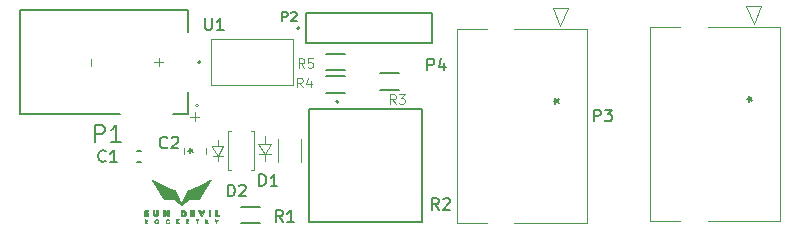
<source format=gbr>
%TF.GenerationSoftware,KiCad,Pcbnew,(6.0.5)*%
%TF.CreationDate,2022-06-11T19:37:36-07:00*%
%TF.ProjectId,L0003-Wheatstone-Bridge,4c303030-332d-4576-9865-617473746f6e,rev?*%
%TF.SameCoordinates,Original*%
%TF.FileFunction,Legend,Top*%
%TF.FilePolarity,Positive*%
%FSLAX46Y46*%
G04 Gerber Fmt 4.6, Leading zero omitted, Abs format (unit mm)*
G04 Created by KiCad (PCBNEW (6.0.5)) date 2022-06-11 19:37:36*
%MOMM*%
%LPD*%
G01*
G04 APERTURE LIST*
%ADD10C,0.150000*%
%ADD11C,0.076200*%
%ADD12C,0.120000*%
%ADD13C,0.127000*%
%ADD14C,0.200000*%
%ADD15C,0.010000*%
G04 APERTURE END LIST*
D10*
%TO.C,P3*%
X138453904Y-86050380D02*
X138453904Y-85050380D01*
X138834857Y-85050380D01*
X138930095Y-85098000D01*
X138977714Y-85145619D01*
X139025333Y-85240857D01*
X139025333Y-85383714D01*
X138977714Y-85478952D01*
X138930095Y-85526571D01*
X138834857Y-85574190D01*
X138453904Y-85574190D01*
X139358666Y-85050380D02*
X139977714Y-85050380D01*
X139644380Y-85431333D01*
X139787238Y-85431333D01*
X139882476Y-85478952D01*
X139930095Y-85526571D01*
X139977714Y-85621809D01*
X139977714Y-85859904D01*
X139930095Y-85955142D01*
X139882476Y-86002761D01*
X139787238Y-86050380D01*
X139501523Y-86050380D01*
X139406285Y-86002761D01*
X139358666Y-85955142D01*
X151419380Y-84150500D02*
X151657476Y-84150500D01*
X151562238Y-84388595D02*
X151657476Y-84150500D01*
X151562238Y-83912404D01*
X151847952Y-84293357D02*
X151657476Y-84150500D01*
X151847952Y-84007642D01*
%TO.C,P4*%
X124356904Y-81732380D02*
X124356904Y-80732380D01*
X124737857Y-80732380D01*
X124833095Y-80780000D01*
X124880714Y-80827619D01*
X124928333Y-80922857D01*
X124928333Y-81065714D01*
X124880714Y-81160952D01*
X124833095Y-81208571D01*
X124737857Y-81256190D01*
X124356904Y-81256190D01*
X125785476Y-81065714D02*
X125785476Y-81732380D01*
X125547380Y-80684761D02*
X125309285Y-81399047D01*
X125928333Y-81399047D01*
X135036386Y-84328000D02*
X135274482Y-84328000D01*
X135179244Y-84566095D02*
X135274482Y-84328000D01*
X135179244Y-84089904D01*
X135464958Y-84470857D02*
X135274482Y-84328000D01*
X135464958Y-84185142D01*
%TO.C,D1*%
X110132904Y-91511380D02*
X110132904Y-90511380D01*
X110371000Y-90511380D01*
X110513857Y-90559000D01*
X110609095Y-90654238D01*
X110656714Y-90749476D01*
X110704333Y-90939952D01*
X110704333Y-91082809D01*
X110656714Y-91273285D01*
X110609095Y-91368523D01*
X110513857Y-91463761D01*
X110371000Y-91511380D01*
X110132904Y-91511380D01*
X111656714Y-91511380D02*
X111085285Y-91511380D01*
X111371000Y-91511380D02*
X111371000Y-90511380D01*
X111275761Y-90654238D01*
X111180523Y-90749476D01*
X111085285Y-90797095D01*
%TO.C,C2*%
X102322333Y-88241142D02*
X102274714Y-88288761D01*
X102131857Y-88336380D01*
X102036619Y-88336380D01*
X101893761Y-88288761D01*
X101798523Y-88193523D01*
X101750904Y-88098285D01*
X101703285Y-87907809D01*
X101703285Y-87764952D01*
X101750904Y-87574476D01*
X101798523Y-87479238D01*
X101893761Y-87384000D01*
X102036619Y-87336380D01*
X102131857Y-87336380D01*
X102274714Y-87384000D01*
X102322333Y-87431619D01*
X102703285Y-87431619D02*
X102750904Y-87384000D01*
X102846142Y-87336380D01*
X103084238Y-87336380D01*
X103179476Y-87384000D01*
X103227095Y-87431619D01*
X103274714Y-87526857D01*
X103274714Y-87622095D01*
X103227095Y-87764952D01*
X102655666Y-88336380D01*
X103274714Y-88336380D01*
X104100380Y-88519000D02*
X104338476Y-88519000D01*
X104243238Y-88757095D02*
X104338476Y-88519000D01*
X104243238Y-88280904D01*
X104528952Y-88661857D02*
X104338476Y-88519000D01*
X104528952Y-88376142D01*
%TO.C,P2*%
X112058523Y-77577904D02*
X112058523Y-76777904D01*
X112363285Y-76777904D01*
X112439476Y-76816000D01*
X112477571Y-76854095D01*
X112515666Y-76930285D01*
X112515666Y-77044571D01*
X112477571Y-77120761D01*
X112439476Y-77158857D01*
X112363285Y-77196952D01*
X112058523Y-77196952D01*
X112820428Y-76854095D02*
X112858523Y-76816000D01*
X112934714Y-76777904D01*
X113125190Y-76777904D01*
X113201380Y-76816000D01*
X113239476Y-76854095D01*
X113277571Y-76930285D01*
X113277571Y-77006476D01*
X113239476Y-77120761D01*
X112782333Y-77577904D01*
X113277571Y-77577904D01*
D11*
%TO.C,R3*%
X121659666Y-84562904D02*
X121393000Y-84181952D01*
X121202523Y-84562904D02*
X121202523Y-83762904D01*
X121507285Y-83762904D01*
X121583476Y-83801000D01*
X121621571Y-83839095D01*
X121659666Y-83915285D01*
X121659666Y-84029571D01*
X121621571Y-84105761D01*
X121583476Y-84143857D01*
X121507285Y-84181952D01*
X121202523Y-84181952D01*
X121926333Y-83762904D02*
X122421571Y-83762904D01*
X122154904Y-84067666D01*
X122269190Y-84067666D01*
X122345380Y-84105761D01*
X122383476Y-84143857D01*
X122421571Y-84220047D01*
X122421571Y-84410523D01*
X122383476Y-84486714D01*
X122345380Y-84524809D01*
X122269190Y-84562904D01*
X122040619Y-84562904D01*
X121964428Y-84524809D01*
X121926333Y-84486714D01*
%TO.C,R4*%
X113785666Y-83165904D02*
X113519000Y-82784952D01*
X113328523Y-83165904D02*
X113328523Y-82365904D01*
X113633285Y-82365904D01*
X113709476Y-82404000D01*
X113747571Y-82442095D01*
X113785666Y-82518285D01*
X113785666Y-82632571D01*
X113747571Y-82708761D01*
X113709476Y-82746857D01*
X113633285Y-82784952D01*
X113328523Y-82784952D01*
X114471380Y-82632571D02*
X114471380Y-83165904D01*
X114280904Y-82327809D02*
X114090428Y-82899238D01*
X114585666Y-82899238D01*
%TO.C,R5*%
X113912666Y-81514904D02*
X113646000Y-81133952D01*
X113455523Y-81514904D02*
X113455523Y-80714904D01*
X113760285Y-80714904D01*
X113836476Y-80753000D01*
X113874571Y-80791095D01*
X113912666Y-80867285D01*
X113912666Y-80981571D01*
X113874571Y-81057761D01*
X113836476Y-81095857D01*
X113760285Y-81133952D01*
X113455523Y-81133952D01*
X114636476Y-80714904D02*
X114255523Y-80714904D01*
X114217428Y-81095857D01*
X114255523Y-81057761D01*
X114331714Y-81019666D01*
X114522190Y-81019666D01*
X114598380Y-81057761D01*
X114636476Y-81095857D01*
X114674571Y-81172047D01*
X114674571Y-81362523D01*
X114636476Y-81438714D01*
X114598380Y-81476809D01*
X114522190Y-81514904D01*
X114331714Y-81514904D01*
X114255523Y-81476809D01*
X114217428Y-81438714D01*
D10*
%TO.C,R2*%
X125309208Y-93543719D02*
X124975626Y-93067172D01*
X124737352Y-93543719D02*
X124737352Y-92542971D01*
X125118590Y-92542971D01*
X125213899Y-92590626D01*
X125261554Y-92638280D01*
X125309208Y-92733590D01*
X125309208Y-92876554D01*
X125261554Y-92971863D01*
X125213899Y-93019518D01*
X125118590Y-93067172D01*
X124737352Y-93067172D01*
X125690446Y-92638280D02*
X125738100Y-92590626D01*
X125833410Y-92542971D01*
X126071683Y-92542971D01*
X126166992Y-92590626D01*
X126214647Y-92638280D01*
X126262302Y-92733590D01*
X126262302Y-92828899D01*
X126214647Y-92971863D01*
X125642791Y-93543719D01*
X126262302Y-93543719D01*
%TO.C,R1*%
X112101333Y-94559380D02*
X111768000Y-94083190D01*
X111529904Y-94559380D02*
X111529904Y-93559380D01*
X111910857Y-93559380D01*
X112006095Y-93607000D01*
X112053714Y-93654619D01*
X112101333Y-93749857D01*
X112101333Y-93892714D01*
X112053714Y-93987952D01*
X112006095Y-94035571D01*
X111910857Y-94083190D01*
X111529904Y-94083190D01*
X113053714Y-94559380D02*
X112482285Y-94559380D01*
X112768000Y-94559380D02*
X112768000Y-93559380D01*
X112672761Y-93702238D01*
X112577523Y-93797476D01*
X112482285Y-93845095D01*
%TO.C,D2*%
X107465904Y-92400380D02*
X107465904Y-91400380D01*
X107704000Y-91400380D01*
X107846857Y-91448000D01*
X107942095Y-91543238D01*
X107989714Y-91638476D01*
X108037333Y-91828952D01*
X108037333Y-91971809D01*
X107989714Y-92162285D01*
X107942095Y-92257523D01*
X107846857Y-92352761D01*
X107704000Y-92400380D01*
X107465904Y-92400380D01*
X108418285Y-91495619D02*
X108465904Y-91448000D01*
X108561142Y-91400380D01*
X108799238Y-91400380D01*
X108894476Y-91448000D01*
X108942095Y-91495619D01*
X108989714Y-91590857D01*
X108989714Y-91686095D01*
X108942095Y-91828952D01*
X108370666Y-92400380D01*
X108989714Y-92400380D01*
%TO.C,U1*%
X105537095Y-77303380D02*
X105537095Y-78112904D01*
X105584714Y-78208142D01*
X105632333Y-78255761D01*
X105727571Y-78303380D01*
X105918047Y-78303380D01*
X106013285Y-78255761D01*
X106060904Y-78208142D01*
X106108523Y-78112904D01*
X106108523Y-77303380D01*
X107108523Y-78303380D02*
X106537095Y-78303380D01*
X106822809Y-78303380D02*
X106822809Y-77303380D01*
X106727571Y-77446238D01*
X106632333Y-77541476D01*
X106537095Y-77589095D01*
%TO.C,C1*%
X97115333Y-89384142D02*
X97067714Y-89431761D01*
X96924857Y-89479380D01*
X96829619Y-89479380D01*
X96686761Y-89431761D01*
X96591523Y-89336523D01*
X96543904Y-89241285D01*
X96496285Y-89050809D01*
X96496285Y-88907952D01*
X96543904Y-88717476D01*
X96591523Y-88622238D01*
X96686761Y-88527000D01*
X96829619Y-88479380D01*
X96924857Y-88479380D01*
X97067714Y-88527000D01*
X97115333Y-88574619D01*
X98067714Y-89479380D02*
X97496285Y-89479380D01*
X97782000Y-89479380D02*
X97782000Y-88479380D01*
X97686761Y-88622238D01*
X97591523Y-88717476D01*
X97496285Y-88765095D01*
%TO.C,P1*%
X96248666Y-87755333D02*
X96248666Y-86355333D01*
X96782000Y-86355333D01*
X96915333Y-86422000D01*
X96982000Y-86488666D01*
X97048666Y-86622000D01*
X97048666Y-86822000D01*
X96982000Y-86955333D01*
X96915333Y-87022000D01*
X96782000Y-87088666D01*
X96248666Y-87088666D01*
X98382000Y-87755333D02*
X97582000Y-87755333D01*
X97982000Y-87755333D02*
X97982000Y-86355333D01*
X97848666Y-86555333D01*
X97715333Y-86688666D01*
X97582000Y-86755333D01*
D12*
%TO.C,P3*%
X154217000Y-78050517D02*
X148090008Y-78050517D01*
X154217000Y-94450484D02*
X154217000Y-78050517D01*
X143216999Y-94450484D02*
X145764023Y-94450484D01*
X151967000Y-77796517D02*
X151332000Y-76272517D01*
X143216999Y-78050517D02*
X143216999Y-94450484D01*
X145763992Y-78050517D02*
X143216999Y-78050517D01*
X151332000Y-76272517D02*
X152602000Y-76272517D01*
X148089977Y-94450484D02*
X154217000Y-94450484D01*
X152602000Y-76272517D02*
X151967000Y-77796517D01*
%TO.C,P4*%
X137834006Y-78228017D02*
X131707014Y-78228017D01*
X137834006Y-94627984D02*
X137834006Y-78228017D01*
X126834005Y-94627984D02*
X129381029Y-94627984D01*
X135584006Y-77974017D02*
X134949006Y-76450017D01*
X126834005Y-78228017D02*
X126834005Y-94627984D01*
X129380998Y-78228017D02*
X126834005Y-78228017D01*
X134949006Y-76450017D02*
X136219006Y-76450017D01*
X131706983Y-94627984D02*
X137834006Y-94627984D01*
X136219006Y-76450017D02*
X135584006Y-77974017D01*
%TO.C,D1*%
X111671100Y-87518635D02*
X111671100Y-89519365D01*
X113626900Y-89519365D02*
X113626900Y-87518635D01*
X110617000Y-87960200D02*
X110007400Y-87960200D01*
X110058200Y-88823800D02*
X111074200Y-88823800D01*
X110617000Y-88773000D02*
X110617000Y-89433400D01*
X111074200Y-87960200D02*
X110617000Y-88773000D01*
X110617000Y-87960200D02*
X111074200Y-87960200D01*
X110617000Y-87299800D02*
X110617000Y-87960200D01*
X110007400Y-87960200D02*
X110617000Y-88773000D01*
%TO.C,C2*%
X104648000Y-86030003D02*
X104648000Y-85268003D01*
X103721002Y-88256309D02*
X103721002Y-88781691D01*
X105029000Y-85649003D02*
X104267000Y-85649003D01*
X105574998Y-88781691D02*
X105574998Y-88256309D01*
D13*
%TO.C,P2*%
X114050000Y-79375000D02*
X124710000Y-79375000D01*
X114050000Y-76835000D02*
X114050000Y-79375000D01*
X124710000Y-76835000D02*
X114050000Y-76835000D01*
X124710000Y-79375000D02*
X124710000Y-76835000D01*
D14*
X113520000Y-78155000D02*
G75*
G03*
X113520000Y-78155000I-100000J0D01*
G01*
D13*
%TO.C,R3*%
X120358000Y-83367000D02*
X121958000Y-83367000D01*
X120358000Y-81987000D02*
X121958000Y-81987000D01*
%TO.C,R4*%
X117386000Y-82241000D02*
X115786000Y-82241000D01*
X117386000Y-83621000D02*
X115786000Y-83621000D01*
%TO.C,R5*%
X115786000Y-81716000D02*
X117386000Y-81716000D01*
X115786000Y-80336000D02*
X117386000Y-80336000D01*
%TO.C,R2*%
X123891000Y-85024000D02*
X114361000Y-85024000D01*
X114361000Y-85024000D02*
X114361000Y-94554000D01*
X123891000Y-94554000D02*
X123891000Y-85024000D01*
X114361000Y-94554000D02*
X123891000Y-94554000D01*
D14*
X116826000Y-84389000D02*
G75*
G03*
X116826000Y-84389000I-100000J0D01*
G01*
D13*
%TO.C,R1*%
X110147000Y-93290000D02*
X108547000Y-93290000D01*
X110147000Y-94670000D02*
X108547000Y-94670000D01*
D12*
%TO.C,D2*%
X106583480Y-88958420D02*
X106586020Y-89387680D01*
X106126280Y-88153240D02*
X107043220Y-88145620D01*
X109438440Y-90195400D02*
X109664500Y-90195400D01*
X106598720Y-88953340D02*
X106105960Y-88168480D01*
X107022900Y-88966040D02*
X106161840Y-88966040D01*
X107505500Y-90195400D02*
X107731560Y-90195400D01*
X106611420Y-88117680D02*
X106611420Y-87642700D01*
X109664500Y-90195400D02*
X109664500Y-86842600D01*
X107731560Y-86842600D02*
X107505500Y-86842600D01*
X107043220Y-88145620D02*
X106598720Y-88953340D01*
X109664500Y-86842600D02*
X109438440Y-86842600D01*
X107505500Y-86842600D02*
X107505500Y-90195400D01*
%TO.C,U1*%
X105996999Y-79049000D02*
X105996999Y-83003000D01*
X112951001Y-79049000D02*
X105996999Y-79049000D01*
X112951001Y-83003000D02*
X112951001Y-79049000D01*
X105996999Y-83003000D02*
X112951001Y-83003000D01*
X104981000Y-84676000D02*
G75*
G03*
X104981000Y-84676000I-127000J0D01*
G01*
D13*
%TO.C,C1*%
X99799000Y-89477000D02*
X100099000Y-89477000D01*
X99799000Y-88577000D02*
X100099000Y-88577000D01*
D12*
%TO.C,P1*%
X101600000Y-80670400D02*
X101600000Y-81381600D01*
D13*
X104059000Y-78506000D02*
X104059000Y-76626000D01*
X89844000Y-76626000D02*
X89844000Y-85426000D01*
D12*
X95859600Y-80772000D02*
X95859600Y-81330800D01*
D13*
X89844000Y-85426000D02*
X98364000Y-85426000D01*
X104059000Y-85426000D02*
X102804000Y-85426000D01*
X104059000Y-83546000D02*
X104059000Y-85426000D01*
X104059000Y-76626000D02*
X89844000Y-76626000D01*
D12*
X101955600Y-81026000D02*
X101193600Y-81026000D01*
D14*
X105134000Y-81026000D02*
G75*
G03*
X105134000Y-81026000I-100000J0D01*
G01*
%TO.C,LOGO1*%
G36*
X101236616Y-94460472D02*
G01*
X101249622Y-94429364D01*
X101268821Y-94401040D01*
X101293981Y-94376593D01*
X101324874Y-94357118D01*
X101328048Y-94355590D01*
X101342630Y-94349134D01*
X101354759Y-94345167D01*
X101367452Y-94343105D01*
X101383731Y-94342365D01*
X101396800Y-94342314D01*
X101419698Y-94342937D01*
X101437262Y-94344957D01*
X101452575Y-94348840D01*
X101461505Y-94352076D01*
X101487821Y-94366241D01*
X101512987Y-94386754D01*
X101534838Y-94411558D01*
X101550184Y-94436454D01*
X101556458Y-94449780D01*
X101560476Y-94460736D01*
X101562729Y-94471930D01*
X101563709Y-94485972D01*
X101563911Y-94505471D01*
X101563904Y-94509092D01*
X101563635Y-94529999D01*
X101562648Y-94545011D01*
X101560486Y-94556696D01*
X101556693Y-94567623D01*
X101551464Y-94579017D01*
X101534017Y-94606762D01*
X101510647Y-94632029D01*
X101483790Y-94652385D01*
X101470884Y-94659456D01*
X101456743Y-94665611D01*
X101443599Y-94669474D01*
X101428421Y-94671666D01*
X101408178Y-94672809D01*
X101405267Y-94672905D01*
X101377818Y-94672775D01*
X101356413Y-94670575D01*
X101347211Y-94668359D01*
X101313461Y-94652958D01*
X101282803Y-94629719D01*
X101272530Y-94619451D01*
X101251120Y-94590845D01*
X101237054Y-94559550D01*
X101230102Y-94526659D01*
X101230047Y-94500273D01*
X101270623Y-94500273D01*
X101272646Y-94532390D01*
X101282203Y-94562177D01*
X101298875Y-94588648D01*
X101322247Y-94610820D01*
X101342847Y-94623496D01*
X101356984Y-94630255D01*
X101368248Y-94634091D01*
X101379960Y-94635643D01*
X101395441Y-94635552D01*
X101403540Y-94635193D01*
X101423656Y-94633599D01*
X101438440Y-94630642D01*
X101451007Y-94625573D01*
X101456811Y-94622378D01*
X101480152Y-94604882D01*
X101500801Y-94582286D01*
X101515991Y-94557649D01*
X101516632Y-94556251D01*
X101524117Y-94530488D01*
X101525642Y-94501811D01*
X101521288Y-94473239D01*
X101513777Y-94452782D01*
X101495891Y-94425141D01*
X101472811Y-94403465D01*
X101445712Y-94388284D01*
X101415767Y-94380124D01*
X101384153Y-94379513D01*
X101360851Y-94384091D01*
X101338398Y-94394182D01*
X101316456Y-94410277D01*
X101297147Y-94430290D01*
X101282593Y-94452141D01*
X101276549Y-94466811D01*
X101270623Y-94500273D01*
X101230047Y-94500273D01*
X101230032Y-94493269D01*
X101236616Y-94460472D01*
G37*
D15*
X101236616Y-94460472D02*
X101249622Y-94429364D01*
X101268821Y-94401040D01*
X101293981Y-94376593D01*
X101324874Y-94357118D01*
X101328048Y-94355590D01*
X101342630Y-94349134D01*
X101354759Y-94345167D01*
X101367452Y-94343105D01*
X101383731Y-94342365D01*
X101396800Y-94342314D01*
X101419698Y-94342937D01*
X101437262Y-94344957D01*
X101452575Y-94348840D01*
X101461505Y-94352076D01*
X101487821Y-94366241D01*
X101512987Y-94386754D01*
X101534838Y-94411558D01*
X101550184Y-94436454D01*
X101556458Y-94449780D01*
X101560476Y-94460736D01*
X101562729Y-94471930D01*
X101563709Y-94485972D01*
X101563911Y-94505471D01*
X101563904Y-94509092D01*
X101563635Y-94529999D01*
X101562648Y-94545011D01*
X101560486Y-94556696D01*
X101556693Y-94567623D01*
X101551464Y-94579017D01*
X101534017Y-94606762D01*
X101510647Y-94632029D01*
X101483790Y-94652385D01*
X101470884Y-94659456D01*
X101456743Y-94665611D01*
X101443599Y-94669474D01*
X101428421Y-94671666D01*
X101408178Y-94672809D01*
X101405267Y-94672905D01*
X101377818Y-94672775D01*
X101356413Y-94670575D01*
X101347211Y-94668359D01*
X101313461Y-94652958D01*
X101282803Y-94629719D01*
X101272530Y-94619451D01*
X101251120Y-94590845D01*
X101237054Y-94559550D01*
X101230102Y-94526659D01*
X101230047Y-94500273D01*
X101270623Y-94500273D01*
X101272646Y-94532390D01*
X101282203Y-94562177D01*
X101298875Y-94588648D01*
X101322247Y-94610820D01*
X101342847Y-94623496D01*
X101356984Y-94630255D01*
X101368248Y-94634091D01*
X101379960Y-94635643D01*
X101395441Y-94635552D01*
X101403540Y-94635193D01*
X101423656Y-94633599D01*
X101438440Y-94630642D01*
X101451007Y-94625573D01*
X101456811Y-94622378D01*
X101480152Y-94604882D01*
X101500801Y-94582286D01*
X101515991Y-94557649D01*
X101516632Y-94556251D01*
X101524117Y-94530488D01*
X101525642Y-94501811D01*
X101521288Y-94473239D01*
X101513777Y-94452782D01*
X101495891Y-94425141D01*
X101472811Y-94403465D01*
X101445712Y-94388284D01*
X101415767Y-94380124D01*
X101384153Y-94379513D01*
X101360851Y-94384091D01*
X101338398Y-94394182D01*
X101316456Y-94410277D01*
X101297147Y-94430290D01*
X101282593Y-94452141D01*
X101276549Y-94466811D01*
X101270623Y-94500273D01*
X101230047Y-94500273D01*
X101230032Y-94493269D01*
X101236616Y-94460472D01*
G36*
X102375767Y-94342563D02*
G01*
X102390070Y-94343993D01*
X102402201Y-94347102D01*
X102415305Y-94352553D01*
X102422825Y-94356176D01*
X102450900Y-94369997D01*
X102450900Y-94395132D01*
X102450330Y-94410612D01*
X102448225Y-94418306D01*
X102443998Y-94418840D01*
X102437060Y-94412842D01*
X102435681Y-94411342D01*
X102420992Y-94399576D01*
X102400845Y-94389385D01*
X102378243Y-94382050D01*
X102359966Y-94379064D01*
X102329970Y-94380822D01*
X102301341Y-94390239D01*
X102275365Y-94406507D01*
X102253330Y-94428818D01*
X102236520Y-94456365D01*
X102236389Y-94456649D01*
X102230655Y-94470615D01*
X102227659Y-94483018D01*
X102226821Y-94497424D01*
X102227308Y-94512616D01*
X102230170Y-94538706D01*
X102236612Y-94559910D01*
X102247908Y-94579488D01*
X102258910Y-94593418D01*
X102280508Y-94614070D01*
X102304372Y-94627359D01*
X102332395Y-94634222D01*
X102343439Y-94635274D01*
X102371887Y-94634874D01*
X102396398Y-94629038D01*
X102419943Y-94616856D01*
X102432325Y-94608068D01*
X102451311Y-94593576D01*
X102450047Y-94620045D01*
X102448784Y-94646514D01*
X102424030Y-94659154D01*
X102410306Y-94665558D01*
X102397799Y-94669532D01*
X102383440Y-94671746D01*
X102364164Y-94672867D01*
X102360530Y-94672986D01*
X102336062Y-94672870D01*
X102315985Y-94671048D01*
X102304850Y-94668569D01*
X102268952Y-94652554D01*
X102238480Y-94630244D01*
X102213886Y-94602032D01*
X102199416Y-94576912D01*
X102192913Y-94562103D01*
X102189004Y-94549484D01*
X102187048Y-94535827D01*
X102186404Y-94517904D01*
X102186370Y-94511283D01*
X102189487Y-94473056D01*
X102199247Y-94439694D01*
X102216088Y-94410298D01*
X102240451Y-94383971D01*
X102254151Y-94372759D01*
X102276893Y-94357972D01*
X102300150Y-94348447D01*
X102326434Y-94343430D01*
X102356150Y-94342152D01*
X102375767Y-94342563D01*
G37*
X102375767Y-94342563D02*
X102390070Y-94343993D01*
X102402201Y-94347102D01*
X102415305Y-94352553D01*
X102422825Y-94356176D01*
X102450900Y-94369997D01*
X102450900Y-94395132D01*
X102450330Y-94410612D01*
X102448225Y-94418306D01*
X102443998Y-94418840D01*
X102437060Y-94412842D01*
X102435681Y-94411342D01*
X102420992Y-94399576D01*
X102400845Y-94389385D01*
X102378243Y-94382050D01*
X102359966Y-94379064D01*
X102329970Y-94380822D01*
X102301341Y-94390239D01*
X102275365Y-94406507D01*
X102253330Y-94428818D01*
X102236520Y-94456365D01*
X102236389Y-94456649D01*
X102230655Y-94470615D01*
X102227659Y-94483018D01*
X102226821Y-94497424D01*
X102227308Y-94512616D01*
X102230170Y-94538706D01*
X102236612Y-94559910D01*
X102247908Y-94579488D01*
X102258910Y-94593418D01*
X102280508Y-94614070D01*
X102304372Y-94627359D01*
X102332395Y-94634222D01*
X102343439Y-94635274D01*
X102371887Y-94634874D01*
X102396398Y-94629038D01*
X102419943Y-94616856D01*
X102432325Y-94608068D01*
X102451311Y-94593576D01*
X102450047Y-94620045D01*
X102448784Y-94646514D01*
X102424030Y-94659154D01*
X102410306Y-94665558D01*
X102397799Y-94669532D01*
X102383440Y-94671746D01*
X102364164Y-94672867D01*
X102360530Y-94672986D01*
X102336062Y-94672870D01*
X102315985Y-94671048D01*
X102304850Y-94668569D01*
X102268952Y-94652554D01*
X102238480Y-94630244D01*
X102213886Y-94602032D01*
X102199416Y-94576912D01*
X102192913Y-94562103D01*
X102189004Y-94549484D01*
X102187048Y-94535827D01*
X102186404Y-94517904D01*
X102186370Y-94511283D01*
X102189487Y-94473056D01*
X102199247Y-94439694D01*
X102216088Y-94410298D01*
X102240451Y-94383971D01*
X102254151Y-94372759D01*
X102276893Y-94357972D01*
X102300150Y-94348447D01*
X102326434Y-94343430D01*
X102356150Y-94342152D01*
X102375767Y-94342563D01*
G36*
X100469541Y-94348300D02*
G01*
X100505299Y-94349951D01*
X100533860Y-94355137D01*
X100555868Y-94364205D01*
X100571970Y-94377501D01*
X100582811Y-94395375D01*
X100587866Y-94411929D01*
X100590376Y-94440043D01*
X100586060Y-94466214D01*
X100575590Y-94489185D01*
X100559637Y-94507698D01*
X100538875Y-94520495D01*
X100527909Y-94524112D01*
X100519519Y-94526817D01*
X100516267Y-94528999D01*
X100518609Y-94532905D01*
X100525125Y-94542578D01*
X100535045Y-94556908D01*
X100547604Y-94574787D01*
X100562031Y-94595106D01*
X100562110Y-94595215D01*
X100576793Y-94615838D01*
X100589865Y-94634294D01*
X100600492Y-94649395D01*
X100607839Y-94659955D01*
X100611043Y-94664742D01*
X100610680Y-94667827D01*
X100604283Y-94669496D01*
X100590698Y-94670031D01*
X100589386Y-94670033D01*
X100564639Y-94670033D01*
X100516522Y-94600183D01*
X100501702Y-94578918D01*
X100488374Y-94560261D01*
X100477314Y-94545264D01*
X100469302Y-94534979D01*
X100465115Y-94530455D01*
X100464819Y-94530333D01*
X100463626Y-94534334D01*
X100462601Y-94545405D01*
X100461816Y-94562153D01*
X100461342Y-94583181D01*
X100461234Y-94600183D01*
X100461234Y-94670033D01*
X100423134Y-94670033D01*
X100423134Y-94492233D01*
X100461234Y-94492233D01*
X100482314Y-94492233D01*
X100499132Y-94490739D01*
X100515871Y-94486998D01*
X100520577Y-94485358D01*
X100536360Y-94475167D01*
X100546284Y-94460793D01*
X100550506Y-94444010D01*
X100549185Y-94426590D01*
X100542479Y-94410309D01*
X100530544Y-94396939D01*
X100513539Y-94388255D01*
X100511901Y-94387799D01*
X100496126Y-94384556D01*
X100480485Y-94382663D01*
X100477109Y-94382507D01*
X100461234Y-94382167D01*
X100461234Y-94492233D01*
X100423134Y-94492233D01*
X100423134Y-94348300D01*
X100469541Y-94348300D01*
G37*
X100469541Y-94348300D02*
X100505299Y-94349951D01*
X100533860Y-94355137D01*
X100555868Y-94364205D01*
X100571970Y-94377501D01*
X100582811Y-94395375D01*
X100587866Y-94411929D01*
X100590376Y-94440043D01*
X100586060Y-94466214D01*
X100575590Y-94489185D01*
X100559637Y-94507698D01*
X100538875Y-94520495D01*
X100527909Y-94524112D01*
X100519519Y-94526817D01*
X100516267Y-94528999D01*
X100518609Y-94532905D01*
X100525125Y-94542578D01*
X100535045Y-94556908D01*
X100547604Y-94574787D01*
X100562031Y-94595106D01*
X100562110Y-94595215D01*
X100576793Y-94615838D01*
X100589865Y-94634294D01*
X100600492Y-94649395D01*
X100607839Y-94659955D01*
X100611043Y-94664742D01*
X100610680Y-94667827D01*
X100604283Y-94669496D01*
X100590698Y-94670031D01*
X100589386Y-94670033D01*
X100564639Y-94670033D01*
X100516522Y-94600183D01*
X100501702Y-94578918D01*
X100488374Y-94560261D01*
X100477314Y-94545264D01*
X100469302Y-94534979D01*
X100465115Y-94530455D01*
X100464819Y-94530333D01*
X100463626Y-94534334D01*
X100462601Y-94545405D01*
X100461816Y-94562153D01*
X100461342Y-94583181D01*
X100461234Y-94600183D01*
X100461234Y-94670033D01*
X100423134Y-94670033D01*
X100423134Y-94492233D01*
X100461234Y-94492233D01*
X100482314Y-94492233D01*
X100499132Y-94490739D01*
X100515871Y-94486998D01*
X100520577Y-94485358D01*
X100536360Y-94475167D01*
X100546284Y-94460793D01*
X100550506Y-94444010D01*
X100549185Y-94426590D01*
X100542479Y-94410309D01*
X100530544Y-94396939D01*
X100513539Y-94388255D01*
X100511901Y-94387799D01*
X100496126Y-94384556D01*
X100480485Y-94382663D01*
X100477109Y-94382507D01*
X100461234Y-94382167D01*
X100461234Y-94492233D01*
X100423134Y-94492233D01*
X100423134Y-94348300D01*
X100469541Y-94348300D01*
G36*
X103140933Y-94477314D02*
G01*
X103270149Y-94348300D01*
X103324995Y-94348300D01*
X103250272Y-94423442D01*
X103175549Y-94498583D01*
X103251249Y-94581133D01*
X103271440Y-94603261D01*
X103289611Y-94623387D01*
X103305011Y-94640662D01*
X103316889Y-94654237D01*
X103324493Y-94663262D01*
X103327075Y-94666858D01*
X103323290Y-94668495D01*
X103313293Y-94669621D01*
X103300742Y-94669979D01*
X103274283Y-94669925D01*
X103210783Y-94598110D01*
X103192410Y-94577478D01*
X103175843Y-94559155D01*
X103161915Y-94544040D01*
X103151462Y-94533034D01*
X103145318Y-94527037D01*
X103144108Y-94526197D01*
X103143067Y-94530168D01*
X103142169Y-94541233D01*
X103141475Y-94558021D01*
X103141045Y-94579158D01*
X103140933Y-94598067D01*
X103140933Y-94670033D01*
X103098600Y-94670033D01*
X103098600Y-94348300D01*
X103140933Y-94348300D01*
X103140933Y-94477314D01*
G37*
X103140933Y-94477314D02*
X103270149Y-94348300D01*
X103324995Y-94348300D01*
X103250272Y-94423442D01*
X103175549Y-94498583D01*
X103251249Y-94581133D01*
X103271440Y-94603261D01*
X103289611Y-94623387D01*
X103305011Y-94640662D01*
X103316889Y-94654237D01*
X103324493Y-94663262D01*
X103327075Y-94666858D01*
X103323290Y-94668495D01*
X103313293Y-94669621D01*
X103300742Y-94669979D01*
X103274283Y-94669925D01*
X103210783Y-94598110D01*
X103192410Y-94577478D01*
X103175843Y-94559155D01*
X103161915Y-94544040D01*
X103151462Y-94533034D01*
X103145318Y-94527037D01*
X103144108Y-94526197D01*
X103143067Y-94530168D01*
X103142169Y-94541233D01*
X103141475Y-94558021D01*
X103141045Y-94579158D01*
X103140933Y-94598067D01*
X103140933Y-94670033D01*
X103098600Y-94670033D01*
X103098600Y-94348300D01*
X103140933Y-94348300D01*
X103140933Y-94477314D01*
G36*
X104118834Y-94382167D02*
G01*
X103991834Y-94382167D01*
X103991834Y-94475300D01*
X104114600Y-94475300D01*
X104114600Y-94513400D01*
X103991834Y-94513400D01*
X103991834Y-94631933D01*
X104118834Y-94631933D01*
X104118834Y-94670033D01*
X103949500Y-94670033D01*
X103949500Y-94348300D01*
X104118834Y-94348300D01*
X104118834Y-94382167D01*
G37*
X104118834Y-94382167D02*
X103991834Y-94382167D01*
X103991834Y-94475300D01*
X104114600Y-94475300D01*
X104114600Y-94513400D01*
X103991834Y-94513400D01*
X103991834Y-94631933D01*
X104118834Y-94631933D01*
X104118834Y-94670033D01*
X103949500Y-94670033D01*
X103949500Y-94348300D01*
X104118834Y-94348300D01*
X104118834Y-94382167D01*
G36*
X104935867Y-94382167D02*
G01*
X104859667Y-94382167D01*
X104859667Y-94670033D01*
X104817334Y-94670033D01*
X104817334Y-94382167D01*
X104741134Y-94382167D01*
X104741134Y-94348300D01*
X104935867Y-94348300D01*
X104935867Y-94382167D01*
G37*
X104935867Y-94382167D02*
X104859667Y-94382167D01*
X104859667Y-94670033D01*
X104817334Y-94670033D01*
X104817334Y-94382167D01*
X104741134Y-94382167D01*
X104741134Y-94348300D01*
X104935867Y-94348300D01*
X104935867Y-94382167D01*
G36*
X105614380Y-94348923D02*
G01*
X105637341Y-94349775D01*
X105653917Y-94351022D01*
X105666191Y-94353011D01*
X105676243Y-94356091D01*
X105686157Y-94360612D01*
X105687118Y-94361104D01*
X105706828Y-94375199D01*
X105719839Y-94393982D01*
X105726424Y-94417953D01*
X105727407Y-94434691D01*
X105724052Y-94463907D01*
X105714166Y-94487759D01*
X105697678Y-94506359D01*
X105674516Y-94519820D01*
X105671467Y-94521026D01*
X105652359Y-94528279D01*
X105700494Y-94595981D01*
X105715310Y-94616983D01*
X105728279Y-94635680D01*
X105738651Y-94650966D01*
X105745678Y-94661733D01*
X105748607Y-94666874D01*
X105748648Y-94667069D01*
X105744836Y-94668697D01*
X105734955Y-94669402D01*
X105724733Y-94669186D01*
X105700799Y-94667917D01*
X105653824Y-94599283D01*
X105639237Y-94578187D01*
X105626170Y-94559701D01*
X105615400Y-94544891D01*
X105607704Y-94534823D01*
X105603859Y-94530563D01*
X105603675Y-94530491D01*
X105602619Y-94534437D01*
X105601711Y-94545459D01*
X105601016Y-94562164D01*
X105600596Y-94583163D01*
X105600500Y-94600183D01*
X105600500Y-94670033D01*
X105562400Y-94670033D01*
X105562400Y-94492233D01*
X105600500Y-94492233D01*
X105622725Y-94492227D01*
X105640130Y-94490610D01*
X105655972Y-94486462D01*
X105659767Y-94484818D01*
X105675309Y-94472634D01*
X105685065Y-94455636D01*
X105687843Y-94436122D01*
X105687383Y-94431610D01*
X105682811Y-94413496D01*
X105674520Y-94400556D01*
X105661233Y-94391798D01*
X105641677Y-94386228D01*
X105626249Y-94383986D01*
X105600500Y-94381073D01*
X105600500Y-94492233D01*
X105562400Y-94492233D01*
X105562400Y-94347429D01*
X105614380Y-94348923D01*
G37*
X105614380Y-94348923D02*
X105637341Y-94349775D01*
X105653917Y-94351022D01*
X105666191Y-94353011D01*
X105676243Y-94356091D01*
X105686157Y-94360612D01*
X105687118Y-94361104D01*
X105706828Y-94375199D01*
X105719839Y-94393982D01*
X105726424Y-94417953D01*
X105727407Y-94434691D01*
X105724052Y-94463907D01*
X105714166Y-94487759D01*
X105697678Y-94506359D01*
X105674516Y-94519820D01*
X105671467Y-94521026D01*
X105652359Y-94528279D01*
X105700494Y-94595981D01*
X105715310Y-94616983D01*
X105728279Y-94635680D01*
X105738651Y-94650966D01*
X105745678Y-94661733D01*
X105748607Y-94666874D01*
X105748648Y-94667069D01*
X105744836Y-94668697D01*
X105734955Y-94669402D01*
X105724733Y-94669186D01*
X105700799Y-94667917D01*
X105653824Y-94599283D01*
X105639237Y-94578187D01*
X105626170Y-94559701D01*
X105615400Y-94544891D01*
X105607704Y-94534823D01*
X105603859Y-94530563D01*
X105603675Y-94530491D01*
X105602619Y-94534437D01*
X105601711Y-94545459D01*
X105601016Y-94562164D01*
X105600596Y-94583163D01*
X105600500Y-94600183D01*
X105600500Y-94670033D01*
X105562400Y-94670033D01*
X105562400Y-94492233D01*
X105600500Y-94492233D01*
X105622725Y-94492227D01*
X105640130Y-94490610D01*
X105655972Y-94486462D01*
X105659767Y-94484818D01*
X105675309Y-94472634D01*
X105685065Y-94455636D01*
X105687843Y-94436122D01*
X105687383Y-94431610D01*
X105682811Y-94413496D01*
X105674520Y-94400556D01*
X105661233Y-94391798D01*
X105641677Y-94386228D01*
X105626249Y-94383986D01*
X105600500Y-94381073D01*
X105600500Y-94492233D01*
X105562400Y-94492233D01*
X105562400Y-94347429D01*
X105614380Y-94348923D01*
G36*
X106382293Y-94348576D02*
G01*
X106387640Y-94350104D01*
X106392839Y-94354031D01*
X106398708Y-94361260D01*
X106406061Y-94372697D01*
X106415716Y-94389243D01*
X106428489Y-94411803D01*
X106435098Y-94423499D01*
X106447918Y-94445940D01*
X106457357Y-94461805D01*
X106464063Y-94471965D01*
X106468683Y-94477290D01*
X106471865Y-94478652D01*
X106474257Y-94476921D01*
X106474530Y-94476535D01*
X106478317Y-94470346D01*
X106485408Y-94458241D01*
X106494959Y-94441681D01*
X106506124Y-94422129D01*
X106512813Y-94410333D01*
X106524421Y-94390239D01*
X106534916Y-94372861D01*
X106543473Y-94359505D01*
X106549270Y-94351474D01*
X106551083Y-94349754D01*
X106558174Y-94348836D01*
X106570062Y-94348819D01*
X106575630Y-94349105D01*
X106595067Y-94350417D01*
X106542395Y-94441433D01*
X106489723Y-94532450D01*
X106489611Y-94601242D01*
X106489500Y-94670033D01*
X106451400Y-94670033D01*
X106451400Y-94534372D01*
X106398713Y-94442394D01*
X106346026Y-94350417D01*
X106367893Y-94349105D01*
X106375983Y-94348544D01*
X106382293Y-94348576D01*
G37*
X106382293Y-94348576D02*
X106387640Y-94350104D01*
X106392839Y-94354031D01*
X106398708Y-94361260D01*
X106406061Y-94372697D01*
X106415716Y-94389243D01*
X106428489Y-94411803D01*
X106435098Y-94423499D01*
X106447918Y-94445940D01*
X106457357Y-94461805D01*
X106464063Y-94471965D01*
X106468683Y-94477290D01*
X106471865Y-94478652D01*
X106474257Y-94476921D01*
X106474530Y-94476535D01*
X106478317Y-94470346D01*
X106485408Y-94458241D01*
X106494959Y-94441681D01*
X106506124Y-94422129D01*
X106512813Y-94410333D01*
X106524421Y-94390239D01*
X106534916Y-94372861D01*
X106543473Y-94359505D01*
X106549270Y-94351474D01*
X106551083Y-94349754D01*
X106558174Y-94348836D01*
X106570062Y-94348819D01*
X106575630Y-94349105D01*
X106595067Y-94350417D01*
X106542395Y-94441433D01*
X106489723Y-94532450D01*
X106489611Y-94601242D01*
X106489500Y-94670033D01*
X106451400Y-94670033D01*
X106451400Y-94534372D01*
X106398713Y-94442394D01*
X106346026Y-94350417D01*
X106367893Y-94349105D01*
X106375983Y-94348544D01*
X106382293Y-94348576D01*
G36*
X100563553Y-93547127D02*
G01*
X100590049Y-93549813D01*
X100611517Y-93554225D01*
X100633196Y-93560652D01*
X100653343Y-93567826D01*
X100670430Y-93575077D01*
X100682932Y-93581734D01*
X100689323Y-93587127D01*
X100689834Y-93588620D01*
X100687951Y-93594238D01*
X100682804Y-93605728D01*
X100675139Y-93621506D01*
X100665707Y-93639990D01*
X100663980Y-93643289D01*
X100638126Y-93692512D01*
X100626938Y-93685073D01*
X100598843Y-93669512D01*
X100571946Y-93660655D01*
X100547154Y-93658604D01*
X100525377Y-93663461D01*
X100511152Y-93672042D01*
X100502349Y-93682019D01*
X100497003Y-93692912D01*
X100496942Y-93693163D01*
X100496385Y-93701789D01*
X100500241Y-93709888D01*
X100508414Y-93718994D01*
X100517314Y-93726411D01*
X100529132Y-93733186D01*
X100545584Y-93740137D01*
X100568385Y-93748083D01*
X100571307Y-93749038D01*
X100604041Y-93760379D01*
X100629972Y-93771096D01*
X100650648Y-93781984D01*
X100667614Y-93793836D01*
X100679614Y-93804602D01*
X100694262Y-93822601D01*
X100703996Y-93843426D01*
X100709373Y-93868755D01*
X100710950Y-93899262D01*
X100707861Y-93940705D01*
X100698592Y-93976440D01*
X100682951Y-94006743D01*
X100660750Y-94031890D01*
X100631798Y-94052154D01*
X100595906Y-94067812D01*
X100594279Y-94068361D01*
X100571546Y-94073942D01*
X100543776Y-94077754D01*
X100514259Y-94079561D01*
X100486282Y-94079128D01*
X100469148Y-94077329D01*
X100451600Y-94073773D01*
X100431445Y-94068566D01*
X100418348Y-94064560D01*
X100403243Y-94058817D01*
X100386069Y-94051220D01*
X100368821Y-94042788D01*
X100353492Y-94034541D01*
X100342075Y-94027497D01*
X100336630Y-94022786D01*
X100337917Y-94018415D01*
X100342349Y-94008220D01*
X100349100Y-93993852D01*
X100357342Y-93976964D01*
X100366250Y-93959208D01*
X100374996Y-93942237D01*
X100382754Y-93927703D01*
X100388698Y-93917259D01*
X100391527Y-93913034D01*
X100395270Y-93914551D01*
X100403833Y-93919859D01*
X100413194Y-93926286D01*
X100438550Y-93942806D01*
X100460915Y-93953699D01*
X100482610Y-93959926D01*
X100499714Y-93962104D01*
X100519074Y-93962557D01*
X100533555Y-93960355D01*
X100543292Y-93956666D01*
X100558648Y-93945817D01*
X100567964Y-93931749D01*
X100570717Y-93916269D01*
X100566387Y-93901186D01*
X100561298Y-93894244D01*
X100553419Y-93886761D01*
X100544045Y-93880337D01*
X100531624Y-93874243D01*
X100514601Y-93867755D01*
X100491423Y-93860144D01*
X100482409Y-93857340D01*
X100448080Y-93845741D01*
X100420993Y-93834088D01*
X100399955Y-93821620D01*
X100383773Y-93807572D01*
X100371251Y-93791184D01*
X100366866Y-93783551D01*
X100362740Y-93774637D01*
X100360046Y-93765120D01*
X100358494Y-93752934D01*
X100357799Y-93736017D01*
X100357665Y-93717533D01*
X100357944Y-93694409D01*
X100358995Y-93677335D01*
X100361136Y-93663907D01*
X100364688Y-93651721D01*
X100367344Y-93644713D01*
X100384032Y-93614318D01*
X100407845Y-93588235D01*
X100438405Y-93566854D01*
X100447587Y-93562025D01*
X100461459Y-93555306D01*
X100472340Y-93550807D01*
X100482548Y-93548089D01*
X100494401Y-93546712D01*
X100510215Y-93546235D01*
X100530864Y-93546216D01*
X100563553Y-93547127D01*
G37*
X100563553Y-93547127D02*
X100590049Y-93549813D01*
X100611517Y-93554225D01*
X100633196Y-93560652D01*
X100653343Y-93567826D01*
X100670430Y-93575077D01*
X100682932Y-93581734D01*
X100689323Y-93587127D01*
X100689834Y-93588620D01*
X100687951Y-93594238D01*
X100682804Y-93605728D01*
X100675139Y-93621506D01*
X100665707Y-93639990D01*
X100663980Y-93643289D01*
X100638126Y-93692512D01*
X100626938Y-93685073D01*
X100598843Y-93669512D01*
X100571946Y-93660655D01*
X100547154Y-93658604D01*
X100525377Y-93663461D01*
X100511152Y-93672042D01*
X100502349Y-93682019D01*
X100497003Y-93692912D01*
X100496942Y-93693163D01*
X100496385Y-93701789D01*
X100500241Y-93709888D01*
X100508414Y-93718994D01*
X100517314Y-93726411D01*
X100529132Y-93733186D01*
X100545584Y-93740137D01*
X100568385Y-93748083D01*
X100571307Y-93749038D01*
X100604041Y-93760379D01*
X100629972Y-93771096D01*
X100650648Y-93781984D01*
X100667614Y-93793836D01*
X100679614Y-93804602D01*
X100694262Y-93822601D01*
X100703996Y-93843426D01*
X100709373Y-93868755D01*
X100710950Y-93899262D01*
X100707861Y-93940705D01*
X100698592Y-93976440D01*
X100682951Y-94006743D01*
X100660750Y-94031890D01*
X100631798Y-94052154D01*
X100595906Y-94067812D01*
X100594279Y-94068361D01*
X100571546Y-94073942D01*
X100543776Y-94077754D01*
X100514259Y-94079561D01*
X100486282Y-94079128D01*
X100469148Y-94077329D01*
X100451600Y-94073773D01*
X100431445Y-94068566D01*
X100418348Y-94064560D01*
X100403243Y-94058817D01*
X100386069Y-94051220D01*
X100368821Y-94042788D01*
X100353492Y-94034541D01*
X100342075Y-94027497D01*
X100336630Y-94022786D01*
X100337917Y-94018415D01*
X100342349Y-94008220D01*
X100349100Y-93993852D01*
X100357342Y-93976964D01*
X100366250Y-93959208D01*
X100374996Y-93942237D01*
X100382754Y-93927703D01*
X100388698Y-93917259D01*
X100391527Y-93913034D01*
X100395270Y-93914551D01*
X100403833Y-93919859D01*
X100413194Y-93926286D01*
X100438550Y-93942806D01*
X100460915Y-93953699D01*
X100482610Y-93959926D01*
X100499714Y-93962104D01*
X100519074Y-93962557D01*
X100533555Y-93960355D01*
X100543292Y-93956666D01*
X100558648Y-93945817D01*
X100567964Y-93931749D01*
X100570717Y-93916269D01*
X100566387Y-93901186D01*
X100561298Y-93894244D01*
X100553419Y-93886761D01*
X100544045Y-93880337D01*
X100531624Y-93874243D01*
X100514601Y-93867755D01*
X100491423Y-93860144D01*
X100482409Y-93857340D01*
X100448080Y-93845741D01*
X100420993Y-93834088D01*
X100399955Y-93821620D01*
X100383773Y-93807572D01*
X100371251Y-93791184D01*
X100366866Y-93783551D01*
X100362740Y-93774637D01*
X100360046Y-93765120D01*
X100358494Y-93752934D01*
X100357799Y-93736017D01*
X100357665Y-93717533D01*
X100357944Y-93694409D01*
X100358995Y-93677335D01*
X100361136Y-93663907D01*
X100364688Y-93651721D01*
X100367344Y-93644713D01*
X100384032Y-93614318D01*
X100407845Y-93588235D01*
X100438405Y-93566854D01*
X100447587Y-93562025D01*
X100461459Y-93555306D01*
X100472340Y-93550807D01*
X100482548Y-93548089D01*
X100494401Y-93546712D01*
X100510215Y-93546235D01*
X100530864Y-93546216D01*
X100563553Y-93547127D01*
G36*
X101241004Y-93727183D02*
G01*
X101242283Y-93897699D01*
X101252971Y-93918455D01*
X101267069Y-93938161D01*
X101285863Y-93951175D01*
X101309854Y-93957771D01*
X101326558Y-93958764D01*
X101347138Y-93957201D01*
X101363406Y-93952089D01*
X101368885Y-93949239D01*
X101378982Y-93942887D01*
X101387446Y-93935857D01*
X101394419Y-93927379D01*
X101400044Y-93916686D01*
X101404465Y-93903011D01*
X101407822Y-93885585D01*
X101410259Y-93863641D01*
X101411918Y-93836410D01*
X101412942Y-93803126D01*
X101413474Y-93763020D01*
X101413654Y-93715325D01*
X101413660Y-93708008D01*
X101413734Y-93556667D01*
X101549200Y-93556667D01*
X101549165Y-93714358D01*
X101549026Y-93765298D01*
X101548596Y-93808600D01*
X101547818Y-93845087D01*
X101546638Y-93875587D01*
X101544999Y-93900922D01*
X101542846Y-93921919D01*
X101540123Y-93939401D01*
X101536773Y-93954195D01*
X101532743Y-93967124D01*
X101531928Y-93969349D01*
X101517404Y-93996780D01*
X101495862Y-94021869D01*
X101468663Y-94043505D01*
X101437167Y-94060577D01*
X101407899Y-94070704D01*
X101387219Y-94074663D01*
X101361257Y-94077572D01*
X101333154Y-94079263D01*
X101306049Y-94079564D01*
X101283082Y-94078308D01*
X101278267Y-94077717D01*
X101235614Y-94068379D01*
X101198288Y-94053381D01*
X101166754Y-94033032D01*
X101141478Y-94007637D01*
X101122928Y-93977502D01*
X101121803Y-93975019D01*
X101117795Y-93964950D01*
X101114452Y-93953900D01*
X101111716Y-93941040D01*
X101109530Y-93925542D01*
X101107836Y-93906575D01*
X101106577Y-93883313D01*
X101105694Y-93854924D01*
X101105131Y-93820581D01*
X101104830Y-93779455D01*
X101104732Y-93730716D01*
X101104732Y-93729175D01*
X101104700Y-93556667D01*
X101239724Y-93556667D01*
X101241004Y-93727183D01*
G37*
X101241004Y-93727183D02*
X101242283Y-93897699D01*
X101252971Y-93918455D01*
X101267069Y-93938161D01*
X101285863Y-93951175D01*
X101309854Y-93957771D01*
X101326558Y-93958764D01*
X101347138Y-93957201D01*
X101363406Y-93952089D01*
X101368885Y-93949239D01*
X101378982Y-93942887D01*
X101387446Y-93935857D01*
X101394419Y-93927379D01*
X101400044Y-93916686D01*
X101404465Y-93903011D01*
X101407822Y-93885585D01*
X101410259Y-93863641D01*
X101411918Y-93836410D01*
X101412942Y-93803126D01*
X101413474Y-93763020D01*
X101413654Y-93715325D01*
X101413660Y-93708008D01*
X101413734Y-93556667D01*
X101549200Y-93556667D01*
X101549165Y-93714358D01*
X101549026Y-93765298D01*
X101548596Y-93808600D01*
X101547818Y-93845087D01*
X101546638Y-93875587D01*
X101544999Y-93900922D01*
X101542846Y-93921919D01*
X101540123Y-93939401D01*
X101536773Y-93954195D01*
X101532743Y-93967124D01*
X101531928Y-93969349D01*
X101517404Y-93996780D01*
X101495862Y-94021869D01*
X101468663Y-94043505D01*
X101437167Y-94060577D01*
X101407899Y-94070704D01*
X101387219Y-94074663D01*
X101361257Y-94077572D01*
X101333154Y-94079263D01*
X101306049Y-94079564D01*
X101283082Y-94078308D01*
X101278267Y-94077717D01*
X101235614Y-94068379D01*
X101198288Y-94053381D01*
X101166754Y-94033032D01*
X101141478Y-94007637D01*
X101122928Y-93977502D01*
X101121803Y-93975019D01*
X101117795Y-93964950D01*
X101114452Y-93953900D01*
X101111716Y-93941040D01*
X101109530Y-93925542D01*
X101107836Y-93906575D01*
X101106577Y-93883313D01*
X101105694Y-93854924D01*
X101105131Y-93820581D01*
X101104830Y-93779455D01*
X101104732Y-93730716D01*
X101104732Y-93729175D01*
X101104700Y-93556667D01*
X101239724Y-93556667D01*
X101241004Y-93727183D01*
G36*
X102216146Y-93708792D02*
G01*
X102334484Y-93860918D01*
X102335595Y-93708792D01*
X102336706Y-93556667D01*
X102472067Y-93556667D01*
X102472067Y-94064667D01*
X102333756Y-94064667D01*
X102217703Y-93914988D01*
X102101650Y-93765310D01*
X102100538Y-93914988D01*
X102099427Y-94064667D01*
X101964067Y-94064667D01*
X101964067Y-93556667D01*
X102097809Y-93556667D01*
X102216146Y-93708792D01*
G37*
X102216146Y-93708792D02*
X102334484Y-93860918D01*
X102335595Y-93708792D01*
X102336706Y-93556667D01*
X102472067Y-93556667D01*
X102472067Y-94064667D01*
X102333756Y-94064667D01*
X102217703Y-93914988D01*
X102101650Y-93765310D01*
X102100538Y-93914988D01*
X102099427Y-94064667D01*
X101964067Y-94064667D01*
X101964067Y-93556667D01*
X102097809Y-93556667D01*
X102216146Y-93708792D01*
G36*
X103561092Y-93556740D02*
G01*
X103601365Y-93556953D01*
X103634467Y-93557659D01*
X103661690Y-93559047D01*
X103684325Y-93561306D01*
X103703662Y-93564626D01*
X103720992Y-93569196D01*
X103737606Y-93575206D01*
X103754796Y-93582846D01*
X103761707Y-93586197D01*
X103798329Y-93608728D01*
X103830918Y-93637696D01*
X103858357Y-93671734D01*
X103879524Y-93709480D01*
X103892230Y-93745271D01*
X103895367Y-93762208D01*
X103897626Y-93784096D01*
X103898668Y-93807438D01*
X103898700Y-93812003D01*
X103896283Y-93854715D01*
X103888552Y-93892048D01*
X103874793Y-93925732D01*
X103854288Y-93957500D01*
X103826321Y-93989082D01*
X103824813Y-93990590D01*
X103796885Y-94015894D01*
X103771455Y-94033697D01*
X103763234Y-94038139D01*
X103747766Y-94045521D01*
X103733496Y-94051401D01*
X103719197Y-94055949D01*
X103703640Y-94059332D01*
X103685597Y-94061718D01*
X103663842Y-94063276D01*
X103637145Y-94064174D01*
X103604279Y-94064581D01*
X103569727Y-94064667D01*
X103454200Y-94064667D01*
X103454200Y-93951428D01*
X103589667Y-93951428D01*
X103625602Y-93949542D01*
X103645910Y-93947937D01*
X103661508Y-93944997D01*
X103676143Y-93939765D01*
X103689972Y-93933136D01*
X103717313Y-93915093D01*
X103737712Y-93892347D01*
X103751270Y-93864724D01*
X103758087Y-93832050D01*
X103759000Y-93812783D01*
X103755452Y-93777659D01*
X103745044Y-93746508D01*
X103728133Y-93720044D01*
X103705076Y-93698980D01*
X103700683Y-93696059D01*
X103684665Y-93686966D01*
X103668692Y-93680637D01*
X103650112Y-93676298D01*
X103626275Y-93673174D01*
X103620359Y-93672600D01*
X103589667Y-93669751D01*
X103589667Y-93951428D01*
X103454200Y-93951428D01*
X103454200Y-93556667D01*
X103561092Y-93556740D01*
G37*
X103561092Y-93556740D02*
X103601365Y-93556953D01*
X103634467Y-93557659D01*
X103661690Y-93559047D01*
X103684325Y-93561306D01*
X103703662Y-93564626D01*
X103720992Y-93569196D01*
X103737606Y-93575206D01*
X103754796Y-93582846D01*
X103761707Y-93586197D01*
X103798329Y-93608728D01*
X103830918Y-93637696D01*
X103858357Y-93671734D01*
X103879524Y-93709480D01*
X103892230Y-93745271D01*
X103895367Y-93762208D01*
X103897626Y-93784096D01*
X103898668Y-93807438D01*
X103898700Y-93812003D01*
X103896283Y-93854715D01*
X103888552Y-93892048D01*
X103874793Y-93925732D01*
X103854288Y-93957500D01*
X103826321Y-93989082D01*
X103824813Y-93990590D01*
X103796885Y-94015894D01*
X103771455Y-94033697D01*
X103763234Y-94038139D01*
X103747766Y-94045521D01*
X103733496Y-94051401D01*
X103719197Y-94055949D01*
X103703640Y-94059332D01*
X103685597Y-94061718D01*
X103663842Y-94063276D01*
X103637145Y-94064174D01*
X103604279Y-94064581D01*
X103569727Y-94064667D01*
X103454200Y-94064667D01*
X103454200Y-93951428D01*
X103589667Y-93951428D01*
X103625602Y-93949542D01*
X103645910Y-93947937D01*
X103661508Y-93944997D01*
X103676143Y-93939765D01*
X103689972Y-93933136D01*
X103717313Y-93915093D01*
X103737712Y-93892347D01*
X103751270Y-93864724D01*
X103758087Y-93832050D01*
X103759000Y-93812783D01*
X103755452Y-93777659D01*
X103745044Y-93746508D01*
X103728133Y-93720044D01*
X103705076Y-93698980D01*
X103700683Y-93696059D01*
X103684665Y-93686966D01*
X103668692Y-93680637D01*
X103650112Y-93676298D01*
X103626275Y-93673174D01*
X103620359Y-93672600D01*
X103589667Y-93669751D01*
X103589667Y-93951428D01*
X103454200Y-93951428D01*
X103454200Y-93556667D01*
X103561092Y-93556740D01*
G36*
X104584500Y-93670967D02*
G01*
X104427867Y-93670967D01*
X104427867Y-93751400D01*
X104576034Y-93751400D01*
X104576034Y-93869933D01*
X104427867Y-93869933D01*
X104427867Y-93950367D01*
X104584500Y-93950367D01*
X104584500Y-94064667D01*
X104292400Y-94064667D01*
X104292400Y-93556667D01*
X104584500Y-93556667D01*
X104584500Y-93670967D01*
G37*
X104584500Y-93670967D02*
X104427867Y-93670967D01*
X104427867Y-93751400D01*
X104576034Y-93751400D01*
X104576034Y-93869933D01*
X104427867Y-93869933D01*
X104427867Y-93950367D01*
X104584500Y-93950367D01*
X104584500Y-94064667D01*
X104292400Y-94064667D01*
X104292400Y-93556667D01*
X104584500Y-93556667D01*
X104584500Y-93670967D01*
G36*
X105430963Y-93556722D02*
G01*
X105450274Y-93556966D01*
X105463347Y-93557513D01*
X105471299Y-93558478D01*
X105475242Y-93559978D01*
X105476291Y-93562127D01*
X105475902Y-93564075D01*
X105473852Y-93569181D01*
X105468757Y-93581387D01*
X105460907Y-93600011D01*
X105450592Y-93624369D01*
X105438102Y-93653780D01*
X105423726Y-93687560D01*
X105407755Y-93725029D01*
X105390478Y-93765502D01*
X105372185Y-93808298D01*
X105368456Y-93817017D01*
X105263412Y-94062550D01*
X105153884Y-94064638D01*
X105050167Y-93817093D01*
X105032010Y-93773708D01*
X105014822Y-93732543D01*
X104998883Y-93694276D01*
X104984474Y-93659586D01*
X104971877Y-93629153D01*
X104961372Y-93603656D01*
X104953240Y-93583773D01*
X104947763Y-93570184D01*
X104945221Y-93563568D01*
X104945081Y-93563107D01*
X104945547Y-93560753D01*
X104948826Y-93559042D01*
X104956010Y-93557878D01*
X104968194Y-93557162D01*
X104986471Y-93556797D01*
X105011934Y-93556685D01*
X105017048Y-93556684D01*
X105090384Y-93556702D01*
X105149611Y-93706795D01*
X105162878Y-93740184D01*
X105175233Y-93770836D01*
X105186327Y-93797919D01*
X105195812Y-93820598D01*
X105203337Y-93838041D01*
X105208554Y-93849413D01*
X105211112Y-93853881D01*
X105211265Y-93853886D01*
X105213323Y-93849396D01*
X105218130Y-93837917D01*
X105225327Y-93820334D01*
X105234554Y-93797533D01*
X105245454Y-93770402D01*
X105257668Y-93739826D01*
X105270837Y-93706691D01*
X105271993Y-93703775D01*
X105330295Y-93556667D01*
X105404300Y-93556667D01*
X105430963Y-93556722D01*
G37*
X105430963Y-93556722D02*
X105450274Y-93556966D01*
X105463347Y-93557513D01*
X105471299Y-93558478D01*
X105475242Y-93559978D01*
X105476291Y-93562127D01*
X105475902Y-93564075D01*
X105473852Y-93569181D01*
X105468757Y-93581387D01*
X105460907Y-93600011D01*
X105450592Y-93624369D01*
X105438102Y-93653780D01*
X105423726Y-93687560D01*
X105407755Y-93725029D01*
X105390478Y-93765502D01*
X105372185Y-93808298D01*
X105368456Y-93817017D01*
X105263412Y-94062550D01*
X105153884Y-94064638D01*
X105050167Y-93817093D01*
X105032010Y-93773708D01*
X105014822Y-93732543D01*
X104998883Y-93694276D01*
X104984474Y-93659586D01*
X104971877Y-93629153D01*
X104961372Y-93603656D01*
X104953240Y-93583773D01*
X104947763Y-93570184D01*
X104945221Y-93563568D01*
X104945081Y-93563107D01*
X104945547Y-93560753D01*
X104948826Y-93559042D01*
X104956010Y-93557878D01*
X104968194Y-93557162D01*
X104986471Y-93556797D01*
X105011934Y-93556685D01*
X105017048Y-93556684D01*
X105090384Y-93556702D01*
X105149611Y-93706795D01*
X105162878Y-93740184D01*
X105175233Y-93770836D01*
X105186327Y-93797919D01*
X105195812Y-93820598D01*
X105203337Y-93838041D01*
X105208554Y-93849413D01*
X105211112Y-93853881D01*
X105211265Y-93853886D01*
X105213323Y-93849396D01*
X105218130Y-93837917D01*
X105225327Y-93820334D01*
X105234554Y-93797533D01*
X105245454Y-93770402D01*
X105257668Y-93739826D01*
X105270837Y-93706691D01*
X105271993Y-93703775D01*
X105330295Y-93556667D01*
X105404300Y-93556667D01*
X105430963Y-93556722D01*
G36*
X105977267Y-94064667D02*
G01*
X105841800Y-94064667D01*
X105841800Y-93556667D01*
X105977267Y-93556667D01*
X105977267Y-94064667D01*
G37*
X105977267Y-94064667D02*
X105841800Y-94064667D01*
X105841800Y-93556667D01*
X105977267Y-93556667D01*
X105977267Y-94064667D01*
G36*
X106527600Y-93950367D02*
G01*
X106688467Y-93950367D01*
X106688467Y-94064667D01*
X106392133Y-94064667D01*
X106392133Y-93556667D01*
X106527600Y-93556667D01*
X106527600Y-93950367D01*
G37*
X106527600Y-93950367D02*
X106688467Y-93950367D01*
X106688467Y-94064667D01*
X106392133Y-94064667D01*
X106392133Y-93556667D01*
X106527600Y-93556667D01*
X106527600Y-93950367D01*
G36*
X101031715Y-90967857D02*
G01*
X101041784Y-90973149D01*
X101055315Y-90980728D01*
X101059827Y-90983332D01*
X101076012Y-90992730D01*
X101091190Y-91001529D01*
X101102433Y-91008034D01*
X101103642Y-91008732D01*
X101117510Y-91016735D01*
X101131158Y-91024617D01*
X101139249Y-91029265D01*
X101153217Y-91037259D01*
X101171581Y-91047753D01*
X101192862Y-91059903D01*
X101212650Y-91071190D01*
X101234610Y-91083741D01*
X101254307Y-91095052D01*
X101270446Y-91104376D01*
X101281729Y-91110962D01*
X101286733Y-91113979D01*
X101294589Y-91118637D01*
X101305760Y-91124744D01*
X101307900Y-91125868D01*
X101317244Y-91130902D01*
X101331985Y-91139032D01*
X101350162Y-91149168D01*
X101369810Y-91160221D01*
X101371400Y-91161120D01*
X101391077Y-91172176D01*
X101409440Y-91182368D01*
X101424530Y-91190616D01*
X101434386Y-91195839D01*
X101434900Y-91196100D01*
X101446999Y-91202372D01*
X101457173Y-91207947D01*
X101458184Y-91208535D01*
X101464964Y-91212329D01*
X101477542Y-91219195D01*
X101494243Y-91228225D01*
X101513391Y-91238509D01*
X101517450Y-91240681D01*
X101537889Y-91251630D01*
X101557195Y-91262009D01*
X101573340Y-91270724D01*
X101584293Y-91276682D01*
X101585184Y-91277171D01*
X101602338Y-91286406D01*
X101626009Y-91298835D01*
X101655116Y-91313913D01*
X101688580Y-91331094D01*
X101725321Y-91349835D01*
X101764259Y-91369591D01*
X101804314Y-91389815D01*
X101844406Y-91409964D01*
X101883455Y-91429492D01*
X101920382Y-91447855D01*
X101954106Y-91464508D01*
X101983548Y-91478904D01*
X102007627Y-91490501D01*
X102012750Y-91492931D01*
X102050233Y-91510507D01*
X102093438Y-91530548D01*
X102140334Y-91552118D01*
X102188887Y-91574280D01*
X102228650Y-91592303D01*
X102280360Y-91615252D01*
X102336701Y-91639539D01*
X102395239Y-91664151D01*
X102453543Y-91688080D01*
X102509180Y-91710315D01*
X102559719Y-91729847D01*
X102560967Y-91730318D01*
X102582852Y-91738624D01*
X102602440Y-91746132D01*
X102618123Y-91752220D01*
X102628295Y-91756267D01*
X102630817Y-91757334D01*
X102643180Y-91762360D01*
X102662303Y-91769420D01*
X102686846Y-91778076D01*
X102715471Y-91787888D01*
X102746840Y-91798418D01*
X102779613Y-91809228D01*
X102812453Y-91819879D01*
X102844021Y-91829931D01*
X102872978Y-91838948D01*
X102897985Y-91846490D01*
X102917705Y-91852118D01*
X102928597Y-91854907D01*
X102951210Y-91860131D01*
X102987217Y-91934757D01*
X103000934Y-91963134D01*
X103017007Y-91996302D01*
X103034070Y-92031444D01*
X103050755Y-92065748D01*
X103064552Y-92094050D01*
X103078054Y-92121753D01*
X103091653Y-92149724D01*
X103104435Y-92176082D01*
X103115489Y-92198946D01*
X103123902Y-92216435D01*
X103125097Y-92218933D01*
X103133688Y-92236910D01*
X103144787Y-92260133D01*
X103157249Y-92286209D01*
X103169932Y-92312746D01*
X103176689Y-92326883D01*
X103189376Y-92353277D01*
X103204500Y-92384506D01*
X103220727Y-92417826D01*
X103236721Y-92450494D01*
X103249082Y-92475594D01*
X103260936Y-92499796D01*
X103271396Y-92521560D01*
X103279909Y-92539703D01*
X103285923Y-92553043D01*
X103288886Y-92560395D01*
X103289100Y-92561319D01*
X103292031Y-92565835D01*
X103293333Y-92566067D01*
X103297274Y-92569406D01*
X103297567Y-92571321D01*
X103299330Y-92577434D01*
X103303995Y-92588842D01*
X103310628Y-92603292D01*
X103312058Y-92606246D01*
X103318564Y-92619622D01*
X103327859Y-92638811D01*
X103339065Y-92661992D01*
X103351302Y-92687347D01*
X103363238Y-92712116D01*
X103377612Y-92741901D01*
X103393685Y-92775097D01*
X103409988Y-92808672D01*
X103425049Y-92839597D01*
X103433413Y-92856713D01*
X103444176Y-92878942D01*
X103453502Y-92898675D01*
X103460793Y-92914609D01*
X103465453Y-92925438D01*
X103466900Y-92929738D01*
X103469893Y-92934163D01*
X103471133Y-92934366D01*
X103475110Y-92937685D01*
X103475367Y-92939413D01*
X103477105Y-92945699D01*
X103481636Y-92956756D01*
X103487933Y-92970497D01*
X103494973Y-92984832D01*
X103501728Y-92997674D01*
X103507173Y-93006935D01*
X103510284Y-93010527D01*
X103510292Y-93010527D01*
X103513306Y-93007252D01*
X103513467Y-93005742D01*
X103515247Y-93000448D01*
X103520158Y-92988993D01*
X103527558Y-92972797D01*
X103536806Y-92953280D01*
X103542672Y-92941184D01*
X103555225Y-92915429D01*
X103569897Y-92885206D01*
X103585151Y-92853683D01*
X103599453Y-92824029D01*
X103604412Y-92813716D01*
X103617149Y-92787317D01*
X103630700Y-92759428D01*
X103643794Y-92732651D01*
X103655161Y-92709590D01*
X103659874Y-92700118D01*
X103668783Y-92681822D01*
X103676076Y-92665941D01*
X103681000Y-92654183D01*
X103682800Y-92648260D01*
X103685204Y-92642859D01*
X103687034Y-92642266D01*
X103691121Y-92639026D01*
X103691267Y-92637891D01*
X103693057Y-92632972D01*
X103698074Y-92621610D01*
X103705783Y-92604948D01*
X103715654Y-92584130D01*
X103727151Y-92560297D01*
X103733185Y-92547932D01*
X103746400Y-92520867D01*
X103759323Y-92494241D01*
X103771149Y-92469726D01*
X103781074Y-92448991D01*
X103788293Y-92433708D01*
X103789734Y-92430600D01*
X103795381Y-92418450D01*
X103802217Y-92403949D01*
X103810580Y-92386397D01*
X103820808Y-92365093D01*
X103833239Y-92339336D01*
X103848210Y-92308426D01*
X103866059Y-92271662D01*
X103887124Y-92228342D01*
X103898914Y-92204117D01*
X103912404Y-92176340D01*
X103926594Y-92147007D01*
X103940324Y-92118528D01*
X103952428Y-92093315D01*
X103960161Y-92077117D01*
X103971839Y-92052627D01*
X103985467Y-92024160D01*
X103999298Y-91995356D01*
X104010898Y-91971283D01*
X104021698Y-91948824D01*
X104032341Y-91926514D01*
X104041710Y-91906705D01*
X104048690Y-91891748D01*
X104049582Y-91889805D01*
X104054081Y-91879831D01*
X104057890Y-91872508D01*
X104062353Y-91867044D01*
X104068816Y-91862647D01*
X104078623Y-91858525D01*
X104093118Y-91853887D01*
X104113645Y-91847940D01*
X104127300Y-91844024D01*
X104179756Y-91828137D01*
X104238470Y-91808967D01*
X104302126Y-91787011D01*
X104369408Y-91762769D01*
X104438999Y-91736739D01*
X104509582Y-91709420D01*
X104579842Y-91681310D01*
X104648461Y-91652909D01*
X104714124Y-91624715D01*
X104759308Y-91604608D01*
X104777226Y-91596555D01*
X104792116Y-91589969D01*
X104802412Y-91585533D01*
X104806541Y-91583933D01*
X104810769Y-91582257D01*
X104821027Y-91577717D01*
X104835682Y-91571046D01*
X104849751Y-91564540D01*
X104867624Y-91556230D01*
X104890944Y-91545400D01*
X104917477Y-91533088D01*
X104944986Y-91520331D01*
X104965500Y-91510824D01*
X104983890Y-91502134D01*
X105008765Y-91490123D01*
X105039068Y-91475320D01*
X105073743Y-91458253D01*
X105111732Y-91439450D01*
X105151980Y-91419440D01*
X105193428Y-91398751D01*
X105235022Y-91377910D01*
X105275703Y-91357446D01*
X105314416Y-91337886D01*
X105350103Y-91319761D01*
X105381708Y-91303596D01*
X105408174Y-91289921D01*
X105422700Y-91282311D01*
X105452742Y-91266317D01*
X105488478Y-91247078D01*
X105528232Y-91225513D01*
X105570325Y-91202541D01*
X105613079Y-91179080D01*
X105654816Y-91156049D01*
X105693859Y-91134366D01*
X105728530Y-91114950D01*
X105731734Y-91113145D01*
X105755911Y-91099502D01*
X105774879Y-91088764D01*
X105790812Y-91079692D01*
X105805884Y-91071047D01*
X105822267Y-91061590D01*
X105827536Y-91058540D01*
X105867747Y-91035301D01*
X105901218Y-91016059D01*
X105928501Y-91000509D01*
X105950150Y-90988348D01*
X105966717Y-90979273D01*
X105978755Y-90972980D01*
X105986819Y-90969165D01*
X105991459Y-90967526D01*
X105993136Y-90967625D01*
X105993230Y-90972874D01*
X105989403Y-90981527D01*
X105989130Y-90981982D01*
X105983516Y-90991366D01*
X105975401Y-91005155D01*
X105966511Y-91020418D01*
X105966232Y-91020900D01*
X105955344Y-91039226D01*
X105942676Y-91059859D01*
X105932032Y-91076674D01*
X105923426Y-91090528D01*
X105917003Y-91101899D01*
X105913894Y-91108750D01*
X105913767Y-91109483D01*
X105911405Y-91113853D01*
X105910496Y-91114033D01*
X105906695Y-91117433D01*
X105901068Y-91125963D01*
X105898895Y-91129908D01*
X105893250Y-91140231D01*
X105889156Y-91146945D01*
X105888407Y-91147900D01*
X105884747Y-91152889D01*
X105881261Y-91158483D01*
X105877184Y-91165210D01*
X105869666Y-91177438D01*
X105859746Y-91193486D01*
X105848462Y-91211670D01*
X105847395Y-91213387D01*
X105836143Y-91231781D01*
X105826353Y-91248346D01*
X105819018Y-91261360D01*
X105815135Y-91269100D01*
X105814989Y-91269479D01*
X105810877Y-91276893D01*
X105807581Y-91279133D01*
X105803835Y-91282387D01*
X105803700Y-91283534D01*
X105801482Y-91289136D01*
X105795711Y-91299298D01*
X105788884Y-91309935D01*
X105781096Y-91322251D01*
X105775729Y-91332172D01*
X105774067Y-91336932D01*
X105771432Y-91342693D01*
X105770318Y-91343339D01*
X105766594Y-91347376D01*
X105759783Y-91356994D01*
X105751079Y-91370464D01*
X105746718Y-91377558D01*
X105737584Y-91392035D01*
X105729797Y-91403248D01*
X105724529Y-91409559D01*
X105723243Y-91410366D01*
X105718293Y-91412094D01*
X105707206Y-91416836D01*
X105691469Y-91423930D01*
X105672572Y-91432715D01*
X105666117Y-91435767D01*
X105646727Y-91444921D01*
X105630241Y-91452609D01*
X105618078Y-91458176D01*
X105611659Y-91460967D01*
X105611041Y-91461167D01*
X105606771Y-91462840D01*
X105596638Y-91467327D01*
X105582434Y-91473823D01*
X105574292Y-91477610D01*
X105550537Y-91488667D01*
X105520223Y-91502698D01*
X105484498Y-91519174D01*
X105444509Y-91537566D01*
X105410000Y-91553404D01*
X105361667Y-91575582D01*
X105318559Y-91595410D01*
X105279613Y-91613392D01*
X105243769Y-91630033D01*
X105209968Y-91645837D01*
X105177147Y-91661309D01*
X105144246Y-91676954D01*
X105110205Y-91693276D01*
X105073962Y-91710779D01*
X105034458Y-91729968D01*
X104990630Y-91751348D01*
X104941420Y-91775424D01*
X104885765Y-91802699D01*
X104880834Y-91805117D01*
X104849512Y-91820454D01*
X104818107Y-91835792D01*
X104788151Y-91850385D01*
X104761174Y-91863488D01*
X104738709Y-91874357D01*
X104722285Y-91882246D01*
X104722084Y-91882342D01*
X104704917Y-91890582D01*
X104681871Y-91901718D01*
X104654667Y-91914914D01*
X104625028Y-91929335D01*
X104594672Y-91944145D01*
X104576034Y-91953260D01*
X104542159Y-91969842D01*
X104504285Y-91988378D01*
X104465111Y-92007547D01*
X104427335Y-92026029D01*
X104393657Y-92042504D01*
X104384774Y-92046848D01*
X104354424Y-92061832D01*
X104330887Y-92073821D01*
X104313273Y-92083332D01*
X104300692Y-92090883D01*
X104292253Y-92096989D01*
X104287065Y-92102169D01*
X104285436Y-92104532D01*
X104279618Y-92113065D01*
X104275241Y-92117247D01*
X104274839Y-92117333D01*
X104271230Y-92120790D01*
X104269313Y-92125180D01*
X104265211Y-92132529D01*
X104257240Y-92143261D01*
X104250135Y-92151639D01*
X104239920Y-92163799D01*
X104231476Y-92175189D01*
X104227999Y-92180833D01*
X104221056Y-92191775D01*
X104212888Y-92202000D01*
X104205324Y-92211214D01*
X104195523Y-92224356D01*
X104187488Y-92235838D01*
X104178753Y-92248513D01*
X104171473Y-92258665D01*
X104167517Y-92263742D01*
X104164312Y-92267472D01*
X104159725Y-92273242D01*
X104153101Y-92281923D01*
X104143787Y-92294388D01*
X104131129Y-92311508D01*
X104114471Y-92334157D01*
X104104275Y-92348050D01*
X104089562Y-92368013D01*
X104075672Y-92386691D01*
X104063787Y-92402505D01*
X104055090Y-92413880D01*
X104052210Y-92417528D01*
X104043246Y-92428956D01*
X104035570Y-92439319D01*
X104034167Y-92441339D01*
X104022109Y-92459004D01*
X104014137Y-92470378D01*
X104009694Y-92476251D01*
X104008854Y-92477167D01*
X104004908Y-92481981D01*
X103996471Y-92493075D01*
X103983987Y-92509848D01*
X103967902Y-92531701D01*
X103948663Y-92558036D01*
X103945898Y-92561833D01*
X103934634Y-92577260D01*
X103924980Y-92590393D01*
X103918177Y-92599549D01*
X103915762Y-92602706D01*
X103911410Y-92608375D01*
X103902806Y-92619805D01*
X103890728Y-92635949D01*
X103875955Y-92655759D01*
X103859265Y-92678184D01*
X103841436Y-92702178D01*
X103823246Y-92726691D01*
X103805475Y-92750675D01*
X103788900Y-92773081D01*
X103774298Y-92792862D01*
X103762450Y-92808968D01*
X103754133Y-92820351D01*
X103751515Y-92823981D01*
X103745248Y-92832548D01*
X103736104Y-92844816D01*
X103725763Y-92858558D01*
X103715903Y-92871550D01*
X103708204Y-92881567D01*
X103704945Y-92885683D01*
X103700992Y-92891024D01*
X103693696Y-92901318D01*
X103684496Y-92914531D01*
X103682603Y-92917273D01*
X103672452Y-92931650D01*
X103663123Y-92944258D01*
X103656449Y-92952625D01*
X103655886Y-92953257D01*
X103648689Y-92962232D01*
X103640089Y-92974374D01*
X103637233Y-92978722D01*
X103629763Y-92989974D01*
X103623535Y-92998668D01*
X103621813Y-93000800D01*
X103619013Y-93004019D01*
X103615927Y-93007765D01*
X103611551Y-93013331D01*
X103604878Y-93022013D01*
X103594902Y-93035103D01*
X103583788Y-93049725D01*
X103558860Y-93082533D01*
X103508814Y-93082533D01*
X103483925Y-93082151D01*
X103466857Y-93080965D01*
X103456999Y-93078916D01*
X103454284Y-93077241D01*
X103440538Y-93060724D01*
X103432191Y-93049963D01*
X103428891Y-93044501D01*
X103428805Y-93044023D01*
X103426318Y-93039301D01*
X103421128Y-93032649D01*
X103412450Y-93021965D01*
X103406503Y-93014010D01*
X103402245Y-93008167D01*
X103393898Y-92996841D01*
X103382347Y-92981221D01*
X103368473Y-92962495D01*
X103353162Y-92941853D01*
X103337295Y-92920485D01*
X103321756Y-92899580D01*
X103307429Y-92880326D01*
X103295196Y-92863914D01*
X103285940Y-92851532D01*
X103280546Y-92844370D01*
X103279760Y-92843350D01*
X103275653Y-92837871D01*
X103268297Y-92827840D01*
X103260537Y-92817159D01*
X103250312Y-92803040D01*
X103241952Y-92791545D01*
X103234162Y-92780922D01*
X103225650Y-92769417D01*
X103215123Y-92755279D01*
X103201287Y-92736755D01*
X103195162Y-92728560D01*
X103181660Y-92710477D01*
X103169419Y-92694040D01*
X103159621Y-92680839D01*
X103153448Y-92672467D01*
X103152679Y-92671410D01*
X103142463Y-92657420D01*
X103129356Y-92639656D01*
X103114207Y-92619251D01*
X103097864Y-92597336D01*
X103081177Y-92575042D01*
X103064996Y-92553503D01*
X103050169Y-92533850D01*
X103037547Y-92517215D01*
X103027978Y-92504729D01*
X103022312Y-92497526D01*
X103021421Y-92496477D01*
X103015799Y-92489364D01*
X103013933Y-92485483D01*
X103011478Y-92480512D01*
X103006525Y-92473937D01*
X102995166Y-92460303D01*
X102987280Y-92450184D01*
X102980715Y-92440771D01*
X102978290Y-92437058D01*
X102971732Y-92427299D01*
X102966697Y-92420471D01*
X102966406Y-92420127D01*
X102962725Y-92415385D01*
X102955164Y-92405333D01*
X102944849Y-92391491D01*
X102932906Y-92375377D01*
X102920459Y-92358510D01*
X102908634Y-92342411D01*
X102898556Y-92328597D01*
X102896242Y-92325402D01*
X102888970Y-92315604D01*
X102879817Y-92303590D01*
X102877408Y-92300479D01*
X102870375Y-92290906D01*
X102866222Y-92284241D01*
X102865747Y-92282909D01*
X102863114Y-92278457D01*
X102856563Y-92270498D01*
X102853951Y-92267617D01*
X102843524Y-92255004D01*
X102833764Y-92241142D01*
X102832914Y-92239779D01*
X102824164Y-92226907D01*
X102814817Y-92215140D01*
X102813592Y-92213784D01*
X102804274Y-92202439D01*
X102795262Y-92189582D01*
X102794712Y-92188705D01*
X102786728Y-92176929D01*
X102778854Y-92166927D01*
X102778030Y-92166017D01*
X102771064Y-92157610D01*
X102762037Y-92145580D01*
X102757031Y-92138500D01*
X102747697Y-92125482D01*
X102738686Y-92113736D01*
X102734981Y-92109277D01*
X102728769Y-92101248D01*
X102726070Y-92095897D01*
X102726067Y-92095801D01*
X102722508Y-92092634D01*
X102712969Y-92086903D01*
X102699158Y-92079594D01*
X102691142Y-92075635D01*
X102676537Y-92068584D01*
X102656088Y-92058710D01*
X102631575Y-92046874D01*
X102604777Y-92033934D01*
X102577474Y-92020750D01*
X102572200Y-92018204D01*
X102547731Y-92006413D01*
X102525956Y-91995970D01*
X102507984Y-91987401D01*
X102494921Y-91981234D01*
X102487875Y-91977995D01*
X102486963Y-91977633D01*
X102482964Y-91975876D01*
X102472484Y-91970963D01*
X102456660Y-91963438D01*
X102436627Y-91953840D01*
X102413522Y-91942712D01*
X102405879Y-91939019D01*
X102378521Y-91925809D01*
X102350560Y-91912338D01*
X102324055Y-91899597D01*
X102301062Y-91888573D01*
X102283684Y-91880278D01*
X102261231Y-91869603D01*
X102235060Y-91857161D01*
X102209099Y-91844820D01*
X102194784Y-91838015D01*
X102172236Y-91827259D01*
X102145456Y-91814428D01*
X102117827Y-91801145D01*
X102093184Y-91789252D01*
X102046314Y-91766605D01*
X101999520Y-91744050D01*
X101954617Y-91722459D01*
X101913422Y-91702706D01*
X101877750Y-91685665D01*
X101873050Y-91683426D01*
X101850035Y-91672449D01*
X101822963Y-91659511D01*
X101795408Y-91646319D01*
X101773567Y-91635844D01*
X101750105Y-91624603D01*
X101725473Y-91612843D01*
X101702618Y-91601968D01*
X101684667Y-91593468D01*
X101597470Y-91552076D01*
X101509968Y-91509955D01*
X101487618Y-91499108D01*
X101463056Y-91487223D01*
X101438727Y-91475545D01*
X101416641Y-91465032D01*
X101398806Y-91456642D01*
X101390251Y-91452692D01*
X101357296Y-91437328D01*
X101329585Y-91423660D01*
X101307796Y-91412047D01*
X101292607Y-91402848D01*
X101285171Y-91396964D01*
X101277892Y-91387584D01*
X101269943Y-91375161D01*
X101268144Y-91371984D01*
X101260232Y-91358096D01*
X101250248Y-91341351D01*
X101239280Y-91323481D01*
X101228415Y-91306217D01*
X101218740Y-91291290D01*
X101211343Y-91280429D01*
X101207626Y-91275656D01*
X101202881Y-91269052D01*
X101202067Y-91266257D01*
X101199895Y-91261654D01*
X101193845Y-91251094D01*
X101184620Y-91235742D01*
X101172919Y-91216762D01*
X101159444Y-91195320D01*
X101158311Y-91193534D01*
X101138398Y-91162077D01*
X101121635Y-91135354D01*
X101106558Y-91110997D01*
X101091705Y-91086642D01*
X101075610Y-91059921D01*
X101073789Y-91056883D01*
X101068822Y-91049353D01*
X101066281Y-91046300D01*
X101062837Y-91041530D01*
X101057307Y-91032312D01*
X101055698Y-91029444D01*
X101049057Y-91018391D01*
X101043126Y-91010028D01*
X101042258Y-91009033D01*
X101037663Y-91001312D01*
X101036967Y-90997832D01*
X101033993Y-90990687D01*
X101030617Y-90987033D01*
X101026289Y-90980705D01*
X101024236Y-90972829D01*
X101025062Y-90966956D01*
X101027018Y-90965867D01*
X101031715Y-90967857D01*
G37*
X101031715Y-90967857D02*
X101041784Y-90973149D01*
X101055315Y-90980728D01*
X101059827Y-90983332D01*
X101076012Y-90992730D01*
X101091190Y-91001529D01*
X101102433Y-91008034D01*
X101103642Y-91008732D01*
X101117510Y-91016735D01*
X101131158Y-91024617D01*
X101139249Y-91029265D01*
X101153217Y-91037259D01*
X101171581Y-91047753D01*
X101192862Y-91059903D01*
X101212650Y-91071190D01*
X101234610Y-91083741D01*
X101254307Y-91095052D01*
X101270446Y-91104376D01*
X101281729Y-91110962D01*
X101286733Y-91113979D01*
X101294589Y-91118637D01*
X101305760Y-91124744D01*
X101307900Y-91125868D01*
X101317244Y-91130902D01*
X101331985Y-91139032D01*
X101350162Y-91149168D01*
X101369810Y-91160221D01*
X101371400Y-91161120D01*
X101391077Y-91172176D01*
X101409440Y-91182368D01*
X101424530Y-91190616D01*
X101434386Y-91195839D01*
X101434900Y-91196100D01*
X101446999Y-91202372D01*
X101457173Y-91207947D01*
X101458184Y-91208535D01*
X101464964Y-91212329D01*
X101477542Y-91219195D01*
X101494243Y-91228225D01*
X101513391Y-91238509D01*
X101517450Y-91240681D01*
X101537889Y-91251630D01*
X101557195Y-91262009D01*
X101573340Y-91270724D01*
X101584293Y-91276682D01*
X101585184Y-91277171D01*
X101602338Y-91286406D01*
X101626009Y-91298835D01*
X101655116Y-91313913D01*
X101688580Y-91331094D01*
X101725321Y-91349835D01*
X101764259Y-91369591D01*
X101804314Y-91389815D01*
X101844406Y-91409964D01*
X101883455Y-91429492D01*
X101920382Y-91447855D01*
X101954106Y-91464508D01*
X101983548Y-91478904D01*
X102007627Y-91490501D01*
X102012750Y-91492931D01*
X102050233Y-91510507D01*
X102093438Y-91530548D01*
X102140334Y-91552118D01*
X102188887Y-91574280D01*
X102228650Y-91592303D01*
X102280360Y-91615252D01*
X102336701Y-91639539D01*
X102395239Y-91664151D01*
X102453543Y-91688080D01*
X102509180Y-91710315D01*
X102559719Y-91729847D01*
X102560967Y-91730318D01*
X102582852Y-91738624D01*
X102602440Y-91746132D01*
X102618123Y-91752220D01*
X102628295Y-91756267D01*
X102630817Y-91757334D01*
X102643180Y-91762360D01*
X102662303Y-91769420D01*
X102686846Y-91778076D01*
X102715471Y-91787888D01*
X102746840Y-91798418D01*
X102779613Y-91809228D01*
X102812453Y-91819879D01*
X102844021Y-91829931D01*
X102872978Y-91838948D01*
X102897985Y-91846490D01*
X102917705Y-91852118D01*
X102928597Y-91854907D01*
X102951210Y-91860131D01*
X102987217Y-91934757D01*
X103000934Y-91963134D01*
X103017007Y-91996302D01*
X103034070Y-92031444D01*
X103050755Y-92065748D01*
X103064552Y-92094050D01*
X103078054Y-92121753D01*
X103091653Y-92149724D01*
X103104435Y-92176082D01*
X103115489Y-92198946D01*
X103123902Y-92216435D01*
X103125097Y-92218933D01*
X103133688Y-92236910D01*
X103144787Y-92260133D01*
X103157249Y-92286209D01*
X103169932Y-92312746D01*
X103176689Y-92326883D01*
X103189376Y-92353277D01*
X103204500Y-92384506D01*
X103220727Y-92417826D01*
X103236721Y-92450494D01*
X103249082Y-92475594D01*
X103260936Y-92499796D01*
X103271396Y-92521560D01*
X103279909Y-92539703D01*
X103285923Y-92553043D01*
X103288886Y-92560395D01*
X103289100Y-92561319D01*
X103292031Y-92565835D01*
X103293333Y-92566067D01*
X103297274Y-92569406D01*
X103297567Y-92571321D01*
X103299330Y-92577434D01*
X103303995Y-92588842D01*
X103310628Y-92603292D01*
X103312058Y-92606246D01*
X103318564Y-92619622D01*
X103327859Y-92638811D01*
X103339065Y-92661992D01*
X103351302Y-92687347D01*
X103363238Y-92712116D01*
X103377612Y-92741901D01*
X103393685Y-92775097D01*
X103409988Y-92808672D01*
X103425049Y-92839597D01*
X103433413Y-92856713D01*
X103444176Y-92878942D01*
X103453502Y-92898675D01*
X103460793Y-92914609D01*
X103465453Y-92925438D01*
X103466900Y-92929738D01*
X103469893Y-92934163D01*
X103471133Y-92934366D01*
X103475110Y-92937685D01*
X103475367Y-92939413D01*
X103477105Y-92945699D01*
X103481636Y-92956756D01*
X103487933Y-92970497D01*
X103494973Y-92984832D01*
X103501728Y-92997674D01*
X103507173Y-93006935D01*
X103510284Y-93010527D01*
X103510292Y-93010527D01*
X103513306Y-93007252D01*
X103513467Y-93005742D01*
X103515247Y-93000448D01*
X103520158Y-92988993D01*
X103527558Y-92972797D01*
X103536806Y-92953280D01*
X103542672Y-92941184D01*
X103555225Y-92915429D01*
X103569897Y-92885206D01*
X103585151Y-92853683D01*
X103599453Y-92824029D01*
X103604412Y-92813716D01*
X103617149Y-92787317D01*
X103630700Y-92759428D01*
X103643794Y-92732651D01*
X103655161Y-92709590D01*
X103659874Y-92700118D01*
X103668783Y-92681822D01*
X103676076Y-92665941D01*
X103681000Y-92654183D01*
X103682800Y-92648260D01*
X103685204Y-92642859D01*
X103687034Y-92642266D01*
X103691121Y-92639026D01*
X103691267Y-92637891D01*
X103693057Y-92632972D01*
X103698074Y-92621610D01*
X103705783Y-92604948D01*
X103715654Y-92584130D01*
X103727151Y-92560297D01*
X103733185Y-92547932D01*
X103746400Y-92520867D01*
X103759323Y-92494241D01*
X103771149Y-92469726D01*
X103781074Y-92448991D01*
X103788293Y-92433708D01*
X103789734Y-92430600D01*
X103795381Y-92418450D01*
X103802217Y-92403949D01*
X103810580Y-92386397D01*
X103820808Y-92365093D01*
X103833239Y-92339336D01*
X103848210Y-92308426D01*
X103866059Y-92271662D01*
X103887124Y-92228342D01*
X103898914Y-92204117D01*
X103912404Y-92176340D01*
X103926594Y-92147007D01*
X103940324Y-92118528D01*
X103952428Y-92093315D01*
X103960161Y-92077117D01*
X103971839Y-92052627D01*
X103985467Y-92024160D01*
X103999298Y-91995356D01*
X104010898Y-91971283D01*
X104021698Y-91948824D01*
X104032341Y-91926514D01*
X104041710Y-91906705D01*
X104048690Y-91891748D01*
X104049582Y-91889805D01*
X104054081Y-91879831D01*
X104057890Y-91872508D01*
X104062353Y-91867044D01*
X104068816Y-91862647D01*
X104078623Y-91858525D01*
X104093118Y-91853887D01*
X104113645Y-91847940D01*
X104127300Y-91844024D01*
X104179756Y-91828137D01*
X104238470Y-91808967D01*
X104302126Y-91787011D01*
X104369408Y-91762769D01*
X104438999Y-91736739D01*
X104509582Y-91709420D01*
X104579842Y-91681310D01*
X104648461Y-91652909D01*
X104714124Y-91624715D01*
X104759308Y-91604608D01*
X104777226Y-91596555D01*
X104792116Y-91589969D01*
X104802412Y-91585533D01*
X104806541Y-91583933D01*
X104810769Y-91582257D01*
X104821027Y-91577717D01*
X104835682Y-91571046D01*
X104849751Y-91564540D01*
X104867624Y-91556230D01*
X104890944Y-91545400D01*
X104917477Y-91533088D01*
X104944986Y-91520331D01*
X104965500Y-91510824D01*
X104983890Y-91502134D01*
X105008765Y-91490123D01*
X105039068Y-91475320D01*
X105073743Y-91458253D01*
X105111732Y-91439450D01*
X105151980Y-91419440D01*
X105193428Y-91398751D01*
X105235022Y-91377910D01*
X105275703Y-91357446D01*
X105314416Y-91337886D01*
X105350103Y-91319761D01*
X105381708Y-91303596D01*
X105408174Y-91289921D01*
X105422700Y-91282311D01*
X105452742Y-91266317D01*
X105488478Y-91247078D01*
X105528232Y-91225513D01*
X105570325Y-91202541D01*
X105613079Y-91179080D01*
X105654816Y-91156049D01*
X105693859Y-91134366D01*
X105728530Y-91114950D01*
X105731734Y-91113145D01*
X105755911Y-91099502D01*
X105774879Y-91088764D01*
X105790812Y-91079692D01*
X105805884Y-91071047D01*
X105822267Y-91061590D01*
X105827536Y-91058540D01*
X105867747Y-91035301D01*
X105901218Y-91016059D01*
X105928501Y-91000509D01*
X105950150Y-90988348D01*
X105966717Y-90979273D01*
X105978755Y-90972980D01*
X105986819Y-90969165D01*
X105991459Y-90967526D01*
X105993136Y-90967625D01*
X105993230Y-90972874D01*
X105989403Y-90981527D01*
X105989130Y-90981982D01*
X105983516Y-90991366D01*
X105975401Y-91005155D01*
X105966511Y-91020418D01*
X105966232Y-91020900D01*
X105955344Y-91039226D01*
X105942676Y-91059859D01*
X105932032Y-91076674D01*
X105923426Y-91090528D01*
X105917003Y-91101899D01*
X105913894Y-91108750D01*
X105913767Y-91109483D01*
X105911405Y-91113853D01*
X105910496Y-91114033D01*
X105906695Y-91117433D01*
X105901068Y-91125963D01*
X105898895Y-91129908D01*
X105893250Y-91140231D01*
X105889156Y-91146945D01*
X105888407Y-91147900D01*
X105884747Y-91152889D01*
X105881261Y-91158483D01*
X105877184Y-91165210D01*
X105869666Y-91177438D01*
X105859746Y-91193486D01*
X105848462Y-91211670D01*
X105847395Y-91213387D01*
X105836143Y-91231781D01*
X105826353Y-91248346D01*
X105819018Y-91261360D01*
X105815135Y-91269100D01*
X105814989Y-91269479D01*
X105810877Y-91276893D01*
X105807581Y-91279133D01*
X105803835Y-91282387D01*
X105803700Y-91283534D01*
X105801482Y-91289136D01*
X105795711Y-91299298D01*
X105788884Y-91309935D01*
X105781096Y-91322251D01*
X105775729Y-91332172D01*
X105774067Y-91336932D01*
X105771432Y-91342693D01*
X105770318Y-91343339D01*
X105766594Y-91347376D01*
X105759783Y-91356994D01*
X105751079Y-91370464D01*
X105746718Y-91377558D01*
X105737584Y-91392035D01*
X105729797Y-91403248D01*
X105724529Y-91409559D01*
X105723243Y-91410366D01*
X105718293Y-91412094D01*
X105707206Y-91416836D01*
X105691469Y-91423930D01*
X105672572Y-91432715D01*
X105666117Y-91435767D01*
X105646727Y-91444921D01*
X105630241Y-91452609D01*
X105618078Y-91458176D01*
X105611659Y-91460967D01*
X105611041Y-91461167D01*
X105606771Y-91462840D01*
X105596638Y-91467327D01*
X105582434Y-91473823D01*
X105574292Y-91477610D01*
X105550537Y-91488667D01*
X105520223Y-91502698D01*
X105484498Y-91519174D01*
X105444509Y-91537566D01*
X105410000Y-91553404D01*
X105361667Y-91575582D01*
X105318559Y-91595410D01*
X105279613Y-91613392D01*
X105243769Y-91630033D01*
X105209968Y-91645837D01*
X105177147Y-91661309D01*
X105144246Y-91676954D01*
X105110205Y-91693276D01*
X105073962Y-91710779D01*
X105034458Y-91729968D01*
X104990630Y-91751348D01*
X104941420Y-91775424D01*
X104885765Y-91802699D01*
X104880834Y-91805117D01*
X104849512Y-91820454D01*
X104818107Y-91835792D01*
X104788151Y-91850385D01*
X104761174Y-91863488D01*
X104738709Y-91874357D01*
X104722285Y-91882246D01*
X104722084Y-91882342D01*
X104704917Y-91890582D01*
X104681871Y-91901718D01*
X104654667Y-91914914D01*
X104625028Y-91929335D01*
X104594672Y-91944145D01*
X104576034Y-91953260D01*
X104542159Y-91969842D01*
X104504285Y-91988378D01*
X104465111Y-92007547D01*
X104427335Y-92026029D01*
X104393657Y-92042504D01*
X104384774Y-92046848D01*
X104354424Y-92061832D01*
X104330887Y-92073821D01*
X104313273Y-92083332D01*
X104300692Y-92090883D01*
X104292253Y-92096989D01*
X104287065Y-92102169D01*
X104285436Y-92104532D01*
X104279618Y-92113065D01*
X104275241Y-92117247D01*
X104274839Y-92117333D01*
X104271230Y-92120790D01*
X104269313Y-92125180D01*
X104265211Y-92132529D01*
X104257240Y-92143261D01*
X104250135Y-92151639D01*
X104239920Y-92163799D01*
X104231476Y-92175189D01*
X104227999Y-92180833D01*
X104221056Y-92191775D01*
X104212888Y-92202000D01*
X104205324Y-92211214D01*
X104195523Y-92224356D01*
X104187488Y-92235838D01*
X104178753Y-92248513D01*
X104171473Y-92258665D01*
X104167517Y-92263742D01*
X104164312Y-92267472D01*
X104159725Y-92273242D01*
X104153101Y-92281923D01*
X104143787Y-92294388D01*
X104131129Y-92311508D01*
X104114471Y-92334157D01*
X104104275Y-92348050D01*
X104089562Y-92368013D01*
X104075672Y-92386691D01*
X104063787Y-92402505D01*
X104055090Y-92413880D01*
X104052210Y-92417528D01*
X104043246Y-92428956D01*
X104035570Y-92439319D01*
X104034167Y-92441339D01*
X104022109Y-92459004D01*
X104014137Y-92470378D01*
X104009694Y-92476251D01*
X104008854Y-92477167D01*
X104004908Y-92481981D01*
X103996471Y-92493075D01*
X103983987Y-92509848D01*
X103967902Y-92531701D01*
X103948663Y-92558036D01*
X103945898Y-92561833D01*
X103934634Y-92577260D01*
X103924980Y-92590393D01*
X103918177Y-92599549D01*
X103915762Y-92602706D01*
X103911410Y-92608375D01*
X103902806Y-92619805D01*
X103890728Y-92635949D01*
X103875955Y-92655759D01*
X103859265Y-92678184D01*
X103841436Y-92702178D01*
X103823246Y-92726691D01*
X103805475Y-92750675D01*
X103788900Y-92773081D01*
X103774298Y-92792862D01*
X103762450Y-92808968D01*
X103754133Y-92820351D01*
X103751515Y-92823981D01*
X103745248Y-92832548D01*
X103736104Y-92844816D01*
X103725763Y-92858558D01*
X103715903Y-92871550D01*
X103708204Y-92881567D01*
X103704945Y-92885683D01*
X103700992Y-92891024D01*
X103693696Y-92901318D01*
X103684496Y-92914531D01*
X103682603Y-92917273D01*
X103672452Y-92931650D01*
X103663123Y-92944258D01*
X103656449Y-92952625D01*
X103655886Y-92953257D01*
X103648689Y-92962232D01*
X103640089Y-92974374D01*
X103637233Y-92978722D01*
X103629763Y-92989974D01*
X103623535Y-92998668D01*
X103621813Y-93000800D01*
X103619013Y-93004019D01*
X103615927Y-93007765D01*
X103611551Y-93013331D01*
X103604878Y-93022013D01*
X103594902Y-93035103D01*
X103583788Y-93049725D01*
X103558860Y-93082533D01*
X103508814Y-93082533D01*
X103483925Y-93082151D01*
X103466857Y-93080965D01*
X103456999Y-93078916D01*
X103454284Y-93077241D01*
X103440538Y-93060724D01*
X103432191Y-93049963D01*
X103428891Y-93044501D01*
X103428805Y-93044023D01*
X103426318Y-93039301D01*
X103421128Y-93032649D01*
X103412450Y-93021965D01*
X103406503Y-93014010D01*
X103402245Y-93008167D01*
X103393898Y-92996841D01*
X103382347Y-92981221D01*
X103368473Y-92962495D01*
X103353162Y-92941853D01*
X103337295Y-92920485D01*
X103321756Y-92899580D01*
X103307429Y-92880326D01*
X103295196Y-92863914D01*
X103285940Y-92851532D01*
X103280546Y-92844370D01*
X103279760Y-92843350D01*
X103275653Y-92837871D01*
X103268297Y-92827840D01*
X103260537Y-92817159D01*
X103250312Y-92803040D01*
X103241952Y-92791545D01*
X103234162Y-92780922D01*
X103225650Y-92769417D01*
X103215123Y-92755279D01*
X103201287Y-92736755D01*
X103195162Y-92728560D01*
X103181660Y-92710477D01*
X103169419Y-92694040D01*
X103159621Y-92680839D01*
X103153448Y-92672467D01*
X103152679Y-92671410D01*
X103142463Y-92657420D01*
X103129356Y-92639656D01*
X103114207Y-92619251D01*
X103097864Y-92597336D01*
X103081177Y-92575042D01*
X103064996Y-92553503D01*
X103050169Y-92533850D01*
X103037547Y-92517215D01*
X103027978Y-92504729D01*
X103022312Y-92497526D01*
X103021421Y-92496477D01*
X103015799Y-92489364D01*
X103013933Y-92485483D01*
X103011478Y-92480512D01*
X103006525Y-92473937D01*
X102995166Y-92460303D01*
X102987280Y-92450184D01*
X102980715Y-92440771D01*
X102978290Y-92437058D01*
X102971732Y-92427299D01*
X102966697Y-92420471D01*
X102966406Y-92420127D01*
X102962725Y-92415385D01*
X102955164Y-92405333D01*
X102944849Y-92391491D01*
X102932906Y-92375377D01*
X102920459Y-92358510D01*
X102908634Y-92342411D01*
X102898556Y-92328597D01*
X102896242Y-92325402D01*
X102888970Y-92315604D01*
X102879817Y-92303590D01*
X102877408Y-92300479D01*
X102870375Y-92290906D01*
X102866222Y-92284241D01*
X102865747Y-92282909D01*
X102863114Y-92278457D01*
X102856563Y-92270498D01*
X102853951Y-92267617D01*
X102843524Y-92255004D01*
X102833764Y-92241142D01*
X102832914Y-92239779D01*
X102824164Y-92226907D01*
X102814817Y-92215140D01*
X102813592Y-92213784D01*
X102804274Y-92202439D01*
X102795262Y-92189582D01*
X102794712Y-92188705D01*
X102786728Y-92176929D01*
X102778854Y-92166927D01*
X102778030Y-92166017D01*
X102771064Y-92157610D01*
X102762037Y-92145580D01*
X102757031Y-92138500D01*
X102747697Y-92125482D01*
X102738686Y-92113736D01*
X102734981Y-92109277D01*
X102728769Y-92101248D01*
X102726070Y-92095897D01*
X102726067Y-92095801D01*
X102722508Y-92092634D01*
X102712969Y-92086903D01*
X102699158Y-92079594D01*
X102691142Y-92075635D01*
X102676537Y-92068584D01*
X102656088Y-92058710D01*
X102631575Y-92046874D01*
X102604777Y-92033934D01*
X102577474Y-92020750D01*
X102572200Y-92018204D01*
X102547731Y-92006413D01*
X102525956Y-91995970D01*
X102507984Y-91987401D01*
X102494921Y-91981234D01*
X102487875Y-91977995D01*
X102486963Y-91977633D01*
X102482964Y-91975876D01*
X102472484Y-91970963D01*
X102456660Y-91963438D01*
X102436627Y-91953840D01*
X102413522Y-91942712D01*
X102405879Y-91939019D01*
X102378521Y-91925809D01*
X102350560Y-91912338D01*
X102324055Y-91899597D01*
X102301062Y-91888573D01*
X102283684Y-91880278D01*
X102261231Y-91869603D01*
X102235060Y-91857161D01*
X102209099Y-91844820D01*
X102194784Y-91838015D01*
X102172236Y-91827259D01*
X102145456Y-91814428D01*
X102117827Y-91801145D01*
X102093184Y-91789252D01*
X102046314Y-91766605D01*
X101999520Y-91744050D01*
X101954617Y-91722459D01*
X101913422Y-91702706D01*
X101877750Y-91685665D01*
X101873050Y-91683426D01*
X101850035Y-91672449D01*
X101822963Y-91659511D01*
X101795408Y-91646319D01*
X101773567Y-91635844D01*
X101750105Y-91624603D01*
X101725473Y-91612843D01*
X101702618Y-91601968D01*
X101684667Y-91593468D01*
X101597470Y-91552076D01*
X101509968Y-91509955D01*
X101487618Y-91499108D01*
X101463056Y-91487223D01*
X101438727Y-91475545D01*
X101416641Y-91465032D01*
X101398806Y-91456642D01*
X101390251Y-91452692D01*
X101357296Y-91437328D01*
X101329585Y-91423660D01*
X101307796Y-91412047D01*
X101292607Y-91402848D01*
X101285171Y-91396964D01*
X101277892Y-91387584D01*
X101269943Y-91375161D01*
X101268144Y-91371984D01*
X101260232Y-91358096D01*
X101250248Y-91341351D01*
X101239280Y-91323481D01*
X101228415Y-91306217D01*
X101218740Y-91291290D01*
X101211343Y-91280429D01*
X101207626Y-91275656D01*
X101202881Y-91269052D01*
X101202067Y-91266257D01*
X101199895Y-91261654D01*
X101193845Y-91251094D01*
X101184620Y-91235742D01*
X101172919Y-91216762D01*
X101159444Y-91195320D01*
X101158311Y-91193534D01*
X101138398Y-91162077D01*
X101121635Y-91135354D01*
X101106558Y-91110997D01*
X101091705Y-91086642D01*
X101075610Y-91059921D01*
X101073789Y-91056883D01*
X101068822Y-91049353D01*
X101066281Y-91046300D01*
X101062837Y-91041530D01*
X101057307Y-91032312D01*
X101055698Y-91029444D01*
X101049057Y-91018391D01*
X101043126Y-91010028D01*
X101042258Y-91009033D01*
X101037663Y-91001312D01*
X101036967Y-90997832D01*
X101033993Y-90990687D01*
X101030617Y-90987033D01*
X101026289Y-90980705D01*
X101024236Y-90972829D01*
X101025062Y-90966956D01*
X101027018Y-90965867D01*
X101031715Y-90967857D01*
G36*
X101535415Y-91776284D02*
G01*
X101552536Y-91780662D01*
X101576845Y-91787899D01*
X101580491Y-91789027D01*
X101603610Y-91796182D01*
X101631267Y-91804712D01*
X101659901Y-91813519D01*
X101684667Y-91821114D01*
X101708013Y-91828266D01*
X101730920Y-91835297D01*
X101750952Y-91841456D01*
X101765674Y-91845997D01*
X101767217Y-91846475D01*
X101785141Y-91852001D01*
X101809323Y-91859418D01*
X101837915Y-91868163D01*
X101869071Y-91877671D01*
X101900946Y-91887379D01*
X101931693Y-91896724D01*
X101947134Y-91901407D01*
X101970802Y-91908608D01*
X101996650Y-91916517D01*
X102020500Y-91923855D01*
X102029684Y-91926697D01*
X102051202Y-91933337D01*
X102076649Y-91941135D01*
X102101845Y-91948812D01*
X102112234Y-91951961D01*
X102136476Y-91959335D01*
X102164345Y-91967876D01*
X102191391Y-91976218D01*
X102203250Y-91979899D01*
X102231903Y-91988801D01*
X102262441Y-91998263D01*
X102293471Y-92007856D01*
X102323600Y-92017151D01*
X102351436Y-92025718D01*
X102375586Y-92033128D01*
X102394656Y-92038953D01*
X102407255Y-92042762D01*
X102408567Y-92043153D01*
X102424466Y-92047903D01*
X102442564Y-92053351D01*
X102449842Y-92055554D01*
X102467690Y-92060956D01*
X102486585Y-92066652D01*
X102493234Y-92068650D01*
X102521120Y-92077044D01*
X102545188Y-92084365D01*
X102569438Y-92091838D01*
X102596950Y-92100400D01*
X102626015Y-92109451D01*
X102648403Y-92116364D01*
X102665508Y-92121556D01*
X102678724Y-92125444D01*
X102689446Y-92128444D01*
X102699069Y-92130975D01*
X102699608Y-92131113D01*
X102710495Y-92134450D01*
X102716891Y-92137505D01*
X102717600Y-92138451D01*
X102720181Y-92143002D01*
X102726694Y-92151280D01*
X102730300Y-92155433D01*
X102737943Y-92164491D01*
X102742469Y-92170818D01*
X102743000Y-92172114D01*
X102745598Y-92176567D01*
X102751953Y-92184213D01*
X102752947Y-92185297D01*
X102761455Y-92195533D01*
X102771151Y-92208660D01*
X102774676Y-92213828D01*
X102781973Y-92224026D01*
X102787639Y-92230468D01*
X102789482Y-92231633D01*
X102793524Y-92234954D01*
X102796328Y-92239613D01*
X102801277Y-92247490D01*
X102809486Y-92258400D01*
X102814055Y-92263954D01*
X102823083Y-92275020D01*
X102834974Y-92290191D01*
X102847599Y-92306737D01*
X102851588Y-92312067D01*
X102862181Y-92326142D01*
X102870956Y-92337510D01*
X102876644Y-92344537D01*
X102877959Y-92345933D01*
X102881566Y-92350039D01*
X102888975Y-92359307D01*
X102898912Y-92372124D01*
X102904847Y-92379912D01*
X102916361Y-92394924D01*
X102926778Y-92408179D01*
X102934479Y-92417632D01*
X102936652Y-92420128D01*
X102944109Y-92429091D01*
X102952871Y-92440701D01*
X102954722Y-92443300D01*
X102962602Y-92454321D01*
X102970171Y-92464314D01*
X102979548Y-92476012D01*
X102988831Y-92487296D01*
X102997853Y-92498530D01*
X103008682Y-92512459D01*
X103014231Y-92519763D01*
X103025992Y-92535002D01*
X103039048Y-92551344D01*
X103044407Y-92557863D01*
X103056242Y-92572475D01*
X103069218Y-92589097D01*
X103075816Y-92597817D01*
X103094303Y-92622366D01*
X103113466Y-92647155D01*
X103135658Y-92675227D01*
X103136700Y-92676534D01*
X103148061Y-92690844D01*
X103158931Y-92704643D01*
X103166333Y-92714141D01*
X103175909Y-92726442D01*
X103186746Y-92740209D01*
X103189617Y-92743827D01*
X103200755Y-92757938D01*
X103215294Y-92776512D01*
X103231761Y-92797648D01*
X103248679Y-92819447D01*
X103264573Y-92840008D01*
X103277970Y-92857433D01*
X103286312Y-92868386D01*
X103297106Y-92882292D01*
X103307843Y-92895516D01*
X103313927Y-92902616D01*
X103324222Y-92915013D01*
X103334417Y-92928571D01*
X103335508Y-92930133D01*
X103344697Y-92942429D01*
X103354100Y-92953549D01*
X103355518Y-92955052D01*
X103363458Y-92964851D01*
X103364692Y-92970695D01*
X103360008Y-92972185D01*
X103356379Y-92969202D01*
X103347182Y-92960585D01*
X103332805Y-92946718D01*
X103313637Y-92927987D01*
X103290064Y-92904776D01*
X103262474Y-92877469D01*
X103231255Y-92846451D01*
X103196794Y-92812107D01*
X103159480Y-92774822D01*
X103119699Y-92734979D01*
X103077840Y-92692963D01*
X103034290Y-92649159D01*
X103026115Y-92640927D01*
X102697513Y-92309950D01*
X102621831Y-92293593D01*
X102596137Y-92288069D01*
X102571951Y-92282921D01*
X102551040Y-92278522D01*
X102535170Y-92275243D01*
X102527100Y-92273642D01*
X102514313Y-92271103D01*
X102496349Y-92267378D01*
X102476296Y-92263110D01*
X102467834Y-92261276D01*
X102445529Y-92256438D01*
X102421778Y-92251326D01*
X102400822Y-92246854D01*
X102395867Y-92245806D01*
X102366002Y-92239493D01*
X102341843Y-92234355D01*
X102320807Y-92229831D01*
X102300314Y-92225364D01*
X102277780Y-92220395D01*
X102251934Y-92214656D01*
X102228458Y-92209479D01*
X102206292Y-92204674D01*
X102187529Y-92200689D01*
X102174260Y-92197971D01*
X102171500Y-92197439D01*
X102163148Y-92195832D01*
X102152624Y-92193708D01*
X102138856Y-92190841D01*
X102120771Y-92187003D01*
X102097298Y-92181969D01*
X102067366Y-92175510D01*
X102042384Y-92170105D01*
X102002960Y-92161599D01*
X101969876Y-92154535D01*
X101941210Y-92148502D01*
X101925967Y-92145339D01*
X101909603Y-92141899D01*
X101887688Y-92137202D01*
X101862935Y-92131835D01*
X101838056Y-92126383D01*
X101834950Y-92125698D01*
X101810902Y-92120477D01*
X101787243Y-92115498D01*
X101766451Y-92111273D01*
X101751003Y-92108313D01*
X101749022Y-92107962D01*
X101722361Y-92103314D01*
X101705412Y-92075399D01*
X101696512Y-92060727D01*
X101688777Y-92047950D01*
X101683733Y-92039589D01*
X101683389Y-92039017D01*
X101678497Y-92031493D01*
X101676061Y-92028433D01*
X101672820Y-92023904D01*
X101666772Y-92014383D01*
X101661161Y-92005150D01*
X101653258Y-91991932D01*
X101646435Y-91980542D01*
X101643417Y-91975517D01*
X101638380Y-91967045D01*
X101631109Y-91954698D01*
X101626567Y-91946946D01*
X101619559Y-91935860D01*
X101613926Y-91928557D01*
X101611642Y-91926837D01*
X101608821Y-91923390D01*
X101608467Y-91920483D01*
X101606425Y-91914846D01*
X101604692Y-91914133D01*
X101600966Y-91910545D01*
X101598262Y-91903550D01*
X101594862Y-91895621D01*
X101591453Y-91892967D01*
X101587511Y-91889673D01*
X101587300Y-91888168D01*
X101585162Y-91883159D01*
X101579420Y-91872697D01*
X101571084Y-91858431D01*
X101561165Y-91842006D01*
X101550673Y-91825071D01*
X101540616Y-91809272D01*
X101532006Y-91796257D01*
X101525852Y-91787673D01*
X101525146Y-91786800D01*
X101520347Y-91780021D01*
X101520004Y-91775990D01*
X101524799Y-91774735D01*
X101535415Y-91776284D01*
G37*
X101535415Y-91776284D02*
X101552536Y-91780662D01*
X101576845Y-91787899D01*
X101580491Y-91789027D01*
X101603610Y-91796182D01*
X101631267Y-91804712D01*
X101659901Y-91813519D01*
X101684667Y-91821114D01*
X101708013Y-91828266D01*
X101730920Y-91835297D01*
X101750952Y-91841456D01*
X101765674Y-91845997D01*
X101767217Y-91846475D01*
X101785141Y-91852001D01*
X101809323Y-91859418D01*
X101837915Y-91868163D01*
X101869071Y-91877671D01*
X101900946Y-91887379D01*
X101931693Y-91896724D01*
X101947134Y-91901407D01*
X101970802Y-91908608D01*
X101996650Y-91916517D01*
X102020500Y-91923855D01*
X102029684Y-91926697D01*
X102051202Y-91933337D01*
X102076649Y-91941135D01*
X102101845Y-91948812D01*
X102112234Y-91951961D01*
X102136476Y-91959335D01*
X102164345Y-91967876D01*
X102191391Y-91976218D01*
X102203250Y-91979899D01*
X102231903Y-91988801D01*
X102262441Y-91998263D01*
X102293471Y-92007856D01*
X102323600Y-92017151D01*
X102351436Y-92025718D01*
X102375586Y-92033128D01*
X102394656Y-92038953D01*
X102407255Y-92042762D01*
X102408567Y-92043153D01*
X102424466Y-92047903D01*
X102442564Y-92053351D01*
X102449842Y-92055554D01*
X102467690Y-92060956D01*
X102486585Y-92066652D01*
X102493234Y-92068650D01*
X102521120Y-92077044D01*
X102545188Y-92084365D01*
X102569438Y-92091838D01*
X102596950Y-92100400D01*
X102626015Y-92109451D01*
X102648403Y-92116364D01*
X102665508Y-92121556D01*
X102678724Y-92125444D01*
X102689446Y-92128444D01*
X102699069Y-92130975D01*
X102699608Y-92131113D01*
X102710495Y-92134450D01*
X102716891Y-92137505D01*
X102717600Y-92138451D01*
X102720181Y-92143002D01*
X102726694Y-92151280D01*
X102730300Y-92155433D01*
X102737943Y-92164491D01*
X102742469Y-92170818D01*
X102743000Y-92172114D01*
X102745598Y-92176567D01*
X102751953Y-92184213D01*
X102752947Y-92185297D01*
X102761455Y-92195533D01*
X102771151Y-92208660D01*
X102774676Y-92213828D01*
X102781973Y-92224026D01*
X102787639Y-92230468D01*
X102789482Y-92231633D01*
X102793524Y-92234954D01*
X102796328Y-92239613D01*
X102801277Y-92247490D01*
X102809486Y-92258400D01*
X102814055Y-92263954D01*
X102823083Y-92275020D01*
X102834974Y-92290191D01*
X102847599Y-92306737D01*
X102851588Y-92312067D01*
X102862181Y-92326142D01*
X102870956Y-92337510D01*
X102876644Y-92344537D01*
X102877959Y-92345933D01*
X102881566Y-92350039D01*
X102888975Y-92359307D01*
X102898912Y-92372124D01*
X102904847Y-92379912D01*
X102916361Y-92394924D01*
X102926778Y-92408179D01*
X102934479Y-92417632D01*
X102936652Y-92420128D01*
X102944109Y-92429091D01*
X102952871Y-92440701D01*
X102954722Y-92443300D01*
X102962602Y-92454321D01*
X102970171Y-92464314D01*
X102979548Y-92476012D01*
X102988831Y-92487296D01*
X102997853Y-92498530D01*
X103008682Y-92512459D01*
X103014231Y-92519763D01*
X103025992Y-92535002D01*
X103039048Y-92551344D01*
X103044407Y-92557863D01*
X103056242Y-92572475D01*
X103069218Y-92589097D01*
X103075816Y-92597817D01*
X103094303Y-92622366D01*
X103113466Y-92647155D01*
X103135658Y-92675227D01*
X103136700Y-92676534D01*
X103148061Y-92690844D01*
X103158931Y-92704643D01*
X103166333Y-92714141D01*
X103175909Y-92726442D01*
X103186746Y-92740209D01*
X103189617Y-92743827D01*
X103200755Y-92757938D01*
X103215294Y-92776512D01*
X103231761Y-92797648D01*
X103248679Y-92819447D01*
X103264573Y-92840008D01*
X103277970Y-92857433D01*
X103286312Y-92868386D01*
X103297106Y-92882292D01*
X103307843Y-92895516D01*
X103313927Y-92902616D01*
X103324222Y-92915013D01*
X103334417Y-92928571D01*
X103335508Y-92930133D01*
X103344697Y-92942429D01*
X103354100Y-92953549D01*
X103355518Y-92955052D01*
X103363458Y-92964851D01*
X103364692Y-92970695D01*
X103360008Y-92972185D01*
X103356379Y-92969202D01*
X103347182Y-92960585D01*
X103332805Y-92946718D01*
X103313637Y-92927987D01*
X103290064Y-92904776D01*
X103262474Y-92877469D01*
X103231255Y-92846451D01*
X103196794Y-92812107D01*
X103159480Y-92774822D01*
X103119699Y-92734979D01*
X103077840Y-92692963D01*
X103034290Y-92649159D01*
X103026115Y-92640927D01*
X102697513Y-92309950D01*
X102621831Y-92293593D01*
X102596137Y-92288069D01*
X102571951Y-92282921D01*
X102551040Y-92278522D01*
X102535170Y-92275243D01*
X102527100Y-92273642D01*
X102514313Y-92271103D01*
X102496349Y-92267378D01*
X102476296Y-92263110D01*
X102467834Y-92261276D01*
X102445529Y-92256438D01*
X102421778Y-92251326D01*
X102400822Y-92246854D01*
X102395867Y-92245806D01*
X102366002Y-92239493D01*
X102341843Y-92234355D01*
X102320807Y-92229831D01*
X102300314Y-92225364D01*
X102277780Y-92220395D01*
X102251934Y-92214656D01*
X102228458Y-92209479D01*
X102206292Y-92204674D01*
X102187529Y-92200689D01*
X102174260Y-92197971D01*
X102171500Y-92197439D01*
X102163148Y-92195832D01*
X102152624Y-92193708D01*
X102138856Y-92190841D01*
X102120771Y-92187003D01*
X102097298Y-92181969D01*
X102067366Y-92175510D01*
X102042384Y-92170105D01*
X102002960Y-92161599D01*
X101969876Y-92154535D01*
X101941210Y-92148502D01*
X101925967Y-92145339D01*
X101909603Y-92141899D01*
X101887688Y-92137202D01*
X101862935Y-92131835D01*
X101838056Y-92126383D01*
X101834950Y-92125698D01*
X101810902Y-92120477D01*
X101787243Y-92115498D01*
X101766451Y-92111273D01*
X101751003Y-92108313D01*
X101749022Y-92107962D01*
X101722361Y-92103314D01*
X101705412Y-92075399D01*
X101696512Y-92060727D01*
X101688777Y-92047950D01*
X101683733Y-92039589D01*
X101683389Y-92039017D01*
X101678497Y-92031493D01*
X101676061Y-92028433D01*
X101672820Y-92023904D01*
X101666772Y-92014383D01*
X101661161Y-92005150D01*
X101653258Y-91991932D01*
X101646435Y-91980542D01*
X101643417Y-91975517D01*
X101638380Y-91967045D01*
X101631109Y-91954698D01*
X101626567Y-91946946D01*
X101619559Y-91935860D01*
X101613926Y-91928557D01*
X101611642Y-91926837D01*
X101608821Y-91923390D01*
X101608467Y-91920483D01*
X101606425Y-91914846D01*
X101604692Y-91914133D01*
X101600966Y-91910545D01*
X101598262Y-91903550D01*
X101594862Y-91895621D01*
X101591453Y-91892967D01*
X101587511Y-91889673D01*
X101587300Y-91888168D01*
X101585162Y-91883159D01*
X101579420Y-91872697D01*
X101571084Y-91858431D01*
X101561165Y-91842006D01*
X101550673Y-91825071D01*
X101540616Y-91809272D01*
X101532006Y-91796257D01*
X101525852Y-91787673D01*
X101525146Y-91786800D01*
X101520347Y-91780021D01*
X101520004Y-91775990D01*
X101524799Y-91774735D01*
X101535415Y-91776284D01*
G36*
X105498234Y-91778667D02*
G01*
X105495089Y-91786829D01*
X105487740Y-91800368D01*
X105475900Y-91819959D01*
X105471384Y-91827193D01*
X105460769Y-91844462D01*
X105452056Y-91859322D01*
X105446128Y-91870217D01*
X105443869Y-91875591D01*
X105443867Y-91875647D01*
X105441185Y-91880068D01*
X105440092Y-91880267D01*
X105436270Y-91883830D01*
X105433906Y-91889876D01*
X105429166Y-91900625D01*
X105423922Y-91908083D01*
X105415697Y-91918711D01*
X105410227Y-91927049D01*
X105406134Y-91933866D01*
X105398469Y-91946533D01*
X105388070Y-91963674D01*
X105375775Y-91983910D01*
X105362421Y-92005863D01*
X105348847Y-92028158D01*
X105335890Y-92049416D01*
X105324389Y-92068260D01*
X105315180Y-92083313D01*
X105314623Y-92084221D01*
X105306808Y-92095866D01*
X105299448Y-92102469D01*
X105289233Y-92106278D01*
X105278981Y-92108415D01*
X105266170Y-92110934D01*
X105247360Y-92114796D01*
X105224820Y-92119526D01*
X105200821Y-92124652D01*
X105194100Y-92126104D01*
X105169871Y-92131347D01*
X105146245Y-92136446D01*
X105125573Y-92140896D01*
X105110202Y-92144190D01*
X105107317Y-92144805D01*
X105076008Y-92151463D01*
X105051619Y-92156653D01*
X105032787Y-92160666D01*
X105018150Y-92163792D01*
X105006344Y-92166322D01*
X104996009Y-92168548D01*
X104988784Y-92170109D01*
X104954168Y-92177592D01*
X104926738Y-92183501D01*
X104905405Y-92188067D01*
X104889082Y-92191521D01*
X104876683Y-92194092D01*
X104867119Y-92196011D01*
X104859667Y-92197439D01*
X104848613Y-92199655D01*
X104831392Y-92203283D01*
X104810095Y-92207877D01*
X104786814Y-92212987D01*
X104779234Y-92214671D01*
X104755757Y-92219860D01*
X104733592Y-92224691D01*
X104714828Y-92228711D01*
X104701559Y-92231469D01*
X104698800Y-92232015D01*
X104682360Y-92235380D01*
X104665851Y-92239043D01*
X104662817Y-92239761D01*
X104650317Y-92242614D01*
X104632998Y-92246375D01*
X104614341Y-92250291D01*
X104612017Y-92250769D01*
X104590413Y-92255250D01*
X104565719Y-92260456D01*
X104543114Y-92265295D01*
X104542167Y-92265500D01*
X104519792Y-92270304D01*
X104495078Y-92275545D01*
X104473206Y-92280126D01*
X104472317Y-92280310D01*
X104451995Y-92284591D01*
X104430890Y-92289150D01*
X104413475Y-92293021D01*
X104413050Y-92293118D01*
X104393753Y-92297388D01*
X104372392Y-92301926D01*
X104361354Y-92304186D01*
X104335058Y-92309460D01*
X104003802Y-92640963D01*
X103959766Y-92685002D01*
X103917388Y-92727326D01*
X103877050Y-92767554D01*
X103839140Y-92805305D01*
X103804041Y-92840197D01*
X103772140Y-92871848D01*
X103743821Y-92899877D01*
X103719469Y-92923901D01*
X103699471Y-92943540D01*
X103684211Y-92958411D01*
X103674074Y-92968133D01*
X103669446Y-92972325D01*
X103669206Y-92972466D01*
X103665950Y-92969230D01*
X103665867Y-92968306D01*
X103668484Y-92962687D01*
X103674935Y-92954174D01*
X103676473Y-92952431D01*
X103683166Y-92944563D01*
X103693845Y-92931458D01*
X103707334Y-92914595D01*
X103722459Y-92895448D01*
X103738045Y-92875495D01*
X103749796Y-92860283D01*
X103758775Y-92848647D01*
X103770510Y-92833517D01*
X103783938Y-92816255D01*
X103797996Y-92798222D01*
X103811621Y-92780778D01*
X103823751Y-92765286D01*
X103833324Y-92753106D01*
X103839276Y-92745599D01*
X103840534Y-92744056D01*
X103845303Y-92738180D01*
X103854645Y-92726422D01*
X103867931Y-92709579D01*
X103884534Y-92688451D01*
X103903825Y-92663837D01*
X103925178Y-92636534D01*
X103940038Y-92617501D01*
X103954424Y-92599100D01*
X103970260Y-92578900D01*
X103984481Y-92560811D01*
X103986511Y-92558234D01*
X103998397Y-92543158D01*
X104006722Y-92532576D01*
X104013162Y-92524327D01*
X104019391Y-92516251D01*
X104027085Y-92506190D01*
X104037918Y-92491981D01*
X104039531Y-92489867D01*
X104050778Y-92475220D01*
X104060598Y-92462625D01*
X104067509Y-92453972D01*
X104069365Y-92451767D01*
X104075032Y-92444909D01*
X104083521Y-92434142D01*
X104089505Y-92426367D01*
X104097802Y-92415583D01*
X104103971Y-92407766D01*
X104106134Y-92405200D01*
X104109533Y-92401063D01*
X104116699Y-92391934D01*
X104126269Y-92379556D01*
X104129330Y-92375567D01*
X104140628Y-92361066D01*
X104151226Y-92347887D01*
X104159101Y-92338536D01*
X104160022Y-92337510D01*
X104166553Y-92329662D01*
X104169604Y-92324645D01*
X104169634Y-92324410D01*
X104172157Y-92319861D01*
X104178412Y-92311794D01*
X104180327Y-92309550D01*
X104187746Y-92300591D01*
X104198390Y-92287212D01*
X104210400Y-92271762D01*
X104215192Y-92265500D01*
X104225933Y-92251487D01*
X104234761Y-92240148D01*
X104240417Y-92233093D01*
X104241705Y-92231633D01*
X104244236Y-92228740D01*
X104249835Y-92221733D01*
X104259009Y-92209962D01*
X104272265Y-92192778D01*
X104290110Y-92169529D01*
X104291048Y-92168305D01*
X104303341Y-92152866D01*
X104313170Y-92142685D01*
X104322834Y-92136018D01*
X104334632Y-92131122D01*
X104343860Y-92128261D01*
X104362728Y-92122626D01*
X104382637Y-92116496D01*
X104394000Y-92112891D01*
X104409493Y-92107979D01*
X104431215Y-92101220D01*
X104457284Y-92093193D01*
X104485815Y-92084478D01*
X104514928Y-92075653D01*
X104525234Y-92072547D01*
X104537618Y-92068789D01*
X104555248Y-92063398D01*
X104575283Y-92057244D01*
X104586617Y-92053751D01*
X104610492Y-92046397D01*
X104637171Y-92038201D01*
X104661997Y-92030594D01*
X104669167Y-92028402D01*
X104689225Y-92022262D01*
X104714206Y-92014595D01*
X104740941Y-92006376D01*
X104766263Y-91998575D01*
X104766534Y-91998492D01*
X104799030Y-91988473D01*
X104825038Y-91980464D01*
X104846158Y-91973976D01*
X104863989Y-91968520D01*
X104880133Y-91963607D01*
X104896189Y-91958747D01*
X104913759Y-91953450D01*
X104918934Y-91951893D01*
X104942611Y-91944731D01*
X104968468Y-91936850D01*
X104992323Y-91929529D01*
X105001484Y-91926697D01*
X105023007Y-91920061D01*
X105048459Y-91912275D01*
X105073660Y-91904618D01*
X105084034Y-91901484D01*
X105103327Y-91895636D01*
X105120553Y-91890349D01*
X105133509Y-91886305D01*
X105139067Y-91884506D01*
X105147138Y-91881918D01*
X105161328Y-91877509D01*
X105179647Y-91871891D01*
X105200108Y-91865679D01*
X105200450Y-91865576D01*
X105226255Y-91857731D01*
X105255941Y-91848630D01*
X105285314Y-91839561D01*
X105304167Y-91833696D01*
X105328335Y-91826210D01*
X105353650Y-91818477D01*
X105376907Y-91811472D01*
X105393067Y-91806698D01*
X105414719Y-91800315D01*
X105437021Y-91793595D01*
X105458058Y-91787128D01*
X105475919Y-91781506D01*
X105488689Y-91777322D01*
X105493047Y-91775773D01*
X105497459Y-91775207D01*
X105498234Y-91778667D01*
G37*
X105498234Y-91778667D02*
X105495089Y-91786829D01*
X105487740Y-91800368D01*
X105475900Y-91819959D01*
X105471384Y-91827193D01*
X105460769Y-91844462D01*
X105452056Y-91859322D01*
X105446128Y-91870217D01*
X105443869Y-91875591D01*
X105443867Y-91875647D01*
X105441185Y-91880068D01*
X105440092Y-91880267D01*
X105436270Y-91883830D01*
X105433906Y-91889876D01*
X105429166Y-91900625D01*
X105423922Y-91908083D01*
X105415697Y-91918711D01*
X105410227Y-91927049D01*
X105406134Y-91933866D01*
X105398469Y-91946533D01*
X105388070Y-91963674D01*
X105375775Y-91983910D01*
X105362421Y-92005863D01*
X105348847Y-92028158D01*
X105335890Y-92049416D01*
X105324389Y-92068260D01*
X105315180Y-92083313D01*
X105314623Y-92084221D01*
X105306808Y-92095866D01*
X105299448Y-92102469D01*
X105289233Y-92106278D01*
X105278981Y-92108415D01*
X105266170Y-92110934D01*
X105247360Y-92114796D01*
X105224820Y-92119526D01*
X105200821Y-92124652D01*
X105194100Y-92126104D01*
X105169871Y-92131347D01*
X105146245Y-92136446D01*
X105125573Y-92140896D01*
X105110202Y-92144190D01*
X105107317Y-92144805D01*
X105076008Y-92151463D01*
X105051619Y-92156653D01*
X105032787Y-92160666D01*
X105018150Y-92163792D01*
X105006344Y-92166322D01*
X104996009Y-92168548D01*
X104988784Y-92170109D01*
X104954168Y-92177592D01*
X104926738Y-92183501D01*
X104905405Y-92188067D01*
X104889082Y-92191521D01*
X104876683Y-92194092D01*
X104867119Y-92196011D01*
X104859667Y-92197439D01*
X104848613Y-92199655D01*
X104831392Y-92203283D01*
X104810095Y-92207877D01*
X104786814Y-92212987D01*
X104779234Y-92214671D01*
X104755757Y-92219860D01*
X104733592Y-92224691D01*
X104714828Y-92228711D01*
X104701559Y-92231469D01*
X104698800Y-92232015D01*
X104682360Y-92235380D01*
X104665851Y-92239043D01*
X104662817Y-92239761D01*
X104650317Y-92242614D01*
X104632998Y-92246375D01*
X104614341Y-92250291D01*
X104612017Y-92250769D01*
X104590413Y-92255250D01*
X104565719Y-92260456D01*
X104543114Y-92265295D01*
X104542167Y-92265500D01*
X104519792Y-92270304D01*
X104495078Y-92275545D01*
X104473206Y-92280126D01*
X104472317Y-92280310D01*
X104451995Y-92284591D01*
X104430890Y-92289150D01*
X104413475Y-92293021D01*
X104413050Y-92293118D01*
X104393753Y-92297388D01*
X104372392Y-92301926D01*
X104361354Y-92304186D01*
X104335058Y-92309460D01*
X104003802Y-92640963D01*
X103959766Y-92685002D01*
X103917388Y-92727326D01*
X103877050Y-92767554D01*
X103839140Y-92805305D01*
X103804041Y-92840197D01*
X103772140Y-92871848D01*
X103743821Y-92899877D01*
X103719469Y-92923901D01*
X103699471Y-92943540D01*
X103684211Y-92958411D01*
X103674074Y-92968133D01*
X103669446Y-92972325D01*
X103669206Y-92972466D01*
X103665950Y-92969230D01*
X103665867Y-92968306D01*
X103668484Y-92962687D01*
X103674935Y-92954174D01*
X103676473Y-92952431D01*
X103683166Y-92944563D01*
X103693845Y-92931458D01*
X103707334Y-92914595D01*
X103722459Y-92895448D01*
X103738045Y-92875495D01*
X103749796Y-92860283D01*
X103758775Y-92848647D01*
X103770510Y-92833517D01*
X103783938Y-92816255D01*
X103797996Y-92798222D01*
X103811621Y-92780778D01*
X103823751Y-92765286D01*
X103833324Y-92753106D01*
X103839276Y-92745599D01*
X103840534Y-92744056D01*
X103845303Y-92738180D01*
X103854645Y-92726422D01*
X103867931Y-92709579D01*
X103884534Y-92688451D01*
X103903825Y-92663837D01*
X103925178Y-92636534D01*
X103940038Y-92617501D01*
X103954424Y-92599100D01*
X103970260Y-92578900D01*
X103984481Y-92560811D01*
X103986511Y-92558234D01*
X103998397Y-92543158D01*
X104006722Y-92532576D01*
X104013162Y-92524327D01*
X104019391Y-92516251D01*
X104027085Y-92506190D01*
X104037918Y-92491981D01*
X104039531Y-92489867D01*
X104050778Y-92475220D01*
X104060598Y-92462625D01*
X104067509Y-92453972D01*
X104069365Y-92451767D01*
X104075032Y-92444909D01*
X104083521Y-92434142D01*
X104089505Y-92426367D01*
X104097802Y-92415583D01*
X104103971Y-92407766D01*
X104106134Y-92405200D01*
X104109533Y-92401063D01*
X104116699Y-92391934D01*
X104126269Y-92379556D01*
X104129330Y-92375567D01*
X104140628Y-92361066D01*
X104151226Y-92347887D01*
X104159101Y-92338536D01*
X104160022Y-92337510D01*
X104166553Y-92329662D01*
X104169604Y-92324645D01*
X104169634Y-92324410D01*
X104172157Y-92319861D01*
X104178412Y-92311794D01*
X104180327Y-92309550D01*
X104187746Y-92300591D01*
X104198390Y-92287212D01*
X104210400Y-92271762D01*
X104215192Y-92265500D01*
X104225933Y-92251487D01*
X104234761Y-92240148D01*
X104240417Y-92233093D01*
X104241705Y-92231633D01*
X104244236Y-92228740D01*
X104249835Y-92221733D01*
X104259009Y-92209962D01*
X104272265Y-92192778D01*
X104290110Y-92169529D01*
X104291048Y-92168305D01*
X104303341Y-92152866D01*
X104313170Y-92142685D01*
X104322834Y-92136018D01*
X104334632Y-92131122D01*
X104343860Y-92128261D01*
X104362728Y-92122626D01*
X104382637Y-92116496D01*
X104394000Y-92112891D01*
X104409493Y-92107979D01*
X104431215Y-92101220D01*
X104457284Y-92093193D01*
X104485815Y-92084478D01*
X104514928Y-92075653D01*
X104525234Y-92072547D01*
X104537618Y-92068789D01*
X104555248Y-92063398D01*
X104575283Y-92057244D01*
X104586617Y-92053751D01*
X104610492Y-92046397D01*
X104637171Y-92038201D01*
X104661997Y-92030594D01*
X104669167Y-92028402D01*
X104689225Y-92022262D01*
X104714206Y-92014595D01*
X104740941Y-92006376D01*
X104766263Y-91998575D01*
X104766534Y-91998492D01*
X104799030Y-91988473D01*
X104825038Y-91980464D01*
X104846158Y-91973976D01*
X104863989Y-91968520D01*
X104880133Y-91963607D01*
X104896189Y-91958747D01*
X104913759Y-91953450D01*
X104918934Y-91951893D01*
X104942611Y-91944731D01*
X104968468Y-91936850D01*
X104992323Y-91929529D01*
X105001484Y-91926697D01*
X105023007Y-91920061D01*
X105048459Y-91912275D01*
X105073660Y-91904618D01*
X105084034Y-91901484D01*
X105103327Y-91895636D01*
X105120553Y-91890349D01*
X105133509Y-91886305D01*
X105139067Y-91884506D01*
X105147138Y-91881918D01*
X105161328Y-91877509D01*
X105179647Y-91871891D01*
X105200108Y-91865679D01*
X105200450Y-91865576D01*
X105226255Y-91857731D01*
X105255941Y-91848630D01*
X105285314Y-91839561D01*
X105304167Y-91833696D01*
X105328335Y-91826210D01*
X105353650Y-91818477D01*
X105376907Y-91811472D01*
X105393067Y-91806698D01*
X105414719Y-91800315D01*
X105437021Y-91793595D01*
X105458058Y-91787128D01*
X105475919Y-91781506D01*
X105488689Y-91777322D01*
X105493047Y-91775773D01*
X105497459Y-91775207D01*
X105498234Y-91778667D01*
G36*
X101757286Y-92132804D02*
G01*
X101773025Y-92135731D01*
X101785024Y-92138299D01*
X101820265Y-92146176D01*
X101850019Y-92152738D01*
X101877046Y-92158589D01*
X101904107Y-92164329D01*
X101911150Y-92165807D01*
X101928143Y-92169383D01*
X101942737Y-92172486D01*
X101952287Y-92174553D01*
X101953484Y-92174820D01*
X101965904Y-92177604D01*
X101984467Y-92181721D01*
X102007068Y-92186710D01*
X102031605Y-92192108D01*
X102055975Y-92197454D01*
X102078077Y-92202286D01*
X102095806Y-92206141D01*
X102105884Y-92208308D01*
X102137548Y-92215040D01*
X102162347Y-92220318D01*
X102181697Y-92224448D01*
X102197014Y-92227732D01*
X102209717Y-92230474D01*
X102221221Y-92232977D01*
X102226534Y-92234139D01*
X102245214Y-92238093D01*
X102267314Y-92242573D01*
X102287209Y-92246449D01*
X102303176Y-92249638D01*
X102315835Y-92252469D01*
X102322946Y-92254432D01*
X102323581Y-92254719D01*
X102329272Y-92256475D01*
X102340468Y-92258865D01*
X102349689Y-92260516D01*
X102364228Y-92263211D01*
X102385480Y-92267524D01*
X102411916Y-92273129D01*
X102442010Y-92279699D01*
X102474234Y-92286907D01*
X102491117Y-92290752D01*
X102503606Y-92293532D01*
X102520910Y-92297281D01*
X102539554Y-92301247D01*
X102541917Y-92301744D01*
X102564153Y-92306469D01*
X102589019Y-92311837D01*
X102609650Y-92316358D01*
X102630109Y-92320850D01*
X102651531Y-92325489D01*
X102669363Y-92329289D01*
X102669751Y-92329371D01*
X102695986Y-92334880D01*
X102999419Y-92638336D01*
X103041494Y-92680474D01*
X103081809Y-92720967D01*
X103119967Y-92759411D01*
X103155573Y-92795400D01*
X103188228Y-92828531D01*
X103217538Y-92858397D01*
X103243104Y-92884594D01*
X103264531Y-92906717D01*
X103281422Y-92924362D01*
X103293380Y-92937123D01*
X103300009Y-92944596D01*
X103301268Y-92946458D01*
X103297582Y-92946221D01*
X103289289Y-92941322D01*
X103278062Y-92932778D01*
X103276062Y-92931104D01*
X103260404Y-92917886D01*
X103243720Y-92903885D01*
X103232049Y-92894150D01*
X103204706Y-92871426D01*
X103182032Y-92852531D01*
X103162164Y-92835905D01*
X103143239Y-92819989D01*
X103123394Y-92803221D01*
X103115197Y-92796278D01*
X103100372Y-92783814D01*
X103083813Y-92770035D01*
X103075183Y-92762916D01*
X103060425Y-92750719D01*
X103045042Y-92737876D01*
X103037083Y-92731166D01*
X103023554Y-92719792D01*
X103007887Y-92706760D01*
X102998983Y-92699416D01*
X102984185Y-92687210D01*
X102968718Y-92674360D01*
X102960715Y-92667666D01*
X102950581Y-92659196D01*
X102935857Y-92646945D01*
X102918483Y-92632523D01*
X102900396Y-92617542D01*
X102899580Y-92616866D01*
X102879081Y-92599839D01*
X102856877Y-92581284D01*
X102835869Y-92563630D01*
X102821240Y-92551250D01*
X102802916Y-92535716D01*
X102781248Y-92517423D01*
X102759395Y-92499035D01*
X102745939Y-92487750D01*
X102705482Y-92453883D01*
X102651216Y-92449029D01*
X102627413Y-92446906D01*
X102598222Y-92444311D01*
X102566689Y-92441515D01*
X102535862Y-92438788D01*
X102522867Y-92437641D01*
X102497371Y-92435337D01*
X102473608Y-92433090D01*
X102453369Y-92431076D01*
X102438445Y-92429473D01*
X102431850Y-92428651D01*
X102420832Y-92427323D01*
X102403809Y-92425586D01*
X102383220Y-92423678D01*
X102364117Y-92422048D01*
X102348085Y-92420720D01*
X102331384Y-92419293D01*
X102313051Y-92417677D01*
X102292120Y-92415783D01*
X102267629Y-92413522D01*
X102238613Y-92410806D01*
X102204108Y-92407546D01*
X102163151Y-92403651D01*
X102114776Y-92399034D01*
X102112234Y-92398791D01*
X102081616Y-92395894D01*
X102047133Y-92392678D01*
X102012619Y-92389498D01*
X101981911Y-92386710D01*
X101976428Y-92386219D01*
X101952864Y-92384005D01*
X101931586Y-92381807D01*
X101914346Y-92379820D01*
X101902897Y-92378242D01*
X101899848Y-92377656D01*
X101891826Y-92372900D01*
X101882444Y-92361865D01*
X101871482Y-92344586D01*
X101859895Y-92324785D01*
X101851804Y-92311126D01*
X101846480Y-92302414D01*
X101843193Y-92297453D01*
X101841300Y-92295133D01*
X101835653Y-92287534D01*
X101829495Y-92276828D01*
X101825867Y-92268675D01*
X101822228Y-92262430D01*
X101820054Y-92261267D01*
X101816286Y-92257782D01*
X101812047Y-92249625D01*
X101806952Y-92239209D01*
X101799264Y-92225827D01*
X101794924Y-92218933D01*
X101784947Y-92203130D01*
X101774516Y-92185831D01*
X101771002Y-92179775D01*
X101764054Y-92168653D01*
X101758345Y-92161351D01*
X101755961Y-92159667D01*
X101752757Y-92156249D01*
X101752400Y-92153619D01*
X101749612Y-92145969D01*
X101745546Y-92140717D01*
X101741131Y-92134493D01*
X101741128Y-92131427D01*
X101746029Y-92131272D01*
X101757286Y-92132804D01*
G37*
X101757286Y-92132804D02*
X101773025Y-92135731D01*
X101785024Y-92138299D01*
X101820265Y-92146176D01*
X101850019Y-92152738D01*
X101877046Y-92158589D01*
X101904107Y-92164329D01*
X101911150Y-92165807D01*
X101928143Y-92169383D01*
X101942737Y-92172486D01*
X101952287Y-92174553D01*
X101953484Y-92174820D01*
X101965904Y-92177604D01*
X101984467Y-92181721D01*
X102007068Y-92186710D01*
X102031605Y-92192108D01*
X102055975Y-92197454D01*
X102078077Y-92202286D01*
X102095806Y-92206141D01*
X102105884Y-92208308D01*
X102137548Y-92215040D01*
X102162347Y-92220318D01*
X102181697Y-92224448D01*
X102197014Y-92227732D01*
X102209717Y-92230474D01*
X102221221Y-92232977D01*
X102226534Y-92234139D01*
X102245214Y-92238093D01*
X102267314Y-92242573D01*
X102287209Y-92246449D01*
X102303176Y-92249638D01*
X102315835Y-92252469D01*
X102322946Y-92254432D01*
X102323581Y-92254719D01*
X102329272Y-92256475D01*
X102340468Y-92258865D01*
X102349689Y-92260516D01*
X102364228Y-92263211D01*
X102385480Y-92267524D01*
X102411916Y-92273129D01*
X102442010Y-92279699D01*
X102474234Y-92286907D01*
X102491117Y-92290752D01*
X102503606Y-92293532D01*
X102520910Y-92297281D01*
X102539554Y-92301247D01*
X102541917Y-92301744D01*
X102564153Y-92306469D01*
X102589019Y-92311837D01*
X102609650Y-92316358D01*
X102630109Y-92320850D01*
X102651531Y-92325489D01*
X102669363Y-92329289D01*
X102669751Y-92329371D01*
X102695986Y-92334880D01*
X102999419Y-92638336D01*
X103041494Y-92680474D01*
X103081809Y-92720967D01*
X103119967Y-92759411D01*
X103155573Y-92795400D01*
X103188228Y-92828531D01*
X103217538Y-92858397D01*
X103243104Y-92884594D01*
X103264531Y-92906717D01*
X103281422Y-92924362D01*
X103293380Y-92937123D01*
X103300009Y-92944596D01*
X103301268Y-92946458D01*
X103297582Y-92946221D01*
X103289289Y-92941322D01*
X103278062Y-92932778D01*
X103276062Y-92931104D01*
X103260404Y-92917886D01*
X103243720Y-92903885D01*
X103232049Y-92894150D01*
X103204706Y-92871426D01*
X103182032Y-92852531D01*
X103162164Y-92835905D01*
X103143239Y-92819989D01*
X103123394Y-92803221D01*
X103115197Y-92796278D01*
X103100372Y-92783814D01*
X103083813Y-92770035D01*
X103075183Y-92762916D01*
X103060425Y-92750719D01*
X103045042Y-92737876D01*
X103037083Y-92731166D01*
X103023554Y-92719792D01*
X103007887Y-92706760D01*
X102998983Y-92699416D01*
X102984185Y-92687210D01*
X102968718Y-92674360D01*
X102960715Y-92667666D01*
X102950581Y-92659196D01*
X102935857Y-92646945D01*
X102918483Y-92632523D01*
X102900396Y-92617542D01*
X102899580Y-92616866D01*
X102879081Y-92599839D01*
X102856877Y-92581284D01*
X102835869Y-92563630D01*
X102821240Y-92551250D01*
X102802916Y-92535716D01*
X102781248Y-92517423D01*
X102759395Y-92499035D01*
X102745939Y-92487750D01*
X102705482Y-92453883D01*
X102651216Y-92449029D01*
X102627413Y-92446906D01*
X102598222Y-92444311D01*
X102566689Y-92441515D01*
X102535862Y-92438788D01*
X102522867Y-92437641D01*
X102497371Y-92435337D01*
X102473608Y-92433090D01*
X102453369Y-92431076D01*
X102438445Y-92429473D01*
X102431850Y-92428651D01*
X102420832Y-92427323D01*
X102403809Y-92425586D01*
X102383220Y-92423678D01*
X102364117Y-92422048D01*
X102348085Y-92420720D01*
X102331384Y-92419293D01*
X102313051Y-92417677D01*
X102292120Y-92415783D01*
X102267629Y-92413522D01*
X102238613Y-92410806D01*
X102204108Y-92407546D01*
X102163151Y-92403651D01*
X102114776Y-92399034D01*
X102112234Y-92398791D01*
X102081616Y-92395894D01*
X102047133Y-92392678D01*
X102012619Y-92389498D01*
X101981911Y-92386710D01*
X101976428Y-92386219D01*
X101952864Y-92384005D01*
X101931586Y-92381807D01*
X101914346Y-92379820D01*
X101902897Y-92378242D01*
X101899848Y-92377656D01*
X101891826Y-92372900D01*
X101882444Y-92361865D01*
X101871482Y-92344586D01*
X101859895Y-92324785D01*
X101851804Y-92311126D01*
X101846480Y-92302414D01*
X101843193Y-92297453D01*
X101841300Y-92295133D01*
X101835653Y-92287534D01*
X101829495Y-92276828D01*
X101825867Y-92268675D01*
X101822228Y-92262430D01*
X101820054Y-92261267D01*
X101816286Y-92257782D01*
X101812047Y-92249625D01*
X101806952Y-92239209D01*
X101799264Y-92225827D01*
X101794924Y-92218933D01*
X101784947Y-92203130D01*
X101774516Y-92185831D01*
X101771002Y-92179775D01*
X101764054Y-92168653D01*
X101758345Y-92161351D01*
X101755961Y-92159667D01*
X101752757Y-92156249D01*
X101752400Y-92153619D01*
X101749612Y-92145969D01*
X101745546Y-92140717D01*
X101741131Y-92134493D01*
X101741128Y-92131427D01*
X101746029Y-92131272D01*
X101757286Y-92132804D01*
G36*
X105281006Y-92132317D02*
G01*
X105282937Y-92135226D01*
X105283000Y-92136303D01*
X105280999Y-92141991D01*
X105279261Y-92142733D01*
X105274917Y-92146169D01*
X105272952Y-92150142D01*
X105269783Y-92156385D01*
X105262970Y-92168125D01*
X105253472Y-92183757D01*
X105242251Y-92201672D01*
X105240696Y-92204117D01*
X105229171Y-92222408D01*
X105219087Y-92238811D01*
X105211456Y-92251648D01*
X105207295Y-92259243D01*
X105207086Y-92259700D01*
X105203021Y-92267389D01*
X105195702Y-92279822D01*
X105186515Y-92294662D01*
X105183815Y-92298902D01*
X105174969Y-92313168D01*
X105168248Y-92324897D01*
X105164736Y-92332159D01*
X105164467Y-92333276D01*
X105161724Y-92337356D01*
X105160915Y-92337467D01*
X105157066Y-92340925D01*
X105151577Y-92349624D01*
X105149311Y-92354018D01*
X105142621Y-92365438D01*
X105135754Y-92373730D01*
X105133965Y-92375127D01*
X105127452Y-92377011D01*
X105114069Y-92379328D01*
X105095389Y-92381859D01*
X105072984Y-92384383D01*
X105055610Y-92386057D01*
X105024649Y-92388863D01*
X104989705Y-92392077D01*
X104954618Y-92395342D01*
X104923226Y-92398303D01*
X104916817Y-92398915D01*
X104854851Y-92404834D01*
X104799247Y-92410116D01*
X104747941Y-92414955D01*
X104698869Y-92419543D01*
X104649967Y-92424071D01*
X104599171Y-92428733D01*
X104544416Y-92433721D01*
X104512534Y-92436612D01*
X104485657Y-92439119D01*
X104458513Y-92441776D01*
X104433624Y-92444328D01*
X104413513Y-92446520D01*
X104406700Y-92447321D01*
X104386765Y-92449427D01*
X104366969Y-92450989D01*
X104351114Y-92451715D01*
X104349099Y-92451734D01*
X104339311Y-92452043D01*
X104331308Y-92453581D01*
X104323275Y-92457313D01*
X104313393Y-92464205D01*
X104299845Y-92475222D01*
X104291271Y-92482458D01*
X104272873Y-92497985D01*
X104250939Y-92516394D01*
X104228462Y-92535178D01*
X104211688Y-92549133D01*
X104191217Y-92566179D01*
X104169033Y-92584754D01*
X104148040Y-92602420D01*
X104133481Y-92614750D01*
X104118921Y-92627063D01*
X104099592Y-92643301D01*
X104077252Y-92661995D01*
X104053658Y-92681675D01*
X104031482Y-92700109D01*
X104010631Y-92717420D01*
X103991507Y-92733319D01*
X103975253Y-92746854D01*
X103963010Y-92757073D01*
X103955922Y-92763027D01*
X103955239Y-92763609D01*
X103947783Y-92769856D01*
X103935944Y-92779627D01*
X103921918Y-92791113D01*
X103917558Y-92794666D01*
X103903217Y-92806423D01*
X103890326Y-92817136D01*
X103881123Y-92824940D01*
X103879437Y-92826416D01*
X103871751Y-92833013D01*
X103859725Y-92843072D01*
X103845597Y-92854725D01*
X103841390Y-92858166D01*
X103826259Y-92870668D01*
X103807371Y-92886500D01*
X103787362Y-92903442D01*
X103772235Y-92916375D01*
X103753695Y-92932128D01*
X103740572Y-92942747D01*
X103732024Y-92948798D01*
X103727209Y-92950849D01*
X103725283Y-92949467D01*
X103725134Y-92948055D01*
X103728065Y-92944676D01*
X103736593Y-92935720D01*
X103750319Y-92921589D01*
X103768847Y-92902686D01*
X103791778Y-92879412D01*
X103818714Y-92852169D01*
X103849258Y-92821360D01*
X103883010Y-92787386D01*
X103919574Y-92750650D01*
X103958551Y-92711553D01*
X103999544Y-92670498D01*
X104029955Y-92640080D01*
X104081718Y-92588374D01*
X104127834Y-92542402D01*
X104168601Y-92501876D01*
X104204322Y-92466505D01*
X104235294Y-92435999D01*
X104261819Y-92410069D01*
X104284197Y-92388423D01*
X104302728Y-92370772D01*
X104317712Y-92356826D01*
X104329449Y-92346294D01*
X104338240Y-92338887D01*
X104344383Y-92334315D01*
X104348181Y-92332287D01*
X104348513Y-92332196D01*
X104359508Y-92329737D01*
X104375446Y-92326247D01*
X104392990Y-92322457D01*
X104394000Y-92322241D01*
X104414060Y-92317925D01*
X104435106Y-92313369D01*
X104451150Y-92309871D01*
X104469403Y-92305908D01*
X104490654Y-92301347D01*
X104506184Y-92298047D01*
X104521451Y-92294778D01*
X104542459Y-92290218D01*
X104566685Y-92284918D01*
X104591605Y-92279428D01*
X104597200Y-92278189D01*
X104635500Y-92269735D01*
X104666823Y-92262897D01*
X104692447Y-92257401D01*
X104713649Y-92252975D01*
X104731707Y-92249344D01*
X104734784Y-92248742D01*
X104742238Y-92247270D01*
X104750420Y-92245600D01*
X104760416Y-92243498D01*
X104773311Y-92240730D01*
X104790192Y-92237060D01*
X104812143Y-92232255D01*
X104840250Y-92226079D01*
X104873425Y-92218777D01*
X104893245Y-92214479D01*
X104912343Y-92210454D01*
X104927550Y-92207364D01*
X104931634Y-92206576D01*
X104942688Y-92204357D01*
X104959910Y-92200728D01*
X104981209Y-92196138D01*
X105004491Y-92191034D01*
X105012067Y-92189355D01*
X105036787Y-92183883D01*
X105061396Y-92178477D01*
X105083371Y-92173687D01*
X105100191Y-92170066D01*
X105103084Y-92169453D01*
X105123490Y-92165124D01*
X105145615Y-92160400D01*
X105160234Y-92157260D01*
X105179316Y-92153228D01*
X105199339Y-92149126D01*
X105211034Y-92146807D01*
X105226747Y-92143544D01*
X105241099Y-92140214D01*
X105247017Y-92138658D01*
X105264467Y-92133940D01*
X105275323Y-92131857D01*
X105281006Y-92132317D01*
G37*
X105281006Y-92132317D02*
X105282937Y-92135226D01*
X105283000Y-92136303D01*
X105280999Y-92141991D01*
X105279261Y-92142733D01*
X105274917Y-92146169D01*
X105272952Y-92150142D01*
X105269783Y-92156385D01*
X105262970Y-92168125D01*
X105253472Y-92183757D01*
X105242251Y-92201672D01*
X105240696Y-92204117D01*
X105229171Y-92222408D01*
X105219087Y-92238811D01*
X105211456Y-92251648D01*
X105207295Y-92259243D01*
X105207086Y-92259700D01*
X105203021Y-92267389D01*
X105195702Y-92279822D01*
X105186515Y-92294662D01*
X105183815Y-92298902D01*
X105174969Y-92313168D01*
X105168248Y-92324897D01*
X105164736Y-92332159D01*
X105164467Y-92333276D01*
X105161724Y-92337356D01*
X105160915Y-92337467D01*
X105157066Y-92340925D01*
X105151577Y-92349624D01*
X105149311Y-92354018D01*
X105142621Y-92365438D01*
X105135754Y-92373730D01*
X105133965Y-92375127D01*
X105127452Y-92377011D01*
X105114069Y-92379328D01*
X105095389Y-92381859D01*
X105072984Y-92384383D01*
X105055610Y-92386057D01*
X105024649Y-92388863D01*
X104989705Y-92392077D01*
X104954618Y-92395342D01*
X104923226Y-92398303D01*
X104916817Y-92398915D01*
X104854851Y-92404834D01*
X104799247Y-92410116D01*
X104747941Y-92414955D01*
X104698869Y-92419543D01*
X104649967Y-92424071D01*
X104599171Y-92428733D01*
X104544416Y-92433721D01*
X104512534Y-92436612D01*
X104485657Y-92439119D01*
X104458513Y-92441776D01*
X104433624Y-92444328D01*
X104413513Y-92446520D01*
X104406700Y-92447321D01*
X104386765Y-92449427D01*
X104366969Y-92450989D01*
X104351114Y-92451715D01*
X104349099Y-92451734D01*
X104339311Y-92452043D01*
X104331308Y-92453581D01*
X104323275Y-92457313D01*
X104313393Y-92464205D01*
X104299845Y-92475222D01*
X104291271Y-92482458D01*
X104272873Y-92497985D01*
X104250939Y-92516394D01*
X104228462Y-92535178D01*
X104211688Y-92549133D01*
X104191217Y-92566179D01*
X104169033Y-92584754D01*
X104148040Y-92602420D01*
X104133481Y-92614750D01*
X104118921Y-92627063D01*
X104099592Y-92643301D01*
X104077252Y-92661995D01*
X104053658Y-92681675D01*
X104031482Y-92700109D01*
X104010631Y-92717420D01*
X103991507Y-92733319D01*
X103975253Y-92746854D01*
X103963010Y-92757073D01*
X103955922Y-92763027D01*
X103955239Y-92763609D01*
X103947783Y-92769856D01*
X103935944Y-92779627D01*
X103921918Y-92791113D01*
X103917558Y-92794666D01*
X103903217Y-92806423D01*
X103890326Y-92817136D01*
X103881123Y-92824940D01*
X103879437Y-92826416D01*
X103871751Y-92833013D01*
X103859725Y-92843072D01*
X103845597Y-92854725D01*
X103841390Y-92858166D01*
X103826259Y-92870668D01*
X103807371Y-92886500D01*
X103787362Y-92903442D01*
X103772235Y-92916375D01*
X103753695Y-92932128D01*
X103740572Y-92942747D01*
X103732024Y-92948798D01*
X103727209Y-92950849D01*
X103725283Y-92949467D01*
X103725134Y-92948055D01*
X103728065Y-92944676D01*
X103736593Y-92935720D01*
X103750319Y-92921589D01*
X103768847Y-92902686D01*
X103791778Y-92879412D01*
X103818714Y-92852169D01*
X103849258Y-92821360D01*
X103883010Y-92787386D01*
X103919574Y-92750650D01*
X103958551Y-92711553D01*
X103999544Y-92670498D01*
X104029955Y-92640080D01*
X104081718Y-92588374D01*
X104127834Y-92542402D01*
X104168601Y-92501876D01*
X104204322Y-92466505D01*
X104235294Y-92435999D01*
X104261819Y-92410069D01*
X104284197Y-92388423D01*
X104302728Y-92370772D01*
X104317712Y-92356826D01*
X104329449Y-92346294D01*
X104338240Y-92338887D01*
X104344383Y-92334315D01*
X104348181Y-92332287D01*
X104348513Y-92332196D01*
X104359508Y-92329737D01*
X104375446Y-92326247D01*
X104392990Y-92322457D01*
X104394000Y-92322241D01*
X104414060Y-92317925D01*
X104435106Y-92313369D01*
X104451150Y-92309871D01*
X104469403Y-92305908D01*
X104490654Y-92301347D01*
X104506184Y-92298047D01*
X104521451Y-92294778D01*
X104542459Y-92290218D01*
X104566685Y-92284918D01*
X104591605Y-92279428D01*
X104597200Y-92278189D01*
X104635500Y-92269735D01*
X104666823Y-92262897D01*
X104692447Y-92257401D01*
X104713649Y-92252975D01*
X104731707Y-92249344D01*
X104734784Y-92248742D01*
X104742238Y-92247270D01*
X104750420Y-92245600D01*
X104760416Y-92243498D01*
X104773311Y-92240730D01*
X104790192Y-92237060D01*
X104812143Y-92232255D01*
X104840250Y-92226079D01*
X104873425Y-92218777D01*
X104893245Y-92214479D01*
X104912343Y-92210454D01*
X104927550Y-92207364D01*
X104931634Y-92206576D01*
X104942688Y-92204357D01*
X104959910Y-92200728D01*
X104981209Y-92196138D01*
X105004491Y-92191034D01*
X105012067Y-92189355D01*
X105036787Y-92183883D01*
X105061396Y-92178477D01*
X105083371Y-92173687D01*
X105100191Y-92170066D01*
X105103084Y-92169453D01*
X105123490Y-92165124D01*
X105145615Y-92160400D01*
X105160234Y-92157260D01*
X105179316Y-92153228D01*
X105199339Y-92149126D01*
X105211034Y-92146807D01*
X105226747Y-92143544D01*
X105241099Y-92140214D01*
X105247017Y-92138658D01*
X105264467Y-92133940D01*
X105275323Y-92131857D01*
X105281006Y-92132317D01*
G36*
X101931259Y-92402485D02*
G01*
X101942308Y-92403799D01*
X101959550Y-92405496D01*
X101980733Y-92407367D01*
X102003603Y-92409204D01*
X102006400Y-92409416D01*
X102031965Y-92411462D01*
X102058679Y-92413807D01*
X102083282Y-92416153D01*
X102101650Y-92418103D01*
X102121957Y-92420256D01*
X102147143Y-92422650D01*
X102173637Y-92424959D01*
X102192667Y-92426471D01*
X102228311Y-92429258D01*
X102271230Y-92432802D01*
X102320276Y-92437002D01*
X102374301Y-92441761D01*
X102432155Y-92446977D01*
X102459367Y-92449470D01*
X102488926Y-92452153D01*
X102523406Y-92455226D01*
X102559289Y-92458378D01*
X102593058Y-92461298D01*
X102606495Y-92462442D01*
X102631668Y-92464699D01*
X102654298Y-92466963D01*
X102672877Y-92469065D01*
X102685900Y-92470834D01*
X102691666Y-92472019D01*
X102695339Y-92473782D01*
X102700290Y-92477002D01*
X102707441Y-92482418D01*
X102717716Y-92490774D01*
X102732039Y-92502810D01*
X102751334Y-92519269D01*
X102763942Y-92530083D01*
X102777048Y-92541209D01*
X102793449Y-92554953D01*
X102809881Y-92568584D01*
X102811965Y-92570300D01*
X102824759Y-92581322D01*
X102834555Y-92590707D01*
X102839821Y-92596949D01*
X102840317Y-92598201D01*
X102837098Y-92599444D01*
X102827226Y-92600589D01*
X102810422Y-92601648D01*
X102786405Y-92602630D01*
X102754897Y-92603545D01*
X102715616Y-92604405D01*
X102668284Y-92605220D01*
X102642458Y-92605601D01*
X102592538Y-92606302D01*
X102536508Y-92607086D01*
X102476726Y-92607922D01*
X102415547Y-92608776D01*
X102355329Y-92609615D01*
X102298427Y-92610406D01*
X102247198Y-92611117D01*
X102243109Y-92611174D01*
X102041667Y-92613965D01*
X102034420Y-92603774D01*
X102028858Y-92595511D01*
X102020400Y-92582440D01*
X102010591Y-92566959D01*
X102007386Y-92561833D01*
X101998178Y-92547472D01*
X101990431Y-92536145D01*
X101985352Y-92529589D01*
X101984300Y-92528672D01*
X101981034Y-92523836D01*
X101981000Y-92523250D01*
X101978870Y-92518424D01*
X101973001Y-92507791D01*
X101964174Y-92492702D01*
X101953172Y-92474508D01*
X101947134Y-92464723D01*
X101935322Y-92445383D01*
X101925304Y-92428358D01*
X101917866Y-92415032D01*
X101913795Y-92406791D01*
X101913267Y-92405030D01*
X101916181Y-92401928D01*
X101925631Y-92401782D01*
X101931259Y-92402485D01*
G37*
X101931259Y-92402485D02*
X101942308Y-92403799D01*
X101959550Y-92405496D01*
X101980733Y-92407367D01*
X102003603Y-92409204D01*
X102006400Y-92409416D01*
X102031965Y-92411462D01*
X102058679Y-92413807D01*
X102083282Y-92416153D01*
X102101650Y-92418103D01*
X102121957Y-92420256D01*
X102147143Y-92422650D01*
X102173637Y-92424959D01*
X102192667Y-92426471D01*
X102228311Y-92429258D01*
X102271230Y-92432802D01*
X102320276Y-92437002D01*
X102374301Y-92441761D01*
X102432155Y-92446977D01*
X102459367Y-92449470D01*
X102488926Y-92452153D01*
X102523406Y-92455226D01*
X102559289Y-92458378D01*
X102593058Y-92461298D01*
X102606495Y-92462442D01*
X102631668Y-92464699D01*
X102654298Y-92466963D01*
X102672877Y-92469065D01*
X102685900Y-92470834D01*
X102691666Y-92472019D01*
X102695339Y-92473782D01*
X102700290Y-92477002D01*
X102707441Y-92482418D01*
X102717716Y-92490774D01*
X102732039Y-92502810D01*
X102751334Y-92519269D01*
X102763942Y-92530083D01*
X102777048Y-92541209D01*
X102793449Y-92554953D01*
X102809881Y-92568584D01*
X102811965Y-92570300D01*
X102824759Y-92581322D01*
X102834555Y-92590707D01*
X102839821Y-92596949D01*
X102840317Y-92598201D01*
X102837098Y-92599444D01*
X102827226Y-92600589D01*
X102810422Y-92601648D01*
X102786405Y-92602630D01*
X102754897Y-92603545D01*
X102715616Y-92604405D01*
X102668284Y-92605220D01*
X102642458Y-92605601D01*
X102592538Y-92606302D01*
X102536508Y-92607086D01*
X102476726Y-92607922D01*
X102415547Y-92608776D01*
X102355329Y-92609615D01*
X102298427Y-92610406D01*
X102247198Y-92611117D01*
X102243109Y-92611174D01*
X102041667Y-92613965D01*
X102034420Y-92603774D01*
X102028858Y-92595511D01*
X102020400Y-92582440D01*
X102010591Y-92566959D01*
X102007386Y-92561833D01*
X101998178Y-92547472D01*
X101990431Y-92536145D01*
X101985352Y-92529589D01*
X101984300Y-92528672D01*
X101981034Y-92523836D01*
X101981000Y-92523250D01*
X101978870Y-92518424D01*
X101973001Y-92507791D01*
X101964174Y-92492702D01*
X101953172Y-92474508D01*
X101947134Y-92464723D01*
X101935322Y-92445383D01*
X101925304Y-92428358D01*
X101917866Y-92415032D01*
X101913795Y-92406791D01*
X101913267Y-92405030D01*
X101916181Y-92401928D01*
X101925631Y-92401782D01*
X101931259Y-92402485D01*
G36*
X105115140Y-92401939D02*
G01*
X105116390Y-92402279D01*
X105115081Y-92406450D01*
X105109978Y-92416300D01*
X105101875Y-92430391D01*
X105091569Y-92447288D01*
X105090684Y-92448701D01*
X105080005Y-92466080D01*
X105071224Y-92481072D01*
X105065220Y-92492124D01*
X105062872Y-92497685D01*
X105062867Y-92497790D01*
X105059952Y-92502328D01*
X105058634Y-92502567D01*
X105054582Y-92505835D01*
X105054400Y-92507166D01*
X105052150Y-92513079D01*
X105046411Y-92523045D01*
X105042222Y-92529391D01*
X105034235Y-92541396D01*
X105023818Y-92557654D01*
X105012893Y-92575158D01*
X105010033Y-92579825D01*
X104990024Y-92612633D01*
X104866637Y-92611819D01*
X104832912Y-92611550D01*
X104792681Y-92611151D01*
X104747903Y-92610646D01*
X104700539Y-92610060D01*
X104652547Y-92609416D01*
X104605888Y-92608739D01*
X104569684Y-92608171D01*
X104526747Y-92607501D01*
X104481843Y-92606854D01*
X104436733Y-92606254D01*
X104393177Y-92605720D01*
X104352938Y-92605276D01*
X104317776Y-92604943D01*
X104291342Y-92604752D01*
X104258444Y-92604508D01*
X104233081Y-92604150D01*
X104214320Y-92603616D01*
X104201229Y-92602843D01*
X104192874Y-92601771D01*
X104188325Y-92600337D01*
X104186649Y-92598480D01*
X104186567Y-92597817D01*
X104188653Y-92592180D01*
X104190424Y-92591467D01*
X104194863Y-92588814D01*
X104204747Y-92581373D01*
X104219137Y-92569913D01*
X104237093Y-92555208D01*
X104257677Y-92538028D01*
X104279949Y-92519146D01*
X104302971Y-92499334D01*
X104310500Y-92492786D01*
X104322559Y-92482928D01*
X104333294Y-92475276D01*
X104339226Y-92472009D01*
X104346092Y-92470639D01*
X104359849Y-92468794D01*
X104378945Y-92466651D01*
X104401830Y-92464385D01*
X104422726Y-92462527D01*
X104454532Y-92459807D01*
X104490484Y-92456679D01*
X104526821Y-92453472D01*
X104559781Y-92450518D01*
X104569684Y-92449617D01*
X104638988Y-92443345D01*
X104701142Y-92437848D01*
X104755826Y-92433152D01*
X104802720Y-92429286D01*
X104840617Y-92426342D01*
X104865318Y-92424369D01*
X104890711Y-92422114D01*
X104913642Y-92419871D01*
X104929517Y-92418109D01*
X104950805Y-92415796D01*
X104975594Y-92413524D01*
X104998929Y-92411744D01*
X105001484Y-92411579D01*
X105025063Y-92409816D01*
X105051440Y-92407418D01*
X105075215Y-92404881D01*
X105076932Y-92404676D01*
X105093778Y-92402891D01*
X105107190Y-92401938D01*
X105115140Y-92401939D01*
G37*
X105115140Y-92401939D02*
X105116390Y-92402279D01*
X105115081Y-92406450D01*
X105109978Y-92416300D01*
X105101875Y-92430391D01*
X105091569Y-92447288D01*
X105090684Y-92448701D01*
X105080005Y-92466080D01*
X105071224Y-92481072D01*
X105065220Y-92492124D01*
X105062872Y-92497685D01*
X105062867Y-92497790D01*
X105059952Y-92502328D01*
X105058634Y-92502567D01*
X105054582Y-92505835D01*
X105054400Y-92507166D01*
X105052150Y-92513079D01*
X105046411Y-92523045D01*
X105042222Y-92529391D01*
X105034235Y-92541396D01*
X105023818Y-92557654D01*
X105012893Y-92575158D01*
X105010033Y-92579825D01*
X104990024Y-92612633D01*
X104866637Y-92611819D01*
X104832912Y-92611550D01*
X104792681Y-92611151D01*
X104747903Y-92610646D01*
X104700539Y-92610060D01*
X104652547Y-92609416D01*
X104605888Y-92608739D01*
X104569684Y-92608171D01*
X104526747Y-92607501D01*
X104481843Y-92606854D01*
X104436733Y-92606254D01*
X104393177Y-92605720D01*
X104352938Y-92605276D01*
X104317776Y-92604943D01*
X104291342Y-92604752D01*
X104258444Y-92604508D01*
X104233081Y-92604150D01*
X104214320Y-92603616D01*
X104201229Y-92602843D01*
X104192874Y-92601771D01*
X104188325Y-92600337D01*
X104186649Y-92598480D01*
X104186567Y-92597817D01*
X104188653Y-92592180D01*
X104190424Y-92591467D01*
X104194863Y-92588814D01*
X104204747Y-92581373D01*
X104219137Y-92569913D01*
X104237093Y-92555208D01*
X104257677Y-92538028D01*
X104279949Y-92519146D01*
X104302971Y-92499334D01*
X104310500Y-92492786D01*
X104322559Y-92482928D01*
X104333294Y-92475276D01*
X104339226Y-92472009D01*
X104346092Y-92470639D01*
X104359849Y-92468794D01*
X104378945Y-92466651D01*
X104401830Y-92464385D01*
X104422726Y-92462527D01*
X104454532Y-92459807D01*
X104490484Y-92456679D01*
X104526821Y-92453472D01*
X104559781Y-92450518D01*
X104569684Y-92449617D01*
X104638988Y-92443345D01*
X104701142Y-92437848D01*
X104755826Y-92433152D01*
X104802720Y-92429286D01*
X104840617Y-92426342D01*
X104865318Y-92424369D01*
X104890711Y-92422114D01*
X104913642Y-92419871D01*
X104929517Y-92418109D01*
X104950805Y-92415796D01*
X104975594Y-92413524D01*
X104998929Y-92411744D01*
X105001484Y-92411579D01*
X105025063Y-92409816D01*
X105051440Y-92407418D01*
X105075215Y-92404881D01*
X105076932Y-92404676D01*
X105093778Y-92402891D01*
X105107190Y-92401938D01*
X105115140Y-92401939D01*
G36*
X101322231Y-91445994D02*
G01*
X101332849Y-91450913D01*
X101348790Y-91458450D01*
X101368909Y-91468060D01*
X101392060Y-91479202D01*
X101399573Y-91482833D01*
X101426127Y-91495656D01*
X101452541Y-91508367D01*
X101476974Y-91520083D01*
X101497585Y-91529921D01*
X101512532Y-91536999D01*
X101513217Y-91537320D01*
X101529923Y-91545210D01*
X101551657Y-91555550D01*
X101575827Y-91567103D01*
X101599839Y-91578632D01*
X101604234Y-91580749D01*
X101633113Y-91594645D01*
X101661426Y-91608220D01*
X101690938Y-91622317D01*
X101723419Y-91637779D01*
X101760637Y-91655451D01*
X101788384Y-91668606D01*
X101809864Y-91678814D01*
X101835484Y-91691033D01*
X101861758Y-91703597D01*
X101881517Y-91713073D01*
X101924282Y-91733589D01*
X101971205Y-91756047D01*
X102018788Y-91778777D01*
X102063531Y-91800106D01*
X102076250Y-91806159D01*
X102095065Y-91815127D01*
X102118587Y-91826364D01*
X102143891Y-91838473D01*
X102168053Y-91850055D01*
X102169384Y-91850693D01*
X102193382Y-91862186D01*
X102218696Y-91874266D01*
X102242402Y-91885540D01*
X102261578Y-91894618D01*
X102262517Y-91895061D01*
X102281660Y-91904127D01*
X102305367Y-91915419D01*
X102330577Y-91927477D01*
X102353534Y-91938505D01*
X102398622Y-91960216D01*
X102436870Y-91978614D01*
X102469057Y-91994073D01*
X102495965Y-92006968D01*
X102518374Y-92017672D01*
X102537065Y-92026559D01*
X102552818Y-92034003D01*
X102560967Y-92037830D01*
X102597531Y-92055051D01*
X102626881Y-92069093D01*
X102649536Y-92080220D01*
X102666015Y-92088699D01*
X102676839Y-92094793D01*
X102682526Y-92098768D01*
X102683733Y-92100510D01*
X102680386Y-92104036D01*
X102671057Y-92102872D01*
X102664683Y-92100611D01*
X102656631Y-92097771D01*
X102643151Y-92093443D01*
X102626947Y-92088491D01*
X102624467Y-92087753D01*
X102606454Y-92082347D01*
X102589178Y-92077051D01*
X102576246Y-92072970D01*
X102575783Y-92072820D01*
X102562035Y-92068517D01*
X102544768Y-92063351D01*
X102533450Y-92060077D01*
X102515524Y-92054793D01*
X102494614Y-92048360D01*
X102478417Y-92043194D01*
X102461160Y-92037679D01*
X102439267Y-92030841D01*
X102416218Y-92023761D01*
X102404334Y-92020163D01*
X102375546Y-92011472D01*
X102345908Y-92002467D01*
X102317046Y-91993648D01*
X102290588Y-91985513D01*
X102268161Y-91978563D01*
X102251392Y-91973297D01*
X102245584Y-91971433D01*
X102232961Y-91967447D01*
X102215818Y-91962184D01*
X102197759Y-91956748D01*
X102196900Y-91956492D01*
X102177524Y-91950656D01*
X102157590Y-91944529D01*
X102141867Y-91939582D01*
X102123936Y-91933966D01*
X102103750Y-91927844D01*
X102093184Y-91924728D01*
X102067248Y-91917059D01*
X102038923Y-91908467D01*
X102012080Y-91900138D01*
X101995817Y-91894958D01*
X101983714Y-91891118D01*
X101964684Y-91885176D01*
X101939900Y-91877496D01*
X101910535Y-91868439D01*
X101877763Y-91858367D01*
X101842757Y-91847643D01*
X101818017Y-91840083D01*
X101797547Y-91833808D01*
X101779182Y-91828125D01*
X101764909Y-91823655D01*
X101756714Y-91821015D01*
X101756634Y-91820988D01*
X101747455Y-91818079D01*
X101733054Y-91813734D01*
X101716353Y-91808834D01*
X101714300Y-91808241D01*
X101696264Y-91802944D01*
X101678971Y-91797705D01*
X101666042Y-91793622D01*
X101665617Y-91793482D01*
X101650951Y-91788739D01*
X101631378Y-91782564D01*
X101608844Y-91775552D01*
X101585296Y-91768301D01*
X101562678Y-91761409D01*
X101542937Y-91755472D01*
X101528018Y-91751087D01*
X101521684Y-91749314D01*
X101510666Y-91746138D01*
X101502778Y-91742545D01*
X101496256Y-91736911D01*
X101489337Y-91727613D01*
X101480260Y-91713027D01*
X101477719Y-91708817D01*
X101466307Y-91689897D01*
X101458387Y-91676872D01*
X101453084Y-91668384D01*
X101449522Y-91663073D01*
X101446826Y-91659582D01*
X101444120Y-91656553D01*
X101443837Y-91656247D01*
X101437876Y-91647907D01*
X101431942Y-91637018D01*
X101425688Y-91624898D01*
X101416990Y-91609660D01*
X101406936Y-91593019D01*
X101396611Y-91576688D01*
X101387101Y-91562381D01*
X101379494Y-91551812D01*
X101374874Y-91546695D01*
X101374595Y-91546539D01*
X101371480Y-91541678D01*
X101371400Y-91540647D01*
X101369246Y-91535346D01*
X101363549Y-91524904D01*
X101355460Y-91511169D01*
X101346128Y-91495984D01*
X101336704Y-91481196D01*
X101328337Y-91468651D01*
X101322177Y-91460195D01*
X101319682Y-91457639D01*
X101317083Y-91453562D01*
X101316336Y-91447451D01*
X101318031Y-91444234D01*
X101318081Y-91444233D01*
X101322231Y-91445994D01*
G37*
X101322231Y-91445994D02*
X101332849Y-91450913D01*
X101348790Y-91458450D01*
X101368909Y-91468060D01*
X101392060Y-91479202D01*
X101399573Y-91482833D01*
X101426127Y-91495656D01*
X101452541Y-91508367D01*
X101476974Y-91520083D01*
X101497585Y-91529921D01*
X101512532Y-91536999D01*
X101513217Y-91537320D01*
X101529923Y-91545210D01*
X101551657Y-91555550D01*
X101575827Y-91567103D01*
X101599839Y-91578632D01*
X101604234Y-91580749D01*
X101633113Y-91594645D01*
X101661426Y-91608220D01*
X101690938Y-91622317D01*
X101723419Y-91637779D01*
X101760637Y-91655451D01*
X101788384Y-91668606D01*
X101809864Y-91678814D01*
X101835484Y-91691033D01*
X101861758Y-91703597D01*
X101881517Y-91713073D01*
X101924282Y-91733589D01*
X101971205Y-91756047D01*
X102018788Y-91778777D01*
X102063531Y-91800106D01*
X102076250Y-91806159D01*
X102095065Y-91815127D01*
X102118587Y-91826364D01*
X102143891Y-91838473D01*
X102168053Y-91850055D01*
X102169384Y-91850693D01*
X102193382Y-91862186D01*
X102218696Y-91874266D01*
X102242402Y-91885540D01*
X102261578Y-91894618D01*
X102262517Y-91895061D01*
X102281660Y-91904127D01*
X102305367Y-91915419D01*
X102330577Y-91927477D01*
X102353534Y-91938505D01*
X102398622Y-91960216D01*
X102436870Y-91978614D01*
X102469057Y-91994073D01*
X102495965Y-92006968D01*
X102518374Y-92017672D01*
X102537065Y-92026559D01*
X102552818Y-92034003D01*
X102560967Y-92037830D01*
X102597531Y-92055051D01*
X102626881Y-92069093D01*
X102649536Y-92080220D01*
X102666015Y-92088699D01*
X102676839Y-92094793D01*
X102682526Y-92098768D01*
X102683733Y-92100510D01*
X102680386Y-92104036D01*
X102671057Y-92102872D01*
X102664683Y-92100611D01*
X102656631Y-92097771D01*
X102643151Y-92093443D01*
X102626947Y-92088491D01*
X102624467Y-92087753D01*
X102606454Y-92082347D01*
X102589178Y-92077051D01*
X102576246Y-92072970D01*
X102575783Y-92072820D01*
X102562035Y-92068517D01*
X102544768Y-92063351D01*
X102533450Y-92060077D01*
X102515524Y-92054793D01*
X102494614Y-92048360D01*
X102478417Y-92043194D01*
X102461160Y-92037679D01*
X102439267Y-92030841D01*
X102416218Y-92023761D01*
X102404334Y-92020163D01*
X102375546Y-92011472D01*
X102345908Y-92002467D01*
X102317046Y-91993648D01*
X102290588Y-91985513D01*
X102268161Y-91978563D01*
X102251392Y-91973297D01*
X102245584Y-91971433D01*
X102232961Y-91967447D01*
X102215818Y-91962184D01*
X102197759Y-91956748D01*
X102196900Y-91956492D01*
X102177524Y-91950656D01*
X102157590Y-91944529D01*
X102141867Y-91939582D01*
X102123936Y-91933966D01*
X102103750Y-91927844D01*
X102093184Y-91924728D01*
X102067248Y-91917059D01*
X102038923Y-91908467D01*
X102012080Y-91900138D01*
X101995817Y-91894958D01*
X101983714Y-91891118D01*
X101964684Y-91885176D01*
X101939900Y-91877496D01*
X101910535Y-91868439D01*
X101877763Y-91858367D01*
X101842757Y-91847643D01*
X101818017Y-91840083D01*
X101797547Y-91833808D01*
X101779182Y-91828125D01*
X101764909Y-91823655D01*
X101756714Y-91821015D01*
X101756634Y-91820988D01*
X101747455Y-91818079D01*
X101733054Y-91813734D01*
X101716353Y-91808834D01*
X101714300Y-91808241D01*
X101696264Y-91802944D01*
X101678971Y-91797705D01*
X101666042Y-91793622D01*
X101665617Y-91793482D01*
X101650951Y-91788739D01*
X101631378Y-91782564D01*
X101608844Y-91775552D01*
X101585296Y-91768301D01*
X101562678Y-91761409D01*
X101542937Y-91755472D01*
X101528018Y-91751087D01*
X101521684Y-91749314D01*
X101510666Y-91746138D01*
X101502778Y-91742545D01*
X101496256Y-91736911D01*
X101489337Y-91727613D01*
X101480260Y-91713027D01*
X101477719Y-91708817D01*
X101466307Y-91689897D01*
X101458387Y-91676872D01*
X101453084Y-91668384D01*
X101449522Y-91663073D01*
X101446826Y-91659582D01*
X101444120Y-91656553D01*
X101443837Y-91656247D01*
X101437876Y-91647907D01*
X101431942Y-91637018D01*
X101425688Y-91624898D01*
X101416990Y-91609660D01*
X101406936Y-91593019D01*
X101396611Y-91576688D01*
X101387101Y-91562381D01*
X101379494Y-91551812D01*
X101374874Y-91546695D01*
X101374595Y-91546539D01*
X101371480Y-91541678D01*
X101371400Y-91540647D01*
X101369246Y-91535346D01*
X101363549Y-91524904D01*
X101355460Y-91511169D01*
X101346128Y-91495984D01*
X101336704Y-91481196D01*
X101328337Y-91468651D01*
X101322177Y-91460195D01*
X101319682Y-91457639D01*
X101317083Y-91453562D01*
X101316336Y-91447451D01*
X101318031Y-91444234D01*
X101318081Y-91444233D01*
X101322231Y-91445994D01*
G36*
X105698054Y-91455693D02*
G01*
X105695260Y-91463472D01*
X105688493Y-91474237D01*
X105687775Y-91475207D01*
X105680362Y-91486535D01*
X105675242Y-91496881D01*
X105674790Y-91498208D01*
X105671081Y-91505598D01*
X105667948Y-91507733D01*
X105664444Y-91511166D01*
X105664000Y-91514083D01*
X105662278Y-91519727D01*
X105660825Y-91520437D01*
X105657241Y-91523842D01*
X105651154Y-91532677D01*
X105645234Y-91542662D01*
X105636616Y-91557520D01*
X105625632Y-91575690D01*
X105614563Y-91593405D01*
X105613853Y-91594517D01*
X105602780Y-91612275D01*
X105591582Y-91630967D01*
X105582588Y-91646705D01*
X105582190Y-91647433D01*
X105572568Y-91664137D01*
X105561046Y-91682848D01*
X105553145Y-91694974D01*
X105544432Y-91708345D01*
X105537517Y-91719761D01*
X105533996Y-91726536D01*
X105528134Y-91737009D01*
X105520385Y-91745447D01*
X105513355Y-91749030D01*
X105513194Y-91749033D01*
X105507493Y-91750255D01*
X105495387Y-91753599D01*
X105478530Y-91758589D01*
X105458574Y-91764744D01*
X105453810Y-91766245D01*
X105431718Y-91773209D01*
X105410748Y-91779772D01*
X105393144Y-91785235D01*
X105381148Y-91788899D01*
X105380367Y-91789132D01*
X105364467Y-91793895D01*
X105346368Y-91799350D01*
X105339092Y-91801554D01*
X105292234Y-91815687D01*
X105254425Y-91826976D01*
X105242609Y-91830545D01*
X105223807Y-91836296D01*
X105199116Y-91843890D01*
X105169634Y-91852988D01*
X105136456Y-91863253D01*
X105100681Y-91874345D01*
X105063404Y-91885925D01*
X105048050Y-91890701D01*
X105023095Y-91898428D01*
X104995083Y-91907040D01*
X104968464Y-91915170D01*
X104957034Y-91918638D01*
X104932969Y-91925960D01*
X104906349Y-91934125D01*
X104881548Y-91941792D01*
X104872367Y-91944651D01*
X104853279Y-91950593D01*
X104835571Y-91956062D01*
X104821907Y-91960239D01*
X104817334Y-91961612D01*
X104803004Y-91965949D01*
X104787441Y-91970782D01*
X104785584Y-91971368D01*
X104770865Y-91975950D01*
X104753774Y-91981161D01*
X104747484Y-91983049D01*
X104731612Y-91987835D01*
X104708807Y-91994783D01*
X104680218Y-92003539D01*
X104646997Y-92013750D01*
X104610294Y-92025063D01*
X104571259Y-92037125D01*
X104569684Y-92037613D01*
X104547200Y-92044564D01*
X104525604Y-92051231D01*
X104507218Y-92056897D01*
X104494367Y-92060845D01*
X104493484Y-92061115D01*
X104477087Y-92066186D01*
X104460727Y-92071331D01*
X104455384Y-92073037D01*
X104442737Y-92076958D01*
X104425563Y-92082094D01*
X104407480Y-92087365D01*
X104406700Y-92087588D01*
X104390066Y-92092507D01*
X104375537Y-92097067D01*
X104365957Y-92100373D01*
X104365226Y-92100662D01*
X104353572Y-92104099D01*
X104345537Y-92103980D01*
X104343200Y-92101215D01*
X104346782Y-92098065D01*
X104356414Y-92092377D01*
X104370430Y-92085090D01*
X104380242Y-92080345D01*
X104394004Y-92073846D01*
X104410138Y-92066197D01*
X104429426Y-92057024D01*
X104452652Y-92045954D01*
X104480601Y-92032612D01*
X104514055Y-92016626D01*
X104553797Y-91997622D01*
X104586617Y-91981921D01*
X104603180Y-91973986D01*
X104625249Y-91963398D01*
X104650704Y-91951175D01*
X104677421Y-91938336D01*
X104698229Y-91928330D01*
X104721065Y-91917375D01*
X104741142Y-91907800D01*
X104757272Y-91900168D01*
X104768266Y-91895042D01*
X104772934Y-91892982D01*
X104773005Y-91892967D01*
X104777001Y-91891199D01*
X104787554Y-91886233D01*
X104803604Y-91878576D01*
X104824094Y-91868734D01*
X104847966Y-91857211D01*
X104865917Y-91848517D01*
X104891515Y-91836127D01*
X104914467Y-91825067D01*
X104933715Y-91815843D01*
X104948199Y-91808960D01*
X104956862Y-91804925D01*
X104958892Y-91804067D01*
X104962928Y-91802313D01*
X104973429Y-91797418D01*
X104989241Y-91789928D01*
X105009208Y-91780392D01*
X105032177Y-91769357D01*
X105038001Y-91766549D01*
X105064714Y-91753681D01*
X105091716Y-91740701D01*
X105117006Y-91728570D01*
X105138583Y-91718248D01*
X105153884Y-91710961D01*
X105168631Y-91703952D01*
X105189923Y-91693814D01*
X105216665Y-91681069D01*
X105247763Y-91666238D01*
X105282123Y-91649845D01*
X105318650Y-91632410D01*
X105356250Y-91614457D01*
X105393829Y-91596507D01*
X105430293Y-91579082D01*
X105431167Y-91578664D01*
X105448226Y-91570498D01*
X105470425Y-91559856D01*
X105495273Y-91547932D01*
X105520282Y-91535920D01*
X105528534Y-91531954D01*
X105570298Y-91511907D01*
X105606778Y-91494461D01*
X105637583Y-91479799D01*
X105662321Y-91468108D01*
X105680602Y-91459572D01*
X105692034Y-91454375D01*
X105696203Y-91452700D01*
X105698054Y-91455693D01*
G37*
X105698054Y-91455693D02*
X105695260Y-91463472D01*
X105688493Y-91474237D01*
X105687775Y-91475207D01*
X105680362Y-91486535D01*
X105675242Y-91496881D01*
X105674790Y-91498208D01*
X105671081Y-91505598D01*
X105667948Y-91507733D01*
X105664444Y-91511166D01*
X105664000Y-91514083D01*
X105662278Y-91519727D01*
X105660825Y-91520437D01*
X105657241Y-91523842D01*
X105651154Y-91532677D01*
X105645234Y-91542662D01*
X105636616Y-91557520D01*
X105625632Y-91575690D01*
X105614563Y-91593405D01*
X105613853Y-91594517D01*
X105602780Y-91612275D01*
X105591582Y-91630967D01*
X105582588Y-91646705D01*
X105582190Y-91647433D01*
X105572568Y-91664137D01*
X105561046Y-91682848D01*
X105553145Y-91694974D01*
X105544432Y-91708345D01*
X105537517Y-91719761D01*
X105533996Y-91726536D01*
X105528134Y-91737009D01*
X105520385Y-91745447D01*
X105513355Y-91749030D01*
X105513194Y-91749033D01*
X105507493Y-91750255D01*
X105495387Y-91753599D01*
X105478530Y-91758589D01*
X105458574Y-91764744D01*
X105453810Y-91766245D01*
X105431718Y-91773209D01*
X105410748Y-91779772D01*
X105393144Y-91785235D01*
X105381148Y-91788899D01*
X105380367Y-91789132D01*
X105364467Y-91793895D01*
X105346368Y-91799350D01*
X105339092Y-91801554D01*
X105292234Y-91815687D01*
X105254425Y-91826976D01*
X105242609Y-91830545D01*
X105223807Y-91836296D01*
X105199116Y-91843890D01*
X105169634Y-91852988D01*
X105136456Y-91863253D01*
X105100681Y-91874345D01*
X105063404Y-91885925D01*
X105048050Y-91890701D01*
X105023095Y-91898428D01*
X104995083Y-91907040D01*
X104968464Y-91915170D01*
X104957034Y-91918638D01*
X104932969Y-91925960D01*
X104906349Y-91934125D01*
X104881548Y-91941792D01*
X104872367Y-91944651D01*
X104853279Y-91950593D01*
X104835571Y-91956062D01*
X104821907Y-91960239D01*
X104817334Y-91961612D01*
X104803004Y-91965949D01*
X104787441Y-91970782D01*
X104785584Y-91971368D01*
X104770865Y-91975950D01*
X104753774Y-91981161D01*
X104747484Y-91983049D01*
X104731612Y-91987835D01*
X104708807Y-91994783D01*
X104680218Y-92003539D01*
X104646997Y-92013750D01*
X104610294Y-92025063D01*
X104571259Y-92037125D01*
X104569684Y-92037613D01*
X104547200Y-92044564D01*
X104525604Y-92051231D01*
X104507218Y-92056897D01*
X104494367Y-92060845D01*
X104493484Y-92061115D01*
X104477087Y-92066186D01*
X104460727Y-92071331D01*
X104455384Y-92073037D01*
X104442737Y-92076958D01*
X104425563Y-92082094D01*
X104407480Y-92087365D01*
X104406700Y-92087588D01*
X104390066Y-92092507D01*
X104375537Y-92097067D01*
X104365957Y-92100373D01*
X104365226Y-92100662D01*
X104353572Y-92104099D01*
X104345537Y-92103980D01*
X104343200Y-92101215D01*
X104346782Y-92098065D01*
X104356414Y-92092377D01*
X104370430Y-92085090D01*
X104380242Y-92080345D01*
X104394004Y-92073846D01*
X104410138Y-92066197D01*
X104429426Y-92057024D01*
X104452652Y-92045954D01*
X104480601Y-92032612D01*
X104514055Y-92016626D01*
X104553797Y-91997622D01*
X104586617Y-91981921D01*
X104603180Y-91973986D01*
X104625249Y-91963398D01*
X104650704Y-91951175D01*
X104677421Y-91938336D01*
X104698229Y-91928330D01*
X104721065Y-91917375D01*
X104741142Y-91907800D01*
X104757272Y-91900168D01*
X104768266Y-91895042D01*
X104772934Y-91892982D01*
X104773005Y-91892967D01*
X104777001Y-91891199D01*
X104787554Y-91886233D01*
X104803604Y-91878576D01*
X104824094Y-91868734D01*
X104847966Y-91857211D01*
X104865917Y-91848517D01*
X104891515Y-91836127D01*
X104914467Y-91825067D01*
X104933715Y-91815843D01*
X104948199Y-91808960D01*
X104956862Y-91804925D01*
X104958892Y-91804067D01*
X104962928Y-91802313D01*
X104973429Y-91797418D01*
X104989241Y-91789928D01*
X105009208Y-91780392D01*
X105032177Y-91769357D01*
X105038001Y-91766549D01*
X105064714Y-91753681D01*
X105091716Y-91740701D01*
X105117006Y-91728570D01*
X105138583Y-91718248D01*
X105153884Y-91710961D01*
X105168631Y-91703952D01*
X105189923Y-91693814D01*
X105216665Y-91681069D01*
X105247763Y-91666238D01*
X105282123Y-91649845D01*
X105318650Y-91632410D01*
X105356250Y-91614457D01*
X105393829Y-91596507D01*
X105430293Y-91579082D01*
X105431167Y-91578664D01*
X105448226Y-91570498D01*
X105470425Y-91559856D01*
X105495273Y-91547932D01*
X105520282Y-91535920D01*
X105528534Y-91531954D01*
X105570298Y-91511907D01*
X105606778Y-91494461D01*
X105637583Y-91479799D01*
X105662321Y-91468108D01*
X105680602Y-91459572D01*
X105692034Y-91454375D01*
X105696203Y-91452700D01*
X105698054Y-91455693D01*
%TD*%
M02*

</source>
